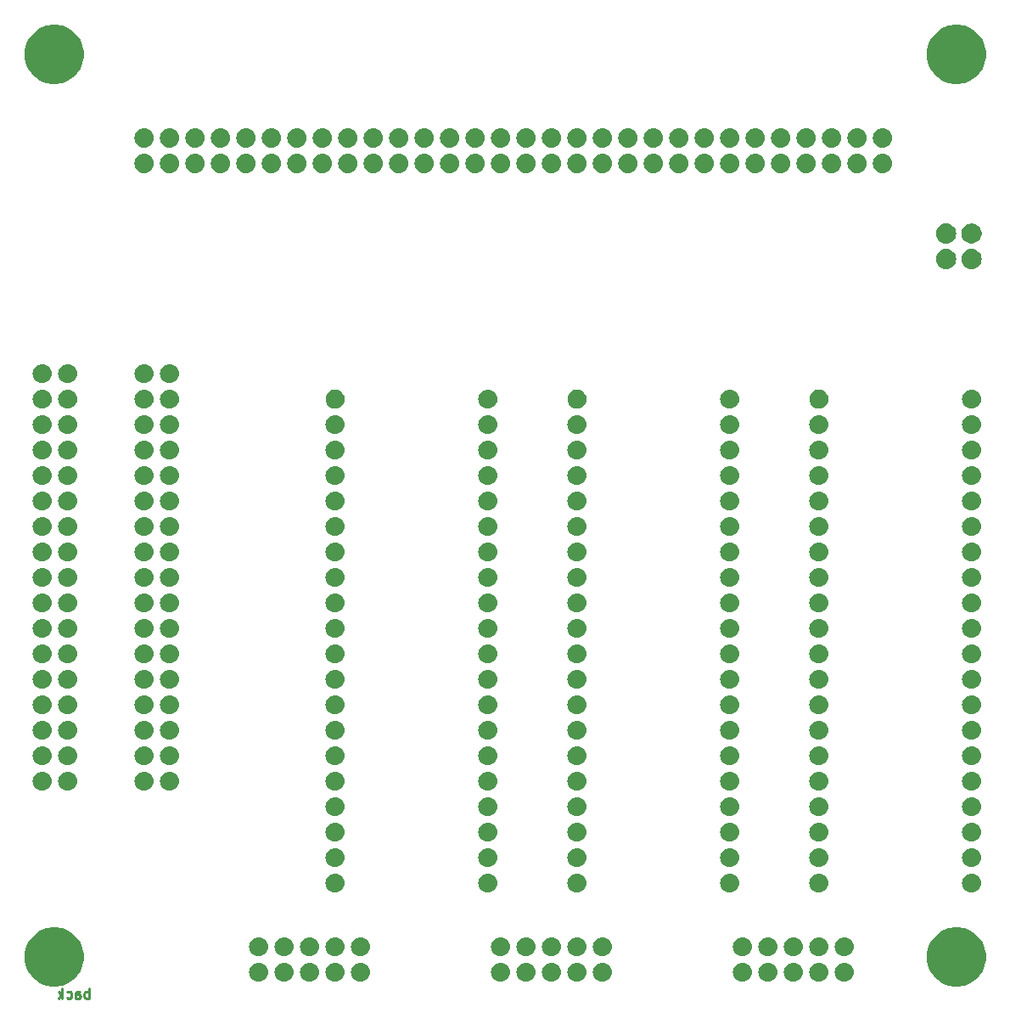
<source format=gbr>
G04 #@! TF.GenerationSoftware,KiCad,Pcbnew,(5.0.1)-4*
G04 #@! TF.CreationDate,2018-11-23T22:56:41+01:00*
G04 #@! TF.ProjectId,Flips7,466C697073372E6B696361645F706362,V1.0*
G04 #@! TF.SameCoordinates,Original*
G04 #@! TF.FileFunction,Soldermask,Bot*
G04 #@! TF.FilePolarity,Negative*
%FSLAX46Y46*%
G04 Gerber Fmt 4.6, Leading zero omitted, Abs format (unit mm)*
G04 Created by KiCad (PCBNEW (5.0.1)-4) date 23.11.2018 22:56:41*
%MOMM*%
%LPD*%
G01*
G04 APERTURE LIST*
%ADD10C,0.250000*%
%ADD11C,0.100000*%
G04 APERTURE END LIST*
D10*
X33885000Y-124531380D02*
X33885000Y-123531380D01*
X33885000Y-123912333D02*
X33789761Y-123864714D01*
X33599285Y-123864714D01*
X33504047Y-123912333D01*
X33456428Y-123959952D01*
X33408809Y-124055190D01*
X33408809Y-124340904D01*
X33456428Y-124436142D01*
X33504047Y-124483761D01*
X33599285Y-124531380D01*
X33789761Y-124531380D01*
X33885000Y-124483761D01*
X32551666Y-124531380D02*
X32551666Y-124007571D01*
X32599285Y-123912333D01*
X32694523Y-123864714D01*
X32885000Y-123864714D01*
X32980238Y-123912333D01*
X32551666Y-124483761D02*
X32646904Y-124531380D01*
X32885000Y-124531380D01*
X32980238Y-124483761D01*
X33027857Y-124388523D01*
X33027857Y-124293285D01*
X32980238Y-124198047D01*
X32885000Y-124150428D01*
X32646904Y-124150428D01*
X32551666Y-124102809D01*
X31646904Y-124483761D02*
X31742142Y-124531380D01*
X31932619Y-124531380D01*
X32027857Y-124483761D01*
X32075476Y-124436142D01*
X32123095Y-124340904D01*
X32123095Y-124055190D01*
X32075476Y-123959952D01*
X32027857Y-123912333D01*
X31932619Y-123864714D01*
X31742142Y-123864714D01*
X31646904Y-123912333D01*
X31218333Y-124531380D02*
X31218333Y-123531380D01*
X31123095Y-124150428D02*
X30837380Y-124531380D01*
X30837380Y-123864714D02*
X31218333Y-124245666D01*
D11*
G36*
X120975985Y-117504330D02*
X121261183Y-117561059D01*
X121798486Y-117783617D01*
X122282045Y-118106721D01*
X122693279Y-118517955D01*
X123016383Y-119001514D01*
X123238941Y-119538817D01*
X123352400Y-120109214D01*
X123352400Y-120690786D01*
X123238941Y-121261183D01*
X123016383Y-121798486D01*
X122693279Y-122282045D01*
X122282045Y-122693279D01*
X121798486Y-123016383D01*
X121261183Y-123238941D01*
X120975985Y-123295670D01*
X120690787Y-123352400D01*
X120109213Y-123352400D01*
X119824015Y-123295670D01*
X119538817Y-123238941D01*
X119001514Y-123016383D01*
X118517955Y-122693279D01*
X118106721Y-122282045D01*
X117783617Y-121798486D01*
X117561059Y-121261183D01*
X117447600Y-120690786D01*
X117447600Y-120109214D01*
X117561059Y-119538817D01*
X117783617Y-119001514D01*
X118106721Y-118517955D01*
X118517955Y-118106721D01*
X119001514Y-117783617D01*
X119538817Y-117561059D01*
X119824015Y-117504330D01*
X120109213Y-117447600D01*
X120690787Y-117447600D01*
X120975985Y-117504330D01*
X120975985Y-117504330D01*
G37*
G36*
X30975985Y-117504330D02*
X31261183Y-117561059D01*
X31798486Y-117783617D01*
X32282045Y-118106721D01*
X32693279Y-118517955D01*
X33016383Y-119001514D01*
X33238941Y-119538817D01*
X33352400Y-120109214D01*
X33352400Y-120690786D01*
X33238941Y-121261183D01*
X33016383Y-121798486D01*
X32693279Y-122282045D01*
X32282045Y-122693279D01*
X31798486Y-123016383D01*
X31261183Y-123238941D01*
X30975985Y-123295670D01*
X30690787Y-123352400D01*
X30109213Y-123352400D01*
X29824015Y-123295670D01*
X29538817Y-123238941D01*
X29001514Y-123016383D01*
X28517955Y-122693279D01*
X28106721Y-122282045D01*
X27783617Y-121798486D01*
X27561059Y-121261183D01*
X27447600Y-120690786D01*
X27447600Y-120109214D01*
X27561059Y-119538817D01*
X27783617Y-119001514D01*
X28106721Y-118517955D01*
X28517955Y-118106721D01*
X29001514Y-117783617D01*
X29538817Y-117561059D01*
X29824015Y-117504330D01*
X30109213Y-117447600D01*
X30690787Y-117447600D01*
X30975985Y-117504330D01*
X30975985Y-117504330D01*
G37*
G36*
X75116699Y-120981380D02*
X75116702Y-120981381D01*
X75116703Y-120981381D01*
X75296231Y-121035840D01*
X75296233Y-121035841D01*
X75296236Y-121035842D01*
X75461686Y-121124276D01*
X75606707Y-121243293D01*
X75725724Y-121388314D01*
X75814158Y-121553764D01*
X75868620Y-121733301D01*
X75887008Y-121920000D01*
X75868620Y-122106699D01*
X75868619Y-122106702D01*
X75868619Y-122106703D01*
X75815429Y-122282048D01*
X75814158Y-122286236D01*
X75725724Y-122451686D01*
X75606707Y-122596707D01*
X75461686Y-122715724D01*
X75296236Y-122804158D01*
X75296233Y-122804159D01*
X75296231Y-122804160D01*
X75116703Y-122858619D01*
X75116702Y-122858619D01*
X75116699Y-122858620D01*
X74976789Y-122872400D01*
X74883211Y-122872400D01*
X74743301Y-122858620D01*
X74743298Y-122858619D01*
X74743297Y-122858619D01*
X74563769Y-122804160D01*
X74563767Y-122804159D01*
X74563764Y-122804158D01*
X74398314Y-122715724D01*
X74253293Y-122596707D01*
X74134276Y-122451686D01*
X74045842Y-122286236D01*
X74044572Y-122282048D01*
X73991381Y-122106703D01*
X73991381Y-122106702D01*
X73991380Y-122106699D01*
X73972992Y-121920000D01*
X73991380Y-121733301D01*
X74045842Y-121553764D01*
X74134276Y-121388314D01*
X74253293Y-121243293D01*
X74398314Y-121124276D01*
X74563764Y-121035842D01*
X74563767Y-121035841D01*
X74563769Y-121035840D01*
X74743297Y-120981381D01*
X74743298Y-120981381D01*
X74743301Y-120981380D01*
X74883211Y-120967600D01*
X74976789Y-120967600D01*
X75116699Y-120981380D01*
X75116699Y-120981380D01*
G37*
G36*
X85276699Y-120981380D02*
X85276702Y-120981381D01*
X85276703Y-120981381D01*
X85456231Y-121035840D01*
X85456233Y-121035841D01*
X85456236Y-121035842D01*
X85621686Y-121124276D01*
X85766707Y-121243293D01*
X85885724Y-121388314D01*
X85974158Y-121553764D01*
X86028620Y-121733301D01*
X86047008Y-121920000D01*
X86028620Y-122106699D01*
X86028619Y-122106702D01*
X86028619Y-122106703D01*
X85975429Y-122282048D01*
X85974158Y-122286236D01*
X85885724Y-122451686D01*
X85766707Y-122596707D01*
X85621686Y-122715724D01*
X85456236Y-122804158D01*
X85456233Y-122804159D01*
X85456231Y-122804160D01*
X85276703Y-122858619D01*
X85276702Y-122858619D01*
X85276699Y-122858620D01*
X85136789Y-122872400D01*
X85043211Y-122872400D01*
X84903301Y-122858620D01*
X84903298Y-122858619D01*
X84903297Y-122858619D01*
X84723769Y-122804160D01*
X84723767Y-122804159D01*
X84723764Y-122804158D01*
X84558314Y-122715724D01*
X84413293Y-122596707D01*
X84294276Y-122451686D01*
X84205842Y-122286236D01*
X84204572Y-122282048D01*
X84151381Y-122106703D01*
X84151381Y-122106702D01*
X84151380Y-122106699D01*
X84132992Y-121920000D01*
X84151380Y-121733301D01*
X84205842Y-121553764D01*
X84294276Y-121388314D01*
X84413293Y-121243293D01*
X84558314Y-121124276D01*
X84723764Y-121035842D01*
X84723767Y-121035841D01*
X84723769Y-121035840D01*
X84903297Y-120981381D01*
X84903298Y-120981381D01*
X84903301Y-120981380D01*
X85043211Y-120967600D01*
X85136789Y-120967600D01*
X85276699Y-120981380D01*
X85276699Y-120981380D01*
G37*
G36*
X82736699Y-120981380D02*
X82736702Y-120981381D01*
X82736703Y-120981381D01*
X82916231Y-121035840D01*
X82916233Y-121035841D01*
X82916236Y-121035842D01*
X83081686Y-121124276D01*
X83226707Y-121243293D01*
X83345724Y-121388314D01*
X83434158Y-121553764D01*
X83488620Y-121733301D01*
X83507008Y-121920000D01*
X83488620Y-122106699D01*
X83488619Y-122106702D01*
X83488619Y-122106703D01*
X83435429Y-122282048D01*
X83434158Y-122286236D01*
X83345724Y-122451686D01*
X83226707Y-122596707D01*
X83081686Y-122715724D01*
X82916236Y-122804158D01*
X82916233Y-122804159D01*
X82916231Y-122804160D01*
X82736703Y-122858619D01*
X82736702Y-122858619D01*
X82736699Y-122858620D01*
X82596789Y-122872400D01*
X82503211Y-122872400D01*
X82363301Y-122858620D01*
X82363298Y-122858619D01*
X82363297Y-122858619D01*
X82183769Y-122804160D01*
X82183767Y-122804159D01*
X82183764Y-122804158D01*
X82018314Y-122715724D01*
X81873293Y-122596707D01*
X81754276Y-122451686D01*
X81665842Y-122286236D01*
X81664572Y-122282048D01*
X81611381Y-122106703D01*
X81611381Y-122106702D01*
X81611380Y-122106699D01*
X81592992Y-121920000D01*
X81611380Y-121733301D01*
X81665842Y-121553764D01*
X81754276Y-121388314D01*
X81873293Y-121243293D01*
X82018314Y-121124276D01*
X82183764Y-121035842D01*
X82183767Y-121035841D01*
X82183769Y-121035840D01*
X82363297Y-120981381D01*
X82363298Y-120981381D01*
X82363301Y-120981380D01*
X82503211Y-120967600D01*
X82596789Y-120967600D01*
X82736699Y-120981380D01*
X82736699Y-120981380D01*
G37*
G36*
X80196699Y-120981380D02*
X80196702Y-120981381D01*
X80196703Y-120981381D01*
X80376231Y-121035840D01*
X80376233Y-121035841D01*
X80376236Y-121035842D01*
X80541686Y-121124276D01*
X80686707Y-121243293D01*
X80805724Y-121388314D01*
X80894158Y-121553764D01*
X80948620Y-121733301D01*
X80967008Y-121920000D01*
X80948620Y-122106699D01*
X80948619Y-122106702D01*
X80948619Y-122106703D01*
X80895429Y-122282048D01*
X80894158Y-122286236D01*
X80805724Y-122451686D01*
X80686707Y-122596707D01*
X80541686Y-122715724D01*
X80376236Y-122804158D01*
X80376233Y-122804159D01*
X80376231Y-122804160D01*
X80196703Y-122858619D01*
X80196702Y-122858619D01*
X80196699Y-122858620D01*
X80056789Y-122872400D01*
X79963211Y-122872400D01*
X79823301Y-122858620D01*
X79823298Y-122858619D01*
X79823297Y-122858619D01*
X79643769Y-122804160D01*
X79643767Y-122804159D01*
X79643764Y-122804158D01*
X79478314Y-122715724D01*
X79333293Y-122596707D01*
X79214276Y-122451686D01*
X79125842Y-122286236D01*
X79124572Y-122282048D01*
X79071381Y-122106703D01*
X79071381Y-122106702D01*
X79071380Y-122106699D01*
X79052992Y-121920000D01*
X79071380Y-121733301D01*
X79125842Y-121553764D01*
X79214276Y-121388314D01*
X79333293Y-121243293D01*
X79478314Y-121124276D01*
X79643764Y-121035842D01*
X79643767Y-121035841D01*
X79643769Y-121035840D01*
X79823297Y-120981381D01*
X79823298Y-120981381D01*
X79823301Y-120981380D01*
X79963211Y-120967600D01*
X80056789Y-120967600D01*
X80196699Y-120981380D01*
X80196699Y-120981380D01*
G37*
G36*
X77656699Y-120981380D02*
X77656702Y-120981381D01*
X77656703Y-120981381D01*
X77836231Y-121035840D01*
X77836233Y-121035841D01*
X77836236Y-121035842D01*
X78001686Y-121124276D01*
X78146707Y-121243293D01*
X78265724Y-121388314D01*
X78354158Y-121553764D01*
X78408620Y-121733301D01*
X78427008Y-121920000D01*
X78408620Y-122106699D01*
X78408619Y-122106702D01*
X78408619Y-122106703D01*
X78355429Y-122282048D01*
X78354158Y-122286236D01*
X78265724Y-122451686D01*
X78146707Y-122596707D01*
X78001686Y-122715724D01*
X77836236Y-122804158D01*
X77836233Y-122804159D01*
X77836231Y-122804160D01*
X77656703Y-122858619D01*
X77656702Y-122858619D01*
X77656699Y-122858620D01*
X77516789Y-122872400D01*
X77423211Y-122872400D01*
X77283301Y-122858620D01*
X77283298Y-122858619D01*
X77283297Y-122858619D01*
X77103769Y-122804160D01*
X77103767Y-122804159D01*
X77103764Y-122804158D01*
X76938314Y-122715724D01*
X76793293Y-122596707D01*
X76674276Y-122451686D01*
X76585842Y-122286236D01*
X76584572Y-122282048D01*
X76531381Y-122106703D01*
X76531381Y-122106702D01*
X76531380Y-122106699D01*
X76512992Y-121920000D01*
X76531380Y-121733301D01*
X76585842Y-121553764D01*
X76674276Y-121388314D01*
X76793293Y-121243293D01*
X76938314Y-121124276D01*
X77103764Y-121035842D01*
X77103767Y-121035841D01*
X77103769Y-121035840D01*
X77283297Y-120981381D01*
X77283298Y-120981381D01*
X77283301Y-120981380D01*
X77423211Y-120967600D01*
X77516789Y-120967600D01*
X77656699Y-120981380D01*
X77656699Y-120981380D01*
G37*
G36*
X50986699Y-120981380D02*
X50986702Y-120981381D01*
X50986703Y-120981381D01*
X51166231Y-121035840D01*
X51166233Y-121035841D01*
X51166236Y-121035842D01*
X51331686Y-121124276D01*
X51476707Y-121243293D01*
X51595724Y-121388314D01*
X51684158Y-121553764D01*
X51738620Y-121733301D01*
X51757008Y-121920000D01*
X51738620Y-122106699D01*
X51738619Y-122106702D01*
X51738619Y-122106703D01*
X51685429Y-122282048D01*
X51684158Y-122286236D01*
X51595724Y-122451686D01*
X51476707Y-122596707D01*
X51331686Y-122715724D01*
X51166236Y-122804158D01*
X51166233Y-122804159D01*
X51166231Y-122804160D01*
X50986703Y-122858619D01*
X50986702Y-122858619D01*
X50986699Y-122858620D01*
X50846789Y-122872400D01*
X50753211Y-122872400D01*
X50613301Y-122858620D01*
X50613298Y-122858619D01*
X50613297Y-122858619D01*
X50433769Y-122804160D01*
X50433767Y-122804159D01*
X50433764Y-122804158D01*
X50268314Y-122715724D01*
X50123293Y-122596707D01*
X50004276Y-122451686D01*
X49915842Y-122286236D01*
X49914572Y-122282048D01*
X49861381Y-122106703D01*
X49861381Y-122106702D01*
X49861380Y-122106699D01*
X49842992Y-121920000D01*
X49861380Y-121733301D01*
X49915842Y-121553764D01*
X50004276Y-121388314D01*
X50123293Y-121243293D01*
X50268314Y-121124276D01*
X50433764Y-121035842D01*
X50433767Y-121035841D01*
X50433769Y-121035840D01*
X50613297Y-120981381D01*
X50613298Y-120981381D01*
X50613301Y-120981380D01*
X50753211Y-120967600D01*
X50846789Y-120967600D01*
X50986699Y-120981380D01*
X50986699Y-120981380D01*
G37*
G36*
X53526699Y-120981380D02*
X53526702Y-120981381D01*
X53526703Y-120981381D01*
X53706231Y-121035840D01*
X53706233Y-121035841D01*
X53706236Y-121035842D01*
X53871686Y-121124276D01*
X54016707Y-121243293D01*
X54135724Y-121388314D01*
X54224158Y-121553764D01*
X54278620Y-121733301D01*
X54297008Y-121920000D01*
X54278620Y-122106699D01*
X54278619Y-122106702D01*
X54278619Y-122106703D01*
X54225429Y-122282048D01*
X54224158Y-122286236D01*
X54135724Y-122451686D01*
X54016707Y-122596707D01*
X53871686Y-122715724D01*
X53706236Y-122804158D01*
X53706233Y-122804159D01*
X53706231Y-122804160D01*
X53526703Y-122858619D01*
X53526702Y-122858619D01*
X53526699Y-122858620D01*
X53386789Y-122872400D01*
X53293211Y-122872400D01*
X53153301Y-122858620D01*
X53153298Y-122858619D01*
X53153297Y-122858619D01*
X52973769Y-122804160D01*
X52973767Y-122804159D01*
X52973764Y-122804158D01*
X52808314Y-122715724D01*
X52663293Y-122596707D01*
X52544276Y-122451686D01*
X52455842Y-122286236D01*
X52454572Y-122282048D01*
X52401381Y-122106703D01*
X52401381Y-122106702D01*
X52401380Y-122106699D01*
X52382992Y-121920000D01*
X52401380Y-121733301D01*
X52455842Y-121553764D01*
X52544276Y-121388314D01*
X52663293Y-121243293D01*
X52808314Y-121124276D01*
X52973764Y-121035842D01*
X52973767Y-121035841D01*
X52973769Y-121035840D01*
X53153297Y-120981381D01*
X53153298Y-120981381D01*
X53153301Y-120981380D01*
X53293211Y-120967600D01*
X53386789Y-120967600D01*
X53526699Y-120981380D01*
X53526699Y-120981380D01*
G37*
G36*
X56066699Y-120981380D02*
X56066702Y-120981381D01*
X56066703Y-120981381D01*
X56246231Y-121035840D01*
X56246233Y-121035841D01*
X56246236Y-121035842D01*
X56411686Y-121124276D01*
X56556707Y-121243293D01*
X56675724Y-121388314D01*
X56764158Y-121553764D01*
X56818620Y-121733301D01*
X56837008Y-121920000D01*
X56818620Y-122106699D01*
X56818619Y-122106702D01*
X56818619Y-122106703D01*
X56765429Y-122282048D01*
X56764158Y-122286236D01*
X56675724Y-122451686D01*
X56556707Y-122596707D01*
X56411686Y-122715724D01*
X56246236Y-122804158D01*
X56246233Y-122804159D01*
X56246231Y-122804160D01*
X56066703Y-122858619D01*
X56066702Y-122858619D01*
X56066699Y-122858620D01*
X55926789Y-122872400D01*
X55833211Y-122872400D01*
X55693301Y-122858620D01*
X55693298Y-122858619D01*
X55693297Y-122858619D01*
X55513769Y-122804160D01*
X55513767Y-122804159D01*
X55513764Y-122804158D01*
X55348314Y-122715724D01*
X55203293Y-122596707D01*
X55084276Y-122451686D01*
X54995842Y-122286236D01*
X54994572Y-122282048D01*
X54941381Y-122106703D01*
X54941381Y-122106702D01*
X54941380Y-122106699D01*
X54922992Y-121920000D01*
X54941380Y-121733301D01*
X54995842Y-121553764D01*
X55084276Y-121388314D01*
X55203293Y-121243293D01*
X55348314Y-121124276D01*
X55513764Y-121035842D01*
X55513767Y-121035841D01*
X55513769Y-121035840D01*
X55693297Y-120981381D01*
X55693298Y-120981381D01*
X55693301Y-120981380D01*
X55833211Y-120967600D01*
X55926789Y-120967600D01*
X56066699Y-120981380D01*
X56066699Y-120981380D01*
G37*
G36*
X61146699Y-120981380D02*
X61146702Y-120981381D01*
X61146703Y-120981381D01*
X61326231Y-121035840D01*
X61326233Y-121035841D01*
X61326236Y-121035842D01*
X61491686Y-121124276D01*
X61636707Y-121243293D01*
X61755724Y-121388314D01*
X61844158Y-121553764D01*
X61898620Y-121733301D01*
X61917008Y-121920000D01*
X61898620Y-122106699D01*
X61898619Y-122106702D01*
X61898619Y-122106703D01*
X61845429Y-122282048D01*
X61844158Y-122286236D01*
X61755724Y-122451686D01*
X61636707Y-122596707D01*
X61491686Y-122715724D01*
X61326236Y-122804158D01*
X61326233Y-122804159D01*
X61326231Y-122804160D01*
X61146703Y-122858619D01*
X61146702Y-122858619D01*
X61146699Y-122858620D01*
X61006789Y-122872400D01*
X60913211Y-122872400D01*
X60773301Y-122858620D01*
X60773298Y-122858619D01*
X60773297Y-122858619D01*
X60593769Y-122804160D01*
X60593767Y-122804159D01*
X60593764Y-122804158D01*
X60428314Y-122715724D01*
X60283293Y-122596707D01*
X60164276Y-122451686D01*
X60075842Y-122286236D01*
X60074572Y-122282048D01*
X60021381Y-122106703D01*
X60021381Y-122106702D01*
X60021380Y-122106699D01*
X60002992Y-121920000D01*
X60021380Y-121733301D01*
X60075842Y-121553764D01*
X60164276Y-121388314D01*
X60283293Y-121243293D01*
X60428314Y-121124276D01*
X60593764Y-121035842D01*
X60593767Y-121035841D01*
X60593769Y-121035840D01*
X60773297Y-120981381D01*
X60773298Y-120981381D01*
X60773301Y-120981380D01*
X60913211Y-120967600D01*
X61006789Y-120967600D01*
X61146699Y-120981380D01*
X61146699Y-120981380D01*
G37*
G36*
X99246699Y-120981380D02*
X99246702Y-120981381D01*
X99246703Y-120981381D01*
X99426231Y-121035840D01*
X99426233Y-121035841D01*
X99426236Y-121035842D01*
X99591686Y-121124276D01*
X99736707Y-121243293D01*
X99855724Y-121388314D01*
X99944158Y-121553764D01*
X99998620Y-121733301D01*
X100017008Y-121920000D01*
X99998620Y-122106699D01*
X99998619Y-122106702D01*
X99998619Y-122106703D01*
X99945429Y-122282048D01*
X99944158Y-122286236D01*
X99855724Y-122451686D01*
X99736707Y-122596707D01*
X99591686Y-122715724D01*
X99426236Y-122804158D01*
X99426233Y-122804159D01*
X99426231Y-122804160D01*
X99246703Y-122858619D01*
X99246702Y-122858619D01*
X99246699Y-122858620D01*
X99106789Y-122872400D01*
X99013211Y-122872400D01*
X98873301Y-122858620D01*
X98873298Y-122858619D01*
X98873297Y-122858619D01*
X98693769Y-122804160D01*
X98693767Y-122804159D01*
X98693764Y-122804158D01*
X98528314Y-122715724D01*
X98383293Y-122596707D01*
X98264276Y-122451686D01*
X98175842Y-122286236D01*
X98174572Y-122282048D01*
X98121381Y-122106703D01*
X98121381Y-122106702D01*
X98121380Y-122106699D01*
X98102992Y-121920000D01*
X98121380Y-121733301D01*
X98175842Y-121553764D01*
X98264276Y-121388314D01*
X98383293Y-121243293D01*
X98528314Y-121124276D01*
X98693764Y-121035842D01*
X98693767Y-121035841D01*
X98693769Y-121035840D01*
X98873297Y-120981381D01*
X98873298Y-120981381D01*
X98873301Y-120981380D01*
X99013211Y-120967600D01*
X99106789Y-120967600D01*
X99246699Y-120981380D01*
X99246699Y-120981380D01*
G37*
G36*
X101786699Y-120981380D02*
X101786702Y-120981381D01*
X101786703Y-120981381D01*
X101966231Y-121035840D01*
X101966233Y-121035841D01*
X101966236Y-121035842D01*
X102131686Y-121124276D01*
X102276707Y-121243293D01*
X102395724Y-121388314D01*
X102484158Y-121553764D01*
X102538620Y-121733301D01*
X102557008Y-121920000D01*
X102538620Y-122106699D01*
X102538619Y-122106702D01*
X102538619Y-122106703D01*
X102485429Y-122282048D01*
X102484158Y-122286236D01*
X102395724Y-122451686D01*
X102276707Y-122596707D01*
X102131686Y-122715724D01*
X101966236Y-122804158D01*
X101966233Y-122804159D01*
X101966231Y-122804160D01*
X101786703Y-122858619D01*
X101786702Y-122858619D01*
X101786699Y-122858620D01*
X101646789Y-122872400D01*
X101553211Y-122872400D01*
X101413301Y-122858620D01*
X101413298Y-122858619D01*
X101413297Y-122858619D01*
X101233769Y-122804160D01*
X101233767Y-122804159D01*
X101233764Y-122804158D01*
X101068314Y-122715724D01*
X100923293Y-122596707D01*
X100804276Y-122451686D01*
X100715842Y-122286236D01*
X100714572Y-122282048D01*
X100661381Y-122106703D01*
X100661381Y-122106702D01*
X100661380Y-122106699D01*
X100642992Y-121920000D01*
X100661380Y-121733301D01*
X100715842Y-121553764D01*
X100804276Y-121388314D01*
X100923293Y-121243293D01*
X101068314Y-121124276D01*
X101233764Y-121035842D01*
X101233767Y-121035841D01*
X101233769Y-121035840D01*
X101413297Y-120981381D01*
X101413298Y-120981381D01*
X101413301Y-120981380D01*
X101553211Y-120967600D01*
X101646789Y-120967600D01*
X101786699Y-120981380D01*
X101786699Y-120981380D01*
G37*
G36*
X106866699Y-120981380D02*
X106866702Y-120981381D01*
X106866703Y-120981381D01*
X107046231Y-121035840D01*
X107046233Y-121035841D01*
X107046236Y-121035842D01*
X107211686Y-121124276D01*
X107356707Y-121243293D01*
X107475724Y-121388314D01*
X107564158Y-121553764D01*
X107618620Y-121733301D01*
X107637008Y-121920000D01*
X107618620Y-122106699D01*
X107618619Y-122106702D01*
X107618619Y-122106703D01*
X107565429Y-122282048D01*
X107564158Y-122286236D01*
X107475724Y-122451686D01*
X107356707Y-122596707D01*
X107211686Y-122715724D01*
X107046236Y-122804158D01*
X107046233Y-122804159D01*
X107046231Y-122804160D01*
X106866703Y-122858619D01*
X106866702Y-122858619D01*
X106866699Y-122858620D01*
X106726789Y-122872400D01*
X106633211Y-122872400D01*
X106493301Y-122858620D01*
X106493298Y-122858619D01*
X106493297Y-122858619D01*
X106313769Y-122804160D01*
X106313767Y-122804159D01*
X106313764Y-122804158D01*
X106148314Y-122715724D01*
X106003293Y-122596707D01*
X105884276Y-122451686D01*
X105795842Y-122286236D01*
X105794572Y-122282048D01*
X105741381Y-122106703D01*
X105741381Y-122106702D01*
X105741380Y-122106699D01*
X105722992Y-121920000D01*
X105741380Y-121733301D01*
X105795842Y-121553764D01*
X105884276Y-121388314D01*
X106003293Y-121243293D01*
X106148314Y-121124276D01*
X106313764Y-121035842D01*
X106313767Y-121035841D01*
X106313769Y-121035840D01*
X106493297Y-120981381D01*
X106493298Y-120981381D01*
X106493301Y-120981380D01*
X106633211Y-120967600D01*
X106726789Y-120967600D01*
X106866699Y-120981380D01*
X106866699Y-120981380D01*
G37*
G36*
X109406699Y-120981380D02*
X109406702Y-120981381D01*
X109406703Y-120981381D01*
X109586231Y-121035840D01*
X109586233Y-121035841D01*
X109586236Y-121035842D01*
X109751686Y-121124276D01*
X109896707Y-121243293D01*
X110015724Y-121388314D01*
X110104158Y-121553764D01*
X110158620Y-121733301D01*
X110177008Y-121920000D01*
X110158620Y-122106699D01*
X110158619Y-122106702D01*
X110158619Y-122106703D01*
X110105429Y-122282048D01*
X110104158Y-122286236D01*
X110015724Y-122451686D01*
X109896707Y-122596707D01*
X109751686Y-122715724D01*
X109586236Y-122804158D01*
X109586233Y-122804159D01*
X109586231Y-122804160D01*
X109406703Y-122858619D01*
X109406702Y-122858619D01*
X109406699Y-122858620D01*
X109266789Y-122872400D01*
X109173211Y-122872400D01*
X109033301Y-122858620D01*
X109033298Y-122858619D01*
X109033297Y-122858619D01*
X108853769Y-122804160D01*
X108853767Y-122804159D01*
X108853764Y-122804158D01*
X108688314Y-122715724D01*
X108543293Y-122596707D01*
X108424276Y-122451686D01*
X108335842Y-122286236D01*
X108334572Y-122282048D01*
X108281381Y-122106703D01*
X108281381Y-122106702D01*
X108281380Y-122106699D01*
X108262992Y-121920000D01*
X108281380Y-121733301D01*
X108335842Y-121553764D01*
X108424276Y-121388314D01*
X108543293Y-121243293D01*
X108688314Y-121124276D01*
X108853764Y-121035842D01*
X108853767Y-121035841D01*
X108853769Y-121035840D01*
X109033297Y-120981381D01*
X109033298Y-120981381D01*
X109033301Y-120981380D01*
X109173211Y-120967600D01*
X109266789Y-120967600D01*
X109406699Y-120981380D01*
X109406699Y-120981380D01*
G37*
G36*
X104326699Y-120981380D02*
X104326702Y-120981381D01*
X104326703Y-120981381D01*
X104506231Y-121035840D01*
X104506233Y-121035841D01*
X104506236Y-121035842D01*
X104671686Y-121124276D01*
X104816707Y-121243293D01*
X104935724Y-121388314D01*
X105024158Y-121553764D01*
X105078620Y-121733301D01*
X105097008Y-121920000D01*
X105078620Y-122106699D01*
X105078619Y-122106702D01*
X105078619Y-122106703D01*
X105025429Y-122282048D01*
X105024158Y-122286236D01*
X104935724Y-122451686D01*
X104816707Y-122596707D01*
X104671686Y-122715724D01*
X104506236Y-122804158D01*
X104506233Y-122804159D01*
X104506231Y-122804160D01*
X104326703Y-122858619D01*
X104326702Y-122858619D01*
X104326699Y-122858620D01*
X104186789Y-122872400D01*
X104093211Y-122872400D01*
X103953301Y-122858620D01*
X103953298Y-122858619D01*
X103953297Y-122858619D01*
X103773769Y-122804160D01*
X103773767Y-122804159D01*
X103773764Y-122804158D01*
X103608314Y-122715724D01*
X103463293Y-122596707D01*
X103344276Y-122451686D01*
X103255842Y-122286236D01*
X103254572Y-122282048D01*
X103201381Y-122106703D01*
X103201381Y-122106702D01*
X103201380Y-122106699D01*
X103182992Y-121920000D01*
X103201380Y-121733301D01*
X103255842Y-121553764D01*
X103344276Y-121388314D01*
X103463293Y-121243293D01*
X103608314Y-121124276D01*
X103773764Y-121035842D01*
X103773767Y-121035841D01*
X103773769Y-121035840D01*
X103953297Y-120981381D01*
X103953298Y-120981381D01*
X103953301Y-120981380D01*
X104093211Y-120967600D01*
X104186789Y-120967600D01*
X104326699Y-120981380D01*
X104326699Y-120981380D01*
G37*
G36*
X58606699Y-120981380D02*
X58606702Y-120981381D01*
X58606703Y-120981381D01*
X58786231Y-121035840D01*
X58786233Y-121035841D01*
X58786236Y-121035842D01*
X58951686Y-121124276D01*
X59096707Y-121243293D01*
X59215724Y-121388314D01*
X59304158Y-121553764D01*
X59358620Y-121733301D01*
X59377008Y-121920000D01*
X59358620Y-122106699D01*
X59358619Y-122106702D01*
X59358619Y-122106703D01*
X59305429Y-122282048D01*
X59304158Y-122286236D01*
X59215724Y-122451686D01*
X59096707Y-122596707D01*
X58951686Y-122715724D01*
X58786236Y-122804158D01*
X58786233Y-122804159D01*
X58786231Y-122804160D01*
X58606703Y-122858619D01*
X58606702Y-122858619D01*
X58606699Y-122858620D01*
X58466789Y-122872400D01*
X58373211Y-122872400D01*
X58233301Y-122858620D01*
X58233298Y-122858619D01*
X58233297Y-122858619D01*
X58053769Y-122804160D01*
X58053767Y-122804159D01*
X58053764Y-122804158D01*
X57888314Y-122715724D01*
X57743293Y-122596707D01*
X57624276Y-122451686D01*
X57535842Y-122286236D01*
X57534572Y-122282048D01*
X57481381Y-122106703D01*
X57481381Y-122106702D01*
X57481380Y-122106699D01*
X57462992Y-121920000D01*
X57481380Y-121733301D01*
X57535842Y-121553764D01*
X57624276Y-121388314D01*
X57743293Y-121243293D01*
X57888314Y-121124276D01*
X58053764Y-121035842D01*
X58053767Y-121035841D01*
X58053769Y-121035840D01*
X58233297Y-120981381D01*
X58233298Y-120981381D01*
X58233301Y-120981380D01*
X58373211Y-120967600D01*
X58466789Y-120967600D01*
X58606699Y-120981380D01*
X58606699Y-120981380D01*
G37*
G36*
X104326699Y-118441380D02*
X104326702Y-118441381D01*
X104326703Y-118441381D01*
X104506231Y-118495840D01*
X104506233Y-118495841D01*
X104506236Y-118495842D01*
X104671686Y-118584276D01*
X104816707Y-118703293D01*
X104935724Y-118848314D01*
X105024158Y-119013764D01*
X105078620Y-119193301D01*
X105097008Y-119380000D01*
X105078620Y-119566699D01*
X105024158Y-119746236D01*
X104935724Y-119911686D01*
X104816707Y-120056707D01*
X104671686Y-120175724D01*
X104506236Y-120264158D01*
X104506233Y-120264159D01*
X104506231Y-120264160D01*
X104326703Y-120318619D01*
X104326702Y-120318619D01*
X104326699Y-120318620D01*
X104186789Y-120332400D01*
X104093211Y-120332400D01*
X103953301Y-120318620D01*
X103953298Y-120318619D01*
X103953297Y-120318619D01*
X103773769Y-120264160D01*
X103773767Y-120264159D01*
X103773764Y-120264158D01*
X103608314Y-120175724D01*
X103463293Y-120056707D01*
X103344276Y-119911686D01*
X103255842Y-119746236D01*
X103201380Y-119566699D01*
X103182992Y-119380000D01*
X103201380Y-119193301D01*
X103255842Y-119013764D01*
X103344276Y-118848314D01*
X103463293Y-118703293D01*
X103608314Y-118584276D01*
X103773764Y-118495842D01*
X103773767Y-118495841D01*
X103773769Y-118495840D01*
X103953297Y-118441381D01*
X103953298Y-118441381D01*
X103953301Y-118441380D01*
X104093211Y-118427600D01*
X104186789Y-118427600D01*
X104326699Y-118441380D01*
X104326699Y-118441380D01*
G37*
G36*
X85276699Y-118441380D02*
X85276702Y-118441381D01*
X85276703Y-118441381D01*
X85456231Y-118495840D01*
X85456233Y-118495841D01*
X85456236Y-118495842D01*
X85621686Y-118584276D01*
X85766707Y-118703293D01*
X85885724Y-118848314D01*
X85974158Y-119013764D01*
X86028620Y-119193301D01*
X86047008Y-119380000D01*
X86028620Y-119566699D01*
X85974158Y-119746236D01*
X85885724Y-119911686D01*
X85766707Y-120056707D01*
X85621686Y-120175724D01*
X85456236Y-120264158D01*
X85456233Y-120264159D01*
X85456231Y-120264160D01*
X85276703Y-120318619D01*
X85276702Y-120318619D01*
X85276699Y-120318620D01*
X85136789Y-120332400D01*
X85043211Y-120332400D01*
X84903301Y-120318620D01*
X84903298Y-120318619D01*
X84903297Y-120318619D01*
X84723769Y-120264160D01*
X84723767Y-120264159D01*
X84723764Y-120264158D01*
X84558314Y-120175724D01*
X84413293Y-120056707D01*
X84294276Y-119911686D01*
X84205842Y-119746236D01*
X84151380Y-119566699D01*
X84132992Y-119380000D01*
X84151380Y-119193301D01*
X84205842Y-119013764D01*
X84294276Y-118848314D01*
X84413293Y-118703293D01*
X84558314Y-118584276D01*
X84723764Y-118495842D01*
X84723767Y-118495841D01*
X84723769Y-118495840D01*
X84903297Y-118441381D01*
X84903298Y-118441381D01*
X84903301Y-118441380D01*
X85043211Y-118427600D01*
X85136789Y-118427600D01*
X85276699Y-118441380D01*
X85276699Y-118441380D01*
G37*
G36*
X82736699Y-118441380D02*
X82736702Y-118441381D01*
X82736703Y-118441381D01*
X82916231Y-118495840D01*
X82916233Y-118495841D01*
X82916236Y-118495842D01*
X83081686Y-118584276D01*
X83226707Y-118703293D01*
X83345724Y-118848314D01*
X83434158Y-119013764D01*
X83488620Y-119193301D01*
X83507008Y-119380000D01*
X83488620Y-119566699D01*
X83434158Y-119746236D01*
X83345724Y-119911686D01*
X83226707Y-120056707D01*
X83081686Y-120175724D01*
X82916236Y-120264158D01*
X82916233Y-120264159D01*
X82916231Y-120264160D01*
X82736703Y-120318619D01*
X82736702Y-120318619D01*
X82736699Y-120318620D01*
X82596789Y-120332400D01*
X82503211Y-120332400D01*
X82363301Y-120318620D01*
X82363298Y-120318619D01*
X82363297Y-120318619D01*
X82183769Y-120264160D01*
X82183767Y-120264159D01*
X82183764Y-120264158D01*
X82018314Y-120175724D01*
X81873293Y-120056707D01*
X81754276Y-119911686D01*
X81665842Y-119746236D01*
X81611380Y-119566699D01*
X81592992Y-119380000D01*
X81611380Y-119193301D01*
X81665842Y-119013764D01*
X81754276Y-118848314D01*
X81873293Y-118703293D01*
X82018314Y-118584276D01*
X82183764Y-118495842D01*
X82183767Y-118495841D01*
X82183769Y-118495840D01*
X82363297Y-118441381D01*
X82363298Y-118441381D01*
X82363301Y-118441380D01*
X82503211Y-118427600D01*
X82596789Y-118427600D01*
X82736699Y-118441380D01*
X82736699Y-118441380D01*
G37*
G36*
X77656699Y-118441380D02*
X77656702Y-118441381D01*
X77656703Y-118441381D01*
X77836231Y-118495840D01*
X77836233Y-118495841D01*
X77836236Y-118495842D01*
X78001686Y-118584276D01*
X78146707Y-118703293D01*
X78265724Y-118848314D01*
X78354158Y-119013764D01*
X78408620Y-119193301D01*
X78427008Y-119380000D01*
X78408620Y-119566699D01*
X78354158Y-119746236D01*
X78265724Y-119911686D01*
X78146707Y-120056707D01*
X78001686Y-120175724D01*
X77836236Y-120264158D01*
X77836233Y-120264159D01*
X77836231Y-120264160D01*
X77656703Y-120318619D01*
X77656702Y-120318619D01*
X77656699Y-120318620D01*
X77516789Y-120332400D01*
X77423211Y-120332400D01*
X77283301Y-120318620D01*
X77283298Y-120318619D01*
X77283297Y-120318619D01*
X77103769Y-120264160D01*
X77103767Y-120264159D01*
X77103764Y-120264158D01*
X76938314Y-120175724D01*
X76793293Y-120056707D01*
X76674276Y-119911686D01*
X76585842Y-119746236D01*
X76531380Y-119566699D01*
X76512992Y-119380000D01*
X76531380Y-119193301D01*
X76585842Y-119013764D01*
X76674276Y-118848314D01*
X76793293Y-118703293D01*
X76938314Y-118584276D01*
X77103764Y-118495842D01*
X77103767Y-118495841D01*
X77103769Y-118495840D01*
X77283297Y-118441381D01*
X77283298Y-118441381D01*
X77283301Y-118441380D01*
X77423211Y-118427600D01*
X77516789Y-118427600D01*
X77656699Y-118441380D01*
X77656699Y-118441380D01*
G37*
G36*
X75116699Y-118441380D02*
X75116702Y-118441381D01*
X75116703Y-118441381D01*
X75296231Y-118495840D01*
X75296233Y-118495841D01*
X75296236Y-118495842D01*
X75461686Y-118584276D01*
X75606707Y-118703293D01*
X75725724Y-118848314D01*
X75814158Y-119013764D01*
X75868620Y-119193301D01*
X75887008Y-119380000D01*
X75868620Y-119566699D01*
X75814158Y-119746236D01*
X75725724Y-119911686D01*
X75606707Y-120056707D01*
X75461686Y-120175724D01*
X75296236Y-120264158D01*
X75296233Y-120264159D01*
X75296231Y-120264160D01*
X75116703Y-120318619D01*
X75116702Y-120318619D01*
X75116699Y-120318620D01*
X74976789Y-120332400D01*
X74883211Y-120332400D01*
X74743301Y-120318620D01*
X74743298Y-120318619D01*
X74743297Y-120318619D01*
X74563769Y-120264160D01*
X74563767Y-120264159D01*
X74563764Y-120264158D01*
X74398314Y-120175724D01*
X74253293Y-120056707D01*
X74134276Y-119911686D01*
X74045842Y-119746236D01*
X73991380Y-119566699D01*
X73972992Y-119380000D01*
X73991380Y-119193301D01*
X74045842Y-119013764D01*
X74134276Y-118848314D01*
X74253293Y-118703293D01*
X74398314Y-118584276D01*
X74563764Y-118495842D01*
X74563767Y-118495841D01*
X74563769Y-118495840D01*
X74743297Y-118441381D01*
X74743298Y-118441381D01*
X74743301Y-118441380D01*
X74883211Y-118427600D01*
X74976789Y-118427600D01*
X75116699Y-118441380D01*
X75116699Y-118441380D01*
G37*
G36*
X50986699Y-118441380D02*
X50986702Y-118441381D01*
X50986703Y-118441381D01*
X51166231Y-118495840D01*
X51166233Y-118495841D01*
X51166236Y-118495842D01*
X51331686Y-118584276D01*
X51476707Y-118703293D01*
X51595724Y-118848314D01*
X51684158Y-119013764D01*
X51738620Y-119193301D01*
X51757008Y-119380000D01*
X51738620Y-119566699D01*
X51684158Y-119746236D01*
X51595724Y-119911686D01*
X51476707Y-120056707D01*
X51331686Y-120175724D01*
X51166236Y-120264158D01*
X51166233Y-120264159D01*
X51166231Y-120264160D01*
X50986703Y-120318619D01*
X50986702Y-120318619D01*
X50986699Y-120318620D01*
X50846789Y-120332400D01*
X50753211Y-120332400D01*
X50613301Y-120318620D01*
X50613298Y-120318619D01*
X50613297Y-120318619D01*
X50433769Y-120264160D01*
X50433767Y-120264159D01*
X50433764Y-120264158D01*
X50268314Y-120175724D01*
X50123293Y-120056707D01*
X50004276Y-119911686D01*
X49915842Y-119746236D01*
X49861380Y-119566699D01*
X49842992Y-119380000D01*
X49861380Y-119193301D01*
X49915842Y-119013764D01*
X50004276Y-118848314D01*
X50123293Y-118703293D01*
X50268314Y-118584276D01*
X50433764Y-118495842D01*
X50433767Y-118495841D01*
X50433769Y-118495840D01*
X50613297Y-118441381D01*
X50613298Y-118441381D01*
X50613301Y-118441380D01*
X50753211Y-118427600D01*
X50846789Y-118427600D01*
X50986699Y-118441380D01*
X50986699Y-118441380D01*
G37*
G36*
X53526699Y-118441380D02*
X53526702Y-118441381D01*
X53526703Y-118441381D01*
X53706231Y-118495840D01*
X53706233Y-118495841D01*
X53706236Y-118495842D01*
X53871686Y-118584276D01*
X54016707Y-118703293D01*
X54135724Y-118848314D01*
X54224158Y-119013764D01*
X54278620Y-119193301D01*
X54297008Y-119380000D01*
X54278620Y-119566699D01*
X54224158Y-119746236D01*
X54135724Y-119911686D01*
X54016707Y-120056707D01*
X53871686Y-120175724D01*
X53706236Y-120264158D01*
X53706233Y-120264159D01*
X53706231Y-120264160D01*
X53526703Y-120318619D01*
X53526702Y-120318619D01*
X53526699Y-120318620D01*
X53386789Y-120332400D01*
X53293211Y-120332400D01*
X53153301Y-120318620D01*
X53153298Y-120318619D01*
X53153297Y-120318619D01*
X52973769Y-120264160D01*
X52973767Y-120264159D01*
X52973764Y-120264158D01*
X52808314Y-120175724D01*
X52663293Y-120056707D01*
X52544276Y-119911686D01*
X52455842Y-119746236D01*
X52401380Y-119566699D01*
X52382992Y-119380000D01*
X52401380Y-119193301D01*
X52455842Y-119013764D01*
X52544276Y-118848314D01*
X52663293Y-118703293D01*
X52808314Y-118584276D01*
X52973764Y-118495842D01*
X52973767Y-118495841D01*
X52973769Y-118495840D01*
X53153297Y-118441381D01*
X53153298Y-118441381D01*
X53153301Y-118441380D01*
X53293211Y-118427600D01*
X53386789Y-118427600D01*
X53526699Y-118441380D01*
X53526699Y-118441380D01*
G37*
G36*
X80196699Y-118441380D02*
X80196702Y-118441381D01*
X80196703Y-118441381D01*
X80376231Y-118495840D01*
X80376233Y-118495841D01*
X80376236Y-118495842D01*
X80541686Y-118584276D01*
X80686707Y-118703293D01*
X80805724Y-118848314D01*
X80894158Y-119013764D01*
X80948620Y-119193301D01*
X80967008Y-119380000D01*
X80948620Y-119566699D01*
X80894158Y-119746236D01*
X80805724Y-119911686D01*
X80686707Y-120056707D01*
X80541686Y-120175724D01*
X80376236Y-120264158D01*
X80376233Y-120264159D01*
X80376231Y-120264160D01*
X80196703Y-120318619D01*
X80196702Y-120318619D01*
X80196699Y-120318620D01*
X80056789Y-120332400D01*
X79963211Y-120332400D01*
X79823301Y-120318620D01*
X79823298Y-120318619D01*
X79823297Y-120318619D01*
X79643769Y-120264160D01*
X79643767Y-120264159D01*
X79643764Y-120264158D01*
X79478314Y-120175724D01*
X79333293Y-120056707D01*
X79214276Y-119911686D01*
X79125842Y-119746236D01*
X79071380Y-119566699D01*
X79052992Y-119380000D01*
X79071380Y-119193301D01*
X79125842Y-119013764D01*
X79214276Y-118848314D01*
X79333293Y-118703293D01*
X79478314Y-118584276D01*
X79643764Y-118495842D01*
X79643767Y-118495841D01*
X79643769Y-118495840D01*
X79823297Y-118441381D01*
X79823298Y-118441381D01*
X79823301Y-118441380D01*
X79963211Y-118427600D01*
X80056789Y-118427600D01*
X80196699Y-118441380D01*
X80196699Y-118441380D01*
G37*
G36*
X58606699Y-118441380D02*
X58606702Y-118441381D01*
X58606703Y-118441381D01*
X58786231Y-118495840D01*
X58786233Y-118495841D01*
X58786236Y-118495842D01*
X58951686Y-118584276D01*
X59096707Y-118703293D01*
X59215724Y-118848314D01*
X59304158Y-119013764D01*
X59358620Y-119193301D01*
X59377008Y-119380000D01*
X59358620Y-119566699D01*
X59304158Y-119746236D01*
X59215724Y-119911686D01*
X59096707Y-120056707D01*
X58951686Y-120175724D01*
X58786236Y-120264158D01*
X58786233Y-120264159D01*
X58786231Y-120264160D01*
X58606703Y-120318619D01*
X58606702Y-120318619D01*
X58606699Y-120318620D01*
X58466789Y-120332400D01*
X58373211Y-120332400D01*
X58233301Y-120318620D01*
X58233298Y-120318619D01*
X58233297Y-120318619D01*
X58053769Y-120264160D01*
X58053767Y-120264159D01*
X58053764Y-120264158D01*
X57888314Y-120175724D01*
X57743293Y-120056707D01*
X57624276Y-119911686D01*
X57535842Y-119746236D01*
X57481380Y-119566699D01*
X57462992Y-119380000D01*
X57481380Y-119193301D01*
X57535842Y-119013764D01*
X57624276Y-118848314D01*
X57743293Y-118703293D01*
X57888314Y-118584276D01*
X58053764Y-118495842D01*
X58053767Y-118495841D01*
X58053769Y-118495840D01*
X58233297Y-118441381D01*
X58233298Y-118441381D01*
X58233301Y-118441380D01*
X58373211Y-118427600D01*
X58466789Y-118427600D01*
X58606699Y-118441380D01*
X58606699Y-118441380D01*
G37*
G36*
X61146699Y-118441380D02*
X61146702Y-118441381D01*
X61146703Y-118441381D01*
X61326231Y-118495840D01*
X61326233Y-118495841D01*
X61326236Y-118495842D01*
X61491686Y-118584276D01*
X61636707Y-118703293D01*
X61755724Y-118848314D01*
X61844158Y-119013764D01*
X61898620Y-119193301D01*
X61917008Y-119380000D01*
X61898620Y-119566699D01*
X61844158Y-119746236D01*
X61755724Y-119911686D01*
X61636707Y-120056707D01*
X61491686Y-120175724D01*
X61326236Y-120264158D01*
X61326233Y-120264159D01*
X61326231Y-120264160D01*
X61146703Y-120318619D01*
X61146702Y-120318619D01*
X61146699Y-120318620D01*
X61006789Y-120332400D01*
X60913211Y-120332400D01*
X60773301Y-120318620D01*
X60773298Y-120318619D01*
X60773297Y-120318619D01*
X60593769Y-120264160D01*
X60593767Y-120264159D01*
X60593764Y-120264158D01*
X60428314Y-120175724D01*
X60283293Y-120056707D01*
X60164276Y-119911686D01*
X60075842Y-119746236D01*
X60021380Y-119566699D01*
X60002992Y-119380000D01*
X60021380Y-119193301D01*
X60075842Y-119013764D01*
X60164276Y-118848314D01*
X60283293Y-118703293D01*
X60428314Y-118584276D01*
X60593764Y-118495842D01*
X60593767Y-118495841D01*
X60593769Y-118495840D01*
X60773297Y-118441381D01*
X60773298Y-118441381D01*
X60773301Y-118441380D01*
X60913211Y-118427600D01*
X61006789Y-118427600D01*
X61146699Y-118441380D01*
X61146699Y-118441380D01*
G37*
G36*
X99246699Y-118441380D02*
X99246702Y-118441381D01*
X99246703Y-118441381D01*
X99426231Y-118495840D01*
X99426233Y-118495841D01*
X99426236Y-118495842D01*
X99591686Y-118584276D01*
X99736707Y-118703293D01*
X99855724Y-118848314D01*
X99944158Y-119013764D01*
X99998620Y-119193301D01*
X100017008Y-119380000D01*
X99998620Y-119566699D01*
X99944158Y-119746236D01*
X99855724Y-119911686D01*
X99736707Y-120056707D01*
X99591686Y-120175724D01*
X99426236Y-120264158D01*
X99426233Y-120264159D01*
X99426231Y-120264160D01*
X99246703Y-120318619D01*
X99246702Y-120318619D01*
X99246699Y-120318620D01*
X99106789Y-120332400D01*
X99013211Y-120332400D01*
X98873301Y-120318620D01*
X98873298Y-120318619D01*
X98873297Y-120318619D01*
X98693769Y-120264160D01*
X98693767Y-120264159D01*
X98693764Y-120264158D01*
X98528314Y-120175724D01*
X98383293Y-120056707D01*
X98264276Y-119911686D01*
X98175842Y-119746236D01*
X98121380Y-119566699D01*
X98102992Y-119380000D01*
X98121380Y-119193301D01*
X98175842Y-119013764D01*
X98264276Y-118848314D01*
X98383293Y-118703293D01*
X98528314Y-118584276D01*
X98693764Y-118495842D01*
X98693767Y-118495841D01*
X98693769Y-118495840D01*
X98873297Y-118441381D01*
X98873298Y-118441381D01*
X98873301Y-118441380D01*
X99013211Y-118427600D01*
X99106789Y-118427600D01*
X99246699Y-118441380D01*
X99246699Y-118441380D01*
G37*
G36*
X106866699Y-118441380D02*
X106866702Y-118441381D01*
X106866703Y-118441381D01*
X107046231Y-118495840D01*
X107046233Y-118495841D01*
X107046236Y-118495842D01*
X107211686Y-118584276D01*
X107356707Y-118703293D01*
X107475724Y-118848314D01*
X107564158Y-119013764D01*
X107618620Y-119193301D01*
X107637008Y-119380000D01*
X107618620Y-119566699D01*
X107564158Y-119746236D01*
X107475724Y-119911686D01*
X107356707Y-120056707D01*
X107211686Y-120175724D01*
X107046236Y-120264158D01*
X107046233Y-120264159D01*
X107046231Y-120264160D01*
X106866703Y-120318619D01*
X106866702Y-120318619D01*
X106866699Y-120318620D01*
X106726789Y-120332400D01*
X106633211Y-120332400D01*
X106493301Y-120318620D01*
X106493298Y-120318619D01*
X106493297Y-120318619D01*
X106313769Y-120264160D01*
X106313767Y-120264159D01*
X106313764Y-120264158D01*
X106148314Y-120175724D01*
X106003293Y-120056707D01*
X105884276Y-119911686D01*
X105795842Y-119746236D01*
X105741380Y-119566699D01*
X105722992Y-119380000D01*
X105741380Y-119193301D01*
X105795842Y-119013764D01*
X105884276Y-118848314D01*
X106003293Y-118703293D01*
X106148314Y-118584276D01*
X106313764Y-118495842D01*
X106313767Y-118495841D01*
X106313769Y-118495840D01*
X106493297Y-118441381D01*
X106493298Y-118441381D01*
X106493301Y-118441380D01*
X106633211Y-118427600D01*
X106726789Y-118427600D01*
X106866699Y-118441380D01*
X106866699Y-118441380D01*
G37*
G36*
X101786699Y-118441380D02*
X101786702Y-118441381D01*
X101786703Y-118441381D01*
X101966231Y-118495840D01*
X101966233Y-118495841D01*
X101966236Y-118495842D01*
X102131686Y-118584276D01*
X102276707Y-118703293D01*
X102395724Y-118848314D01*
X102484158Y-119013764D01*
X102538620Y-119193301D01*
X102557008Y-119380000D01*
X102538620Y-119566699D01*
X102484158Y-119746236D01*
X102395724Y-119911686D01*
X102276707Y-120056707D01*
X102131686Y-120175724D01*
X101966236Y-120264158D01*
X101966233Y-120264159D01*
X101966231Y-120264160D01*
X101786703Y-120318619D01*
X101786702Y-120318619D01*
X101786699Y-120318620D01*
X101646789Y-120332400D01*
X101553211Y-120332400D01*
X101413301Y-120318620D01*
X101413298Y-120318619D01*
X101413297Y-120318619D01*
X101233769Y-120264160D01*
X101233767Y-120264159D01*
X101233764Y-120264158D01*
X101068314Y-120175724D01*
X100923293Y-120056707D01*
X100804276Y-119911686D01*
X100715842Y-119746236D01*
X100661380Y-119566699D01*
X100642992Y-119380000D01*
X100661380Y-119193301D01*
X100715842Y-119013764D01*
X100804276Y-118848314D01*
X100923293Y-118703293D01*
X101068314Y-118584276D01*
X101233764Y-118495842D01*
X101233767Y-118495841D01*
X101233769Y-118495840D01*
X101413297Y-118441381D01*
X101413298Y-118441381D01*
X101413301Y-118441380D01*
X101553211Y-118427600D01*
X101646789Y-118427600D01*
X101786699Y-118441380D01*
X101786699Y-118441380D01*
G37*
G36*
X109406699Y-118441380D02*
X109406702Y-118441381D01*
X109406703Y-118441381D01*
X109586231Y-118495840D01*
X109586233Y-118495841D01*
X109586236Y-118495842D01*
X109751686Y-118584276D01*
X109896707Y-118703293D01*
X110015724Y-118848314D01*
X110104158Y-119013764D01*
X110158620Y-119193301D01*
X110177008Y-119380000D01*
X110158620Y-119566699D01*
X110104158Y-119746236D01*
X110015724Y-119911686D01*
X109896707Y-120056707D01*
X109751686Y-120175724D01*
X109586236Y-120264158D01*
X109586233Y-120264159D01*
X109586231Y-120264160D01*
X109406703Y-120318619D01*
X109406702Y-120318619D01*
X109406699Y-120318620D01*
X109266789Y-120332400D01*
X109173211Y-120332400D01*
X109033301Y-120318620D01*
X109033298Y-120318619D01*
X109033297Y-120318619D01*
X108853769Y-120264160D01*
X108853767Y-120264159D01*
X108853764Y-120264158D01*
X108688314Y-120175724D01*
X108543293Y-120056707D01*
X108424276Y-119911686D01*
X108335842Y-119746236D01*
X108281380Y-119566699D01*
X108262992Y-119380000D01*
X108281380Y-119193301D01*
X108335842Y-119013764D01*
X108424276Y-118848314D01*
X108543293Y-118703293D01*
X108688314Y-118584276D01*
X108853764Y-118495842D01*
X108853767Y-118495841D01*
X108853769Y-118495840D01*
X109033297Y-118441381D01*
X109033298Y-118441381D01*
X109033301Y-118441380D01*
X109173211Y-118427600D01*
X109266789Y-118427600D01*
X109406699Y-118441380D01*
X109406699Y-118441380D01*
G37*
G36*
X56066699Y-118441380D02*
X56066702Y-118441381D01*
X56066703Y-118441381D01*
X56246231Y-118495840D01*
X56246233Y-118495841D01*
X56246236Y-118495842D01*
X56411686Y-118584276D01*
X56556707Y-118703293D01*
X56675724Y-118848314D01*
X56764158Y-119013764D01*
X56818620Y-119193301D01*
X56837008Y-119380000D01*
X56818620Y-119566699D01*
X56764158Y-119746236D01*
X56675724Y-119911686D01*
X56556707Y-120056707D01*
X56411686Y-120175724D01*
X56246236Y-120264158D01*
X56246233Y-120264159D01*
X56246231Y-120264160D01*
X56066703Y-120318619D01*
X56066702Y-120318619D01*
X56066699Y-120318620D01*
X55926789Y-120332400D01*
X55833211Y-120332400D01*
X55693301Y-120318620D01*
X55693298Y-120318619D01*
X55693297Y-120318619D01*
X55513769Y-120264160D01*
X55513767Y-120264159D01*
X55513764Y-120264158D01*
X55348314Y-120175724D01*
X55203293Y-120056707D01*
X55084276Y-119911686D01*
X54995842Y-119746236D01*
X54941380Y-119566699D01*
X54922992Y-119380000D01*
X54941380Y-119193301D01*
X54995842Y-119013764D01*
X55084276Y-118848314D01*
X55203293Y-118703293D01*
X55348314Y-118584276D01*
X55513764Y-118495842D01*
X55513767Y-118495841D01*
X55513769Y-118495840D01*
X55693297Y-118441381D01*
X55693298Y-118441381D01*
X55693301Y-118441380D01*
X55833211Y-118427600D01*
X55926789Y-118427600D01*
X56066699Y-118441380D01*
X56066699Y-118441380D01*
G37*
G36*
X97976699Y-112091380D02*
X97976702Y-112091381D01*
X97976703Y-112091381D01*
X98156231Y-112145840D01*
X98156233Y-112145841D01*
X98156236Y-112145842D01*
X98321686Y-112234276D01*
X98466707Y-112353293D01*
X98585724Y-112498314D01*
X98674158Y-112663764D01*
X98728620Y-112843301D01*
X98747008Y-113030000D01*
X98728620Y-113216699D01*
X98674158Y-113396236D01*
X98585724Y-113561686D01*
X98466707Y-113706707D01*
X98321686Y-113825724D01*
X98156236Y-113914158D01*
X98156233Y-113914159D01*
X98156231Y-113914160D01*
X97976703Y-113968619D01*
X97976702Y-113968619D01*
X97976699Y-113968620D01*
X97836789Y-113982400D01*
X97743211Y-113982400D01*
X97603301Y-113968620D01*
X97603298Y-113968619D01*
X97603297Y-113968619D01*
X97423769Y-113914160D01*
X97423767Y-113914159D01*
X97423764Y-113914158D01*
X97258314Y-113825724D01*
X97113293Y-113706707D01*
X96994276Y-113561686D01*
X96905842Y-113396236D01*
X96851380Y-113216699D01*
X96832992Y-113030000D01*
X96851380Y-112843301D01*
X96905842Y-112663764D01*
X96994276Y-112498314D01*
X97113293Y-112353293D01*
X97258314Y-112234276D01*
X97423764Y-112145842D01*
X97423767Y-112145841D01*
X97423769Y-112145840D01*
X97603297Y-112091381D01*
X97603298Y-112091381D01*
X97603301Y-112091380D01*
X97743211Y-112077600D01*
X97836789Y-112077600D01*
X97976699Y-112091380D01*
X97976699Y-112091380D01*
G37*
G36*
X58606699Y-112091380D02*
X58606702Y-112091381D01*
X58606703Y-112091381D01*
X58786231Y-112145840D01*
X58786233Y-112145841D01*
X58786236Y-112145842D01*
X58951686Y-112234276D01*
X59096707Y-112353293D01*
X59215724Y-112498314D01*
X59304158Y-112663764D01*
X59358620Y-112843301D01*
X59377008Y-113030000D01*
X59358620Y-113216699D01*
X59304158Y-113396236D01*
X59215724Y-113561686D01*
X59096707Y-113706707D01*
X58951686Y-113825724D01*
X58786236Y-113914158D01*
X58786233Y-113914159D01*
X58786231Y-113914160D01*
X58606703Y-113968619D01*
X58606702Y-113968619D01*
X58606699Y-113968620D01*
X58466789Y-113982400D01*
X58373211Y-113982400D01*
X58233301Y-113968620D01*
X58233298Y-113968619D01*
X58233297Y-113968619D01*
X58053769Y-113914160D01*
X58053767Y-113914159D01*
X58053764Y-113914158D01*
X57888314Y-113825724D01*
X57743293Y-113706707D01*
X57624276Y-113561686D01*
X57535842Y-113396236D01*
X57481380Y-113216699D01*
X57462992Y-113030000D01*
X57481380Y-112843301D01*
X57535842Y-112663764D01*
X57624276Y-112498314D01*
X57743293Y-112353293D01*
X57888314Y-112234276D01*
X58053764Y-112145842D01*
X58053767Y-112145841D01*
X58053769Y-112145840D01*
X58233297Y-112091381D01*
X58233298Y-112091381D01*
X58233301Y-112091380D01*
X58373211Y-112077600D01*
X58466789Y-112077600D01*
X58606699Y-112091380D01*
X58606699Y-112091380D01*
G37*
G36*
X82736699Y-112091380D02*
X82736702Y-112091381D01*
X82736703Y-112091381D01*
X82916231Y-112145840D01*
X82916233Y-112145841D01*
X82916236Y-112145842D01*
X83081686Y-112234276D01*
X83226707Y-112353293D01*
X83345724Y-112498314D01*
X83434158Y-112663764D01*
X83488620Y-112843301D01*
X83507008Y-113030000D01*
X83488620Y-113216699D01*
X83434158Y-113396236D01*
X83345724Y-113561686D01*
X83226707Y-113706707D01*
X83081686Y-113825724D01*
X82916236Y-113914158D01*
X82916233Y-113914159D01*
X82916231Y-113914160D01*
X82736703Y-113968619D01*
X82736702Y-113968619D01*
X82736699Y-113968620D01*
X82596789Y-113982400D01*
X82503211Y-113982400D01*
X82363301Y-113968620D01*
X82363298Y-113968619D01*
X82363297Y-113968619D01*
X82183769Y-113914160D01*
X82183767Y-113914159D01*
X82183764Y-113914158D01*
X82018314Y-113825724D01*
X81873293Y-113706707D01*
X81754276Y-113561686D01*
X81665842Y-113396236D01*
X81611380Y-113216699D01*
X81592992Y-113030000D01*
X81611380Y-112843301D01*
X81665842Y-112663764D01*
X81754276Y-112498314D01*
X81873293Y-112353293D01*
X82018314Y-112234276D01*
X82183764Y-112145842D01*
X82183767Y-112145841D01*
X82183769Y-112145840D01*
X82363297Y-112091381D01*
X82363298Y-112091381D01*
X82363301Y-112091380D01*
X82503211Y-112077600D01*
X82596789Y-112077600D01*
X82736699Y-112091380D01*
X82736699Y-112091380D01*
G37*
G36*
X106866699Y-112091380D02*
X106866702Y-112091381D01*
X106866703Y-112091381D01*
X107046231Y-112145840D01*
X107046233Y-112145841D01*
X107046236Y-112145842D01*
X107211686Y-112234276D01*
X107356707Y-112353293D01*
X107475724Y-112498314D01*
X107564158Y-112663764D01*
X107618620Y-112843301D01*
X107637008Y-113030000D01*
X107618620Y-113216699D01*
X107564158Y-113396236D01*
X107475724Y-113561686D01*
X107356707Y-113706707D01*
X107211686Y-113825724D01*
X107046236Y-113914158D01*
X107046233Y-113914159D01*
X107046231Y-113914160D01*
X106866703Y-113968619D01*
X106866702Y-113968619D01*
X106866699Y-113968620D01*
X106726789Y-113982400D01*
X106633211Y-113982400D01*
X106493301Y-113968620D01*
X106493298Y-113968619D01*
X106493297Y-113968619D01*
X106313769Y-113914160D01*
X106313767Y-113914159D01*
X106313764Y-113914158D01*
X106148314Y-113825724D01*
X106003293Y-113706707D01*
X105884276Y-113561686D01*
X105795842Y-113396236D01*
X105741380Y-113216699D01*
X105722992Y-113030000D01*
X105741380Y-112843301D01*
X105795842Y-112663764D01*
X105884276Y-112498314D01*
X106003293Y-112353293D01*
X106148314Y-112234276D01*
X106313764Y-112145842D01*
X106313767Y-112145841D01*
X106313769Y-112145840D01*
X106493297Y-112091381D01*
X106493298Y-112091381D01*
X106493301Y-112091380D01*
X106633211Y-112077600D01*
X106726789Y-112077600D01*
X106866699Y-112091380D01*
X106866699Y-112091380D01*
G37*
G36*
X122106699Y-112091380D02*
X122106702Y-112091381D01*
X122106703Y-112091381D01*
X122286231Y-112145840D01*
X122286233Y-112145841D01*
X122286236Y-112145842D01*
X122451686Y-112234276D01*
X122596707Y-112353293D01*
X122715724Y-112498314D01*
X122804158Y-112663764D01*
X122858620Y-112843301D01*
X122877008Y-113030000D01*
X122858620Y-113216699D01*
X122804158Y-113396236D01*
X122715724Y-113561686D01*
X122596707Y-113706707D01*
X122451686Y-113825724D01*
X122286236Y-113914158D01*
X122286233Y-113914159D01*
X122286231Y-113914160D01*
X122106703Y-113968619D01*
X122106702Y-113968619D01*
X122106699Y-113968620D01*
X121966789Y-113982400D01*
X121873211Y-113982400D01*
X121733301Y-113968620D01*
X121733298Y-113968619D01*
X121733297Y-113968619D01*
X121553769Y-113914160D01*
X121553767Y-113914159D01*
X121553764Y-113914158D01*
X121388314Y-113825724D01*
X121243293Y-113706707D01*
X121124276Y-113561686D01*
X121035842Y-113396236D01*
X120981380Y-113216699D01*
X120962992Y-113030000D01*
X120981380Y-112843301D01*
X121035842Y-112663764D01*
X121124276Y-112498314D01*
X121243293Y-112353293D01*
X121388314Y-112234276D01*
X121553764Y-112145842D01*
X121553767Y-112145841D01*
X121553769Y-112145840D01*
X121733297Y-112091381D01*
X121733298Y-112091381D01*
X121733301Y-112091380D01*
X121873211Y-112077600D01*
X121966789Y-112077600D01*
X122106699Y-112091380D01*
X122106699Y-112091380D01*
G37*
G36*
X73846699Y-112091380D02*
X73846702Y-112091381D01*
X73846703Y-112091381D01*
X74026231Y-112145840D01*
X74026233Y-112145841D01*
X74026236Y-112145842D01*
X74191686Y-112234276D01*
X74336707Y-112353293D01*
X74455724Y-112498314D01*
X74544158Y-112663764D01*
X74598620Y-112843301D01*
X74617008Y-113030000D01*
X74598620Y-113216699D01*
X74544158Y-113396236D01*
X74455724Y-113561686D01*
X74336707Y-113706707D01*
X74191686Y-113825724D01*
X74026236Y-113914158D01*
X74026233Y-113914159D01*
X74026231Y-113914160D01*
X73846703Y-113968619D01*
X73846702Y-113968619D01*
X73846699Y-113968620D01*
X73706789Y-113982400D01*
X73613211Y-113982400D01*
X73473301Y-113968620D01*
X73473298Y-113968619D01*
X73473297Y-113968619D01*
X73293769Y-113914160D01*
X73293767Y-113914159D01*
X73293764Y-113914158D01*
X73128314Y-113825724D01*
X72983293Y-113706707D01*
X72864276Y-113561686D01*
X72775842Y-113396236D01*
X72721380Y-113216699D01*
X72702992Y-113030000D01*
X72721380Y-112843301D01*
X72775842Y-112663764D01*
X72864276Y-112498314D01*
X72983293Y-112353293D01*
X73128314Y-112234276D01*
X73293764Y-112145842D01*
X73293767Y-112145841D01*
X73293769Y-112145840D01*
X73473297Y-112091381D01*
X73473298Y-112091381D01*
X73473301Y-112091380D01*
X73613211Y-112077600D01*
X73706789Y-112077600D01*
X73846699Y-112091380D01*
X73846699Y-112091380D01*
G37*
G36*
X97976699Y-109551380D02*
X97976702Y-109551381D01*
X97976703Y-109551381D01*
X98156231Y-109605840D01*
X98156233Y-109605841D01*
X98156236Y-109605842D01*
X98321686Y-109694276D01*
X98466707Y-109813293D01*
X98585724Y-109958314D01*
X98674158Y-110123764D01*
X98728620Y-110303301D01*
X98747008Y-110490000D01*
X98728620Y-110676699D01*
X98674158Y-110856236D01*
X98585724Y-111021686D01*
X98466707Y-111166707D01*
X98321686Y-111285724D01*
X98156236Y-111374158D01*
X98156233Y-111374159D01*
X98156231Y-111374160D01*
X97976703Y-111428619D01*
X97976702Y-111428619D01*
X97976699Y-111428620D01*
X97836789Y-111442400D01*
X97743211Y-111442400D01*
X97603301Y-111428620D01*
X97603298Y-111428619D01*
X97603297Y-111428619D01*
X97423769Y-111374160D01*
X97423767Y-111374159D01*
X97423764Y-111374158D01*
X97258314Y-111285724D01*
X97113293Y-111166707D01*
X96994276Y-111021686D01*
X96905842Y-110856236D01*
X96851380Y-110676699D01*
X96832992Y-110490000D01*
X96851380Y-110303301D01*
X96905842Y-110123764D01*
X96994276Y-109958314D01*
X97113293Y-109813293D01*
X97258314Y-109694276D01*
X97423764Y-109605842D01*
X97423767Y-109605841D01*
X97423769Y-109605840D01*
X97603297Y-109551381D01*
X97603298Y-109551381D01*
X97603301Y-109551380D01*
X97743211Y-109537600D01*
X97836789Y-109537600D01*
X97976699Y-109551380D01*
X97976699Y-109551380D01*
G37*
G36*
X82736699Y-109551380D02*
X82736702Y-109551381D01*
X82736703Y-109551381D01*
X82916231Y-109605840D01*
X82916233Y-109605841D01*
X82916236Y-109605842D01*
X83081686Y-109694276D01*
X83226707Y-109813293D01*
X83345724Y-109958314D01*
X83434158Y-110123764D01*
X83488620Y-110303301D01*
X83507008Y-110490000D01*
X83488620Y-110676699D01*
X83434158Y-110856236D01*
X83345724Y-111021686D01*
X83226707Y-111166707D01*
X83081686Y-111285724D01*
X82916236Y-111374158D01*
X82916233Y-111374159D01*
X82916231Y-111374160D01*
X82736703Y-111428619D01*
X82736702Y-111428619D01*
X82736699Y-111428620D01*
X82596789Y-111442400D01*
X82503211Y-111442400D01*
X82363301Y-111428620D01*
X82363298Y-111428619D01*
X82363297Y-111428619D01*
X82183769Y-111374160D01*
X82183767Y-111374159D01*
X82183764Y-111374158D01*
X82018314Y-111285724D01*
X81873293Y-111166707D01*
X81754276Y-111021686D01*
X81665842Y-110856236D01*
X81611380Y-110676699D01*
X81592992Y-110490000D01*
X81611380Y-110303301D01*
X81665842Y-110123764D01*
X81754276Y-109958314D01*
X81873293Y-109813293D01*
X82018314Y-109694276D01*
X82183764Y-109605842D01*
X82183767Y-109605841D01*
X82183769Y-109605840D01*
X82363297Y-109551381D01*
X82363298Y-109551381D01*
X82363301Y-109551380D01*
X82503211Y-109537600D01*
X82596789Y-109537600D01*
X82736699Y-109551380D01*
X82736699Y-109551380D01*
G37*
G36*
X122106699Y-109551380D02*
X122106702Y-109551381D01*
X122106703Y-109551381D01*
X122286231Y-109605840D01*
X122286233Y-109605841D01*
X122286236Y-109605842D01*
X122451686Y-109694276D01*
X122596707Y-109813293D01*
X122715724Y-109958314D01*
X122804158Y-110123764D01*
X122858620Y-110303301D01*
X122877008Y-110490000D01*
X122858620Y-110676699D01*
X122804158Y-110856236D01*
X122715724Y-111021686D01*
X122596707Y-111166707D01*
X122451686Y-111285724D01*
X122286236Y-111374158D01*
X122286233Y-111374159D01*
X122286231Y-111374160D01*
X122106703Y-111428619D01*
X122106702Y-111428619D01*
X122106699Y-111428620D01*
X121966789Y-111442400D01*
X121873211Y-111442400D01*
X121733301Y-111428620D01*
X121733298Y-111428619D01*
X121733297Y-111428619D01*
X121553769Y-111374160D01*
X121553767Y-111374159D01*
X121553764Y-111374158D01*
X121388314Y-111285724D01*
X121243293Y-111166707D01*
X121124276Y-111021686D01*
X121035842Y-110856236D01*
X120981380Y-110676699D01*
X120962992Y-110490000D01*
X120981380Y-110303301D01*
X121035842Y-110123764D01*
X121124276Y-109958314D01*
X121243293Y-109813293D01*
X121388314Y-109694276D01*
X121553764Y-109605842D01*
X121553767Y-109605841D01*
X121553769Y-109605840D01*
X121733297Y-109551381D01*
X121733298Y-109551381D01*
X121733301Y-109551380D01*
X121873211Y-109537600D01*
X121966789Y-109537600D01*
X122106699Y-109551380D01*
X122106699Y-109551380D01*
G37*
G36*
X58606699Y-109551380D02*
X58606702Y-109551381D01*
X58606703Y-109551381D01*
X58786231Y-109605840D01*
X58786233Y-109605841D01*
X58786236Y-109605842D01*
X58951686Y-109694276D01*
X59096707Y-109813293D01*
X59215724Y-109958314D01*
X59304158Y-110123764D01*
X59358620Y-110303301D01*
X59377008Y-110490000D01*
X59358620Y-110676699D01*
X59304158Y-110856236D01*
X59215724Y-111021686D01*
X59096707Y-111166707D01*
X58951686Y-111285724D01*
X58786236Y-111374158D01*
X58786233Y-111374159D01*
X58786231Y-111374160D01*
X58606703Y-111428619D01*
X58606702Y-111428619D01*
X58606699Y-111428620D01*
X58466789Y-111442400D01*
X58373211Y-111442400D01*
X58233301Y-111428620D01*
X58233298Y-111428619D01*
X58233297Y-111428619D01*
X58053769Y-111374160D01*
X58053767Y-111374159D01*
X58053764Y-111374158D01*
X57888314Y-111285724D01*
X57743293Y-111166707D01*
X57624276Y-111021686D01*
X57535842Y-110856236D01*
X57481380Y-110676699D01*
X57462992Y-110490000D01*
X57481380Y-110303301D01*
X57535842Y-110123764D01*
X57624276Y-109958314D01*
X57743293Y-109813293D01*
X57888314Y-109694276D01*
X58053764Y-109605842D01*
X58053767Y-109605841D01*
X58053769Y-109605840D01*
X58233297Y-109551381D01*
X58233298Y-109551381D01*
X58233301Y-109551380D01*
X58373211Y-109537600D01*
X58466789Y-109537600D01*
X58606699Y-109551380D01*
X58606699Y-109551380D01*
G37*
G36*
X73846699Y-109551380D02*
X73846702Y-109551381D01*
X73846703Y-109551381D01*
X74026231Y-109605840D01*
X74026233Y-109605841D01*
X74026236Y-109605842D01*
X74191686Y-109694276D01*
X74336707Y-109813293D01*
X74455724Y-109958314D01*
X74544158Y-110123764D01*
X74598620Y-110303301D01*
X74617008Y-110490000D01*
X74598620Y-110676699D01*
X74544158Y-110856236D01*
X74455724Y-111021686D01*
X74336707Y-111166707D01*
X74191686Y-111285724D01*
X74026236Y-111374158D01*
X74026233Y-111374159D01*
X74026231Y-111374160D01*
X73846703Y-111428619D01*
X73846702Y-111428619D01*
X73846699Y-111428620D01*
X73706789Y-111442400D01*
X73613211Y-111442400D01*
X73473301Y-111428620D01*
X73473298Y-111428619D01*
X73473297Y-111428619D01*
X73293769Y-111374160D01*
X73293767Y-111374159D01*
X73293764Y-111374158D01*
X73128314Y-111285724D01*
X72983293Y-111166707D01*
X72864276Y-111021686D01*
X72775842Y-110856236D01*
X72721380Y-110676699D01*
X72702992Y-110490000D01*
X72721380Y-110303301D01*
X72775842Y-110123764D01*
X72864276Y-109958314D01*
X72983293Y-109813293D01*
X73128314Y-109694276D01*
X73293764Y-109605842D01*
X73293767Y-109605841D01*
X73293769Y-109605840D01*
X73473297Y-109551381D01*
X73473298Y-109551381D01*
X73473301Y-109551380D01*
X73613211Y-109537600D01*
X73706789Y-109537600D01*
X73846699Y-109551380D01*
X73846699Y-109551380D01*
G37*
G36*
X106866699Y-109551380D02*
X106866702Y-109551381D01*
X106866703Y-109551381D01*
X107046231Y-109605840D01*
X107046233Y-109605841D01*
X107046236Y-109605842D01*
X107211686Y-109694276D01*
X107356707Y-109813293D01*
X107475724Y-109958314D01*
X107564158Y-110123764D01*
X107618620Y-110303301D01*
X107637008Y-110490000D01*
X107618620Y-110676699D01*
X107564158Y-110856236D01*
X107475724Y-111021686D01*
X107356707Y-111166707D01*
X107211686Y-111285724D01*
X107046236Y-111374158D01*
X107046233Y-111374159D01*
X107046231Y-111374160D01*
X106866703Y-111428619D01*
X106866702Y-111428619D01*
X106866699Y-111428620D01*
X106726789Y-111442400D01*
X106633211Y-111442400D01*
X106493301Y-111428620D01*
X106493298Y-111428619D01*
X106493297Y-111428619D01*
X106313769Y-111374160D01*
X106313767Y-111374159D01*
X106313764Y-111374158D01*
X106148314Y-111285724D01*
X106003293Y-111166707D01*
X105884276Y-111021686D01*
X105795842Y-110856236D01*
X105741380Y-110676699D01*
X105722992Y-110490000D01*
X105741380Y-110303301D01*
X105795842Y-110123764D01*
X105884276Y-109958314D01*
X106003293Y-109813293D01*
X106148314Y-109694276D01*
X106313764Y-109605842D01*
X106313767Y-109605841D01*
X106313769Y-109605840D01*
X106493297Y-109551381D01*
X106493298Y-109551381D01*
X106493301Y-109551380D01*
X106633211Y-109537600D01*
X106726789Y-109537600D01*
X106866699Y-109551380D01*
X106866699Y-109551380D01*
G37*
G36*
X122106699Y-107011380D02*
X122106702Y-107011381D01*
X122106703Y-107011381D01*
X122286231Y-107065840D01*
X122286233Y-107065841D01*
X122286236Y-107065842D01*
X122451686Y-107154276D01*
X122596707Y-107273293D01*
X122715724Y-107418314D01*
X122804158Y-107583764D01*
X122858620Y-107763301D01*
X122877008Y-107950000D01*
X122858620Y-108136699D01*
X122804158Y-108316236D01*
X122715724Y-108481686D01*
X122596707Y-108626707D01*
X122451686Y-108745724D01*
X122286236Y-108834158D01*
X122286233Y-108834159D01*
X122286231Y-108834160D01*
X122106703Y-108888619D01*
X122106702Y-108888619D01*
X122106699Y-108888620D01*
X121966789Y-108902400D01*
X121873211Y-108902400D01*
X121733301Y-108888620D01*
X121733298Y-108888619D01*
X121733297Y-108888619D01*
X121553769Y-108834160D01*
X121553767Y-108834159D01*
X121553764Y-108834158D01*
X121388314Y-108745724D01*
X121243293Y-108626707D01*
X121124276Y-108481686D01*
X121035842Y-108316236D01*
X120981380Y-108136699D01*
X120962992Y-107950000D01*
X120981380Y-107763301D01*
X121035842Y-107583764D01*
X121124276Y-107418314D01*
X121243293Y-107273293D01*
X121388314Y-107154276D01*
X121553764Y-107065842D01*
X121553767Y-107065841D01*
X121553769Y-107065840D01*
X121733297Y-107011381D01*
X121733298Y-107011381D01*
X121733301Y-107011380D01*
X121873211Y-106997600D01*
X121966789Y-106997600D01*
X122106699Y-107011380D01*
X122106699Y-107011380D01*
G37*
G36*
X97976699Y-107011380D02*
X97976702Y-107011381D01*
X97976703Y-107011381D01*
X98156231Y-107065840D01*
X98156233Y-107065841D01*
X98156236Y-107065842D01*
X98321686Y-107154276D01*
X98466707Y-107273293D01*
X98585724Y-107418314D01*
X98674158Y-107583764D01*
X98728620Y-107763301D01*
X98747008Y-107950000D01*
X98728620Y-108136699D01*
X98674158Y-108316236D01*
X98585724Y-108481686D01*
X98466707Y-108626707D01*
X98321686Y-108745724D01*
X98156236Y-108834158D01*
X98156233Y-108834159D01*
X98156231Y-108834160D01*
X97976703Y-108888619D01*
X97976702Y-108888619D01*
X97976699Y-108888620D01*
X97836789Y-108902400D01*
X97743211Y-108902400D01*
X97603301Y-108888620D01*
X97603298Y-108888619D01*
X97603297Y-108888619D01*
X97423769Y-108834160D01*
X97423767Y-108834159D01*
X97423764Y-108834158D01*
X97258314Y-108745724D01*
X97113293Y-108626707D01*
X96994276Y-108481686D01*
X96905842Y-108316236D01*
X96851380Y-108136699D01*
X96832992Y-107950000D01*
X96851380Y-107763301D01*
X96905842Y-107583764D01*
X96994276Y-107418314D01*
X97113293Y-107273293D01*
X97258314Y-107154276D01*
X97423764Y-107065842D01*
X97423767Y-107065841D01*
X97423769Y-107065840D01*
X97603297Y-107011381D01*
X97603298Y-107011381D01*
X97603301Y-107011380D01*
X97743211Y-106997600D01*
X97836789Y-106997600D01*
X97976699Y-107011380D01*
X97976699Y-107011380D01*
G37*
G36*
X82736699Y-107011380D02*
X82736702Y-107011381D01*
X82736703Y-107011381D01*
X82916231Y-107065840D01*
X82916233Y-107065841D01*
X82916236Y-107065842D01*
X83081686Y-107154276D01*
X83226707Y-107273293D01*
X83345724Y-107418314D01*
X83434158Y-107583764D01*
X83488620Y-107763301D01*
X83507008Y-107950000D01*
X83488620Y-108136699D01*
X83434158Y-108316236D01*
X83345724Y-108481686D01*
X83226707Y-108626707D01*
X83081686Y-108745724D01*
X82916236Y-108834158D01*
X82916233Y-108834159D01*
X82916231Y-108834160D01*
X82736703Y-108888619D01*
X82736702Y-108888619D01*
X82736699Y-108888620D01*
X82596789Y-108902400D01*
X82503211Y-108902400D01*
X82363301Y-108888620D01*
X82363298Y-108888619D01*
X82363297Y-108888619D01*
X82183769Y-108834160D01*
X82183767Y-108834159D01*
X82183764Y-108834158D01*
X82018314Y-108745724D01*
X81873293Y-108626707D01*
X81754276Y-108481686D01*
X81665842Y-108316236D01*
X81611380Y-108136699D01*
X81592992Y-107950000D01*
X81611380Y-107763301D01*
X81665842Y-107583764D01*
X81754276Y-107418314D01*
X81873293Y-107273293D01*
X82018314Y-107154276D01*
X82183764Y-107065842D01*
X82183767Y-107065841D01*
X82183769Y-107065840D01*
X82363297Y-107011381D01*
X82363298Y-107011381D01*
X82363301Y-107011380D01*
X82503211Y-106997600D01*
X82596789Y-106997600D01*
X82736699Y-107011380D01*
X82736699Y-107011380D01*
G37*
G36*
X58606699Y-107011380D02*
X58606702Y-107011381D01*
X58606703Y-107011381D01*
X58786231Y-107065840D01*
X58786233Y-107065841D01*
X58786236Y-107065842D01*
X58951686Y-107154276D01*
X59096707Y-107273293D01*
X59215724Y-107418314D01*
X59304158Y-107583764D01*
X59358620Y-107763301D01*
X59377008Y-107950000D01*
X59358620Y-108136699D01*
X59304158Y-108316236D01*
X59215724Y-108481686D01*
X59096707Y-108626707D01*
X58951686Y-108745724D01*
X58786236Y-108834158D01*
X58786233Y-108834159D01*
X58786231Y-108834160D01*
X58606703Y-108888619D01*
X58606702Y-108888619D01*
X58606699Y-108888620D01*
X58466789Y-108902400D01*
X58373211Y-108902400D01*
X58233301Y-108888620D01*
X58233298Y-108888619D01*
X58233297Y-108888619D01*
X58053769Y-108834160D01*
X58053767Y-108834159D01*
X58053764Y-108834158D01*
X57888314Y-108745724D01*
X57743293Y-108626707D01*
X57624276Y-108481686D01*
X57535842Y-108316236D01*
X57481380Y-108136699D01*
X57462992Y-107950000D01*
X57481380Y-107763301D01*
X57535842Y-107583764D01*
X57624276Y-107418314D01*
X57743293Y-107273293D01*
X57888314Y-107154276D01*
X58053764Y-107065842D01*
X58053767Y-107065841D01*
X58053769Y-107065840D01*
X58233297Y-107011381D01*
X58233298Y-107011381D01*
X58233301Y-107011380D01*
X58373211Y-106997600D01*
X58466789Y-106997600D01*
X58606699Y-107011380D01*
X58606699Y-107011380D01*
G37*
G36*
X106866699Y-107011380D02*
X106866702Y-107011381D01*
X106866703Y-107011381D01*
X107046231Y-107065840D01*
X107046233Y-107065841D01*
X107046236Y-107065842D01*
X107211686Y-107154276D01*
X107356707Y-107273293D01*
X107475724Y-107418314D01*
X107564158Y-107583764D01*
X107618620Y-107763301D01*
X107637008Y-107950000D01*
X107618620Y-108136699D01*
X107564158Y-108316236D01*
X107475724Y-108481686D01*
X107356707Y-108626707D01*
X107211686Y-108745724D01*
X107046236Y-108834158D01*
X107046233Y-108834159D01*
X107046231Y-108834160D01*
X106866703Y-108888619D01*
X106866702Y-108888619D01*
X106866699Y-108888620D01*
X106726789Y-108902400D01*
X106633211Y-108902400D01*
X106493301Y-108888620D01*
X106493298Y-108888619D01*
X106493297Y-108888619D01*
X106313769Y-108834160D01*
X106313767Y-108834159D01*
X106313764Y-108834158D01*
X106148314Y-108745724D01*
X106003293Y-108626707D01*
X105884276Y-108481686D01*
X105795842Y-108316236D01*
X105741380Y-108136699D01*
X105722992Y-107950000D01*
X105741380Y-107763301D01*
X105795842Y-107583764D01*
X105884276Y-107418314D01*
X106003293Y-107273293D01*
X106148314Y-107154276D01*
X106313764Y-107065842D01*
X106313767Y-107065841D01*
X106313769Y-107065840D01*
X106493297Y-107011381D01*
X106493298Y-107011381D01*
X106493301Y-107011380D01*
X106633211Y-106997600D01*
X106726789Y-106997600D01*
X106866699Y-107011380D01*
X106866699Y-107011380D01*
G37*
G36*
X73846699Y-107011380D02*
X73846702Y-107011381D01*
X73846703Y-107011381D01*
X74026231Y-107065840D01*
X74026233Y-107065841D01*
X74026236Y-107065842D01*
X74191686Y-107154276D01*
X74336707Y-107273293D01*
X74455724Y-107418314D01*
X74544158Y-107583764D01*
X74598620Y-107763301D01*
X74617008Y-107950000D01*
X74598620Y-108136699D01*
X74544158Y-108316236D01*
X74455724Y-108481686D01*
X74336707Y-108626707D01*
X74191686Y-108745724D01*
X74026236Y-108834158D01*
X74026233Y-108834159D01*
X74026231Y-108834160D01*
X73846703Y-108888619D01*
X73846702Y-108888619D01*
X73846699Y-108888620D01*
X73706789Y-108902400D01*
X73613211Y-108902400D01*
X73473301Y-108888620D01*
X73473298Y-108888619D01*
X73473297Y-108888619D01*
X73293769Y-108834160D01*
X73293767Y-108834159D01*
X73293764Y-108834158D01*
X73128314Y-108745724D01*
X72983293Y-108626707D01*
X72864276Y-108481686D01*
X72775842Y-108316236D01*
X72721380Y-108136699D01*
X72702992Y-107950000D01*
X72721380Y-107763301D01*
X72775842Y-107583764D01*
X72864276Y-107418314D01*
X72983293Y-107273293D01*
X73128314Y-107154276D01*
X73293764Y-107065842D01*
X73293767Y-107065841D01*
X73293769Y-107065840D01*
X73473297Y-107011381D01*
X73473298Y-107011381D01*
X73473301Y-107011380D01*
X73613211Y-106997600D01*
X73706789Y-106997600D01*
X73846699Y-107011380D01*
X73846699Y-107011380D01*
G37*
G36*
X106866699Y-104471380D02*
X106866702Y-104471381D01*
X106866703Y-104471381D01*
X107046231Y-104525840D01*
X107046233Y-104525841D01*
X107046236Y-104525842D01*
X107211686Y-104614276D01*
X107356707Y-104733293D01*
X107475724Y-104878314D01*
X107564158Y-105043764D01*
X107618620Y-105223301D01*
X107637008Y-105410000D01*
X107618620Y-105596699D01*
X107564158Y-105776236D01*
X107475724Y-105941686D01*
X107356707Y-106086707D01*
X107211686Y-106205724D01*
X107046236Y-106294158D01*
X107046233Y-106294159D01*
X107046231Y-106294160D01*
X106866703Y-106348619D01*
X106866702Y-106348619D01*
X106866699Y-106348620D01*
X106726789Y-106362400D01*
X106633211Y-106362400D01*
X106493301Y-106348620D01*
X106493298Y-106348619D01*
X106493297Y-106348619D01*
X106313769Y-106294160D01*
X106313767Y-106294159D01*
X106313764Y-106294158D01*
X106148314Y-106205724D01*
X106003293Y-106086707D01*
X105884276Y-105941686D01*
X105795842Y-105776236D01*
X105741380Y-105596699D01*
X105722992Y-105410000D01*
X105741380Y-105223301D01*
X105795842Y-105043764D01*
X105884276Y-104878314D01*
X106003293Y-104733293D01*
X106148314Y-104614276D01*
X106313764Y-104525842D01*
X106313767Y-104525841D01*
X106313769Y-104525840D01*
X106493297Y-104471381D01*
X106493298Y-104471381D01*
X106493301Y-104471380D01*
X106633211Y-104457600D01*
X106726789Y-104457600D01*
X106866699Y-104471380D01*
X106866699Y-104471380D01*
G37*
G36*
X82736699Y-104471380D02*
X82736702Y-104471381D01*
X82736703Y-104471381D01*
X82916231Y-104525840D01*
X82916233Y-104525841D01*
X82916236Y-104525842D01*
X83081686Y-104614276D01*
X83226707Y-104733293D01*
X83345724Y-104878314D01*
X83434158Y-105043764D01*
X83488620Y-105223301D01*
X83507008Y-105410000D01*
X83488620Y-105596699D01*
X83434158Y-105776236D01*
X83345724Y-105941686D01*
X83226707Y-106086707D01*
X83081686Y-106205724D01*
X82916236Y-106294158D01*
X82916233Y-106294159D01*
X82916231Y-106294160D01*
X82736703Y-106348619D01*
X82736702Y-106348619D01*
X82736699Y-106348620D01*
X82596789Y-106362400D01*
X82503211Y-106362400D01*
X82363301Y-106348620D01*
X82363298Y-106348619D01*
X82363297Y-106348619D01*
X82183769Y-106294160D01*
X82183767Y-106294159D01*
X82183764Y-106294158D01*
X82018314Y-106205724D01*
X81873293Y-106086707D01*
X81754276Y-105941686D01*
X81665842Y-105776236D01*
X81611380Y-105596699D01*
X81592992Y-105410000D01*
X81611380Y-105223301D01*
X81665842Y-105043764D01*
X81754276Y-104878314D01*
X81873293Y-104733293D01*
X82018314Y-104614276D01*
X82183764Y-104525842D01*
X82183767Y-104525841D01*
X82183769Y-104525840D01*
X82363297Y-104471381D01*
X82363298Y-104471381D01*
X82363301Y-104471380D01*
X82503211Y-104457600D01*
X82596789Y-104457600D01*
X82736699Y-104471380D01*
X82736699Y-104471380D01*
G37*
G36*
X97976699Y-104471380D02*
X97976702Y-104471381D01*
X97976703Y-104471381D01*
X98156231Y-104525840D01*
X98156233Y-104525841D01*
X98156236Y-104525842D01*
X98321686Y-104614276D01*
X98466707Y-104733293D01*
X98585724Y-104878314D01*
X98674158Y-105043764D01*
X98728620Y-105223301D01*
X98747008Y-105410000D01*
X98728620Y-105596699D01*
X98674158Y-105776236D01*
X98585724Y-105941686D01*
X98466707Y-106086707D01*
X98321686Y-106205724D01*
X98156236Y-106294158D01*
X98156233Y-106294159D01*
X98156231Y-106294160D01*
X97976703Y-106348619D01*
X97976702Y-106348619D01*
X97976699Y-106348620D01*
X97836789Y-106362400D01*
X97743211Y-106362400D01*
X97603301Y-106348620D01*
X97603298Y-106348619D01*
X97603297Y-106348619D01*
X97423769Y-106294160D01*
X97423767Y-106294159D01*
X97423764Y-106294158D01*
X97258314Y-106205724D01*
X97113293Y-106086707D01*
X96994276Y-105941686D01*
X96905842Y-105776236D01*
X96851380Y-105596699D01*
X96832992Y-105410000D01*
X96851380Y-105223301D01*
X96905842Y-105043764D01*
X96994276Y-104878314D01*
X97113293Y-104733293D01*
X97258314Y-104614276D01*
X97423764Y-104525842D01*
X97423767Y-104525841D01*
X97423769Y-104525840D01*
X97603297Y-104471381D01*
X97603298Y-104471381D01*
X97603301Y-104471380D01*
X97743211Y-104457600D01*
X97836789Y-104457600D01*
X97976699Y-104471380D01*
X97976699Y-104471380D01*
G37*
G36*
X73846699Y-104471380D02*
X73846702Y-104471381D01*
X73846703Y-104471381D01*
X74026231Y-104525840D01*
X74026233Y-104525841D01*
X74026236Y-104525842D01*
X74191686Y-104614276D01*
X74336707Y-104733293D01*
X74455724Y-104878314D01*
X74544158Y-105043764D01*
X74598620Y-105223301D01*
X74617008Y-105410000D01*
X74598620Y-105596699D01*
X74544158Y-105776236D01*
X74455724Y-105941686D01*
X74336707Y-106086707D01*
X74191686Y-106205724D01*
X74026236Y-106294158D01*
X74026233Y-106294159D01*
X74026231Y-106294160D01*
X73846703Y-106348619D01*
X73846702Y-106348619D01*
X73846699Y-106348620D01*
X73706789Y-106362400D01*
X73613211Y-106362400D01*
X73473301Y-106348620D01*
X73473298Y-106348619D01*
X73473297Y-106348619D01*
X73293769Y-106294160D01*
X73293767Y-106294159D01*
X73293764Y-106294158D01*
X73128314Y-106205724D01*
X72983293Y-106086707D01*
X72864276Y-105941686D01*
X72775842Y-105776236D01*
X72721380Y-105596699D01*
X72702992Y-105410000D01*
X72721380Y-105223301D01*
X72775842Y-105043764D01*
X72864276Y-104878314D01*
X72983293Y-104733293D01*
X73128314Y-104614276D01*
X73293764Y-104525842D01*
X73293767Y-104525841D01*
X73293769Y-104525840D01*
X73473297Y-104471381D01*
X73473298Y-104471381D01*
X73473301Y-104471380D01*
X73613211Y-104457600D01*
X73706789Y-104457600D01*
X73846699Y-104471380D01*
X73846699Y-104471380D01*
G37*
G36*
X122106699Y-104471380D02*
X122106702Y-104471381D01*
X122106703Y-104471381D01*
X122286231Y-104525840D01*
X122286233Y-104525841D01*
X122286236Y-104525842D01*
X122451686Y-104614276D01*
X122596707Y-104733293D01*
X122715724Y-104878314D01*
X122804158Y-105043764D01*
X122858620Y-105223301D01*
X122877008Y-105410000D01*
X122858620Y-105596699D01*
X122804158Y-105776236D01*
X122715724Y-105941686D01*
X122596707Y-106086707D01*
X122451686Y-106205724D01*
X122286236Y-106294158D01*
X122286233Y-106294159D01*
X122286231Y-106294160D01*
X122106703Y-106348619D01*
X122106702Y-106348619D01*
X122106699Y-106348620D01*
X121966789Y-106362400D01*
X121873211Y-106362400D01*
X121733301Y-106348620D01*
X121733298Y-106348619D01*
X121733297Y-106348619D01*
X121553769Y-106294160D01*
X121553767Y-106294159D01*
X121553764Y-106294158D01*
X121388314Y-106205724D01*
X121243293Y-106086707D01*
X121124276Y-105941686D01*
X121035842Y-105776236D01*
X120981380Y-105596699D01*
X120962992Y-105410000D01*
X120981380Y-105223301D01*
X121035842Y-105043764D01*
X121124276Y-104878314D01*
X121243293Y-104733293D01*
X121388314Y-104614276D01*
X121553764Y-104525842D01*
X121553767Y-104525841D01*
X121553769Y-104525840D01*
X121733297Y-104471381D01*
X121733298Y-104471381D01*
X121733301Y-104471380D01*
X121873211Y-104457600D01*
X121966789Y-104457600D01*
X122106699Y-104471380D01*
X122106699Y-104471380D01*
G37*
G36*
X58606699Y-104471380D02*
X58606702Y-104471381D01*
X58606703Y-104471381D01*
X58786231Y-104525840D01*
X58786233Y-104525841D01*
X58786236Y-104525842D01*
X58951686Y-104614276D01*
X59096707Y-104733293D01*
X59215724Y-104878314D01*
X59304158Y-105043764D01*
X59358620Y-105223301D01*
X59377008Y-105410000D01*
X59358620Y-105596699D01*
X59304158Y-105776236D01*
X59215724Y-105941686D01*
X59096707Y-106086707D01*
X58951686Y-106205724D01*
X58786236Y-106294158D01*
X58786233Y-106294159D01*
X58786231Y-106294160D01*
X58606703Y-106348619D01*
X58606702Y-106348619D01*
X58606699Y-106348620D01*
X58466789Y-106362400D01*
X58373211Y-106362400D01*
X58233301Y-106348620D01*
X58233298Y-106348619D01*
X58233297Y-106348619D01*
X58053769Y-106294160D01*
X58053767Y-106294159D01*
X58053764Y-106294158D01*
X57888314Y-106205724D01*
X57743293Y-106086707D01*
X57624276Y-105941686D01*
X57535842Y-105776236D01*
X57481380Y-105596699D01*
X57462992Y-105410000D01*
X57481380Y-105223301D01*
X57535842Y-105043764D01*
X57624276Y-104878314D01*
X57743293Y-104733293D01*
X57888314Y-104614276D01*
X58053764Y-104525842D01*
X58053767Y-104525841D01*
X58053769Y-104525840D01*
X58233297Y-104471381D01*
X58233298Y-104471381D01*
X58233301Y-104471380D01*
X58373211Y-104457600D01*
X58466789Y-104457600D01*
X58606699Y-104471380D01*
X58606699Y-104471380D01*
G37*
G36*
X97976699Y-101931380D02*
X97976702Y-101931381D01*
X97976703Y-101931381D01*
X98156231Y-101985840D01*
X98156233Y-101985841D01*
X98156236Y-101985842D01*
X98321686Y-102074276D01*
X98466707Y-102193293D01*
X98585724Y-102338314D01*
X98674158Y-102503764D01*
X98728620Y-102683301D01*
X98747008Y-102870000D01*
X98728620Y-103056699D01*
X98674158Y-103236236D01*
X98585724Y-103401686D01*
X98466707Y-103546707D01*
X98321686Y-103665724D01*
X98156236Y-103754158D01*
X98156233Y-103754159D01*
X98156231Y-103754160D01*
X97976703Y-103808619D01*
X97976702Y-103808619D01*
X97976699Y-103808620D01*
X97836789Y-103822400D01*
X97743211Y-103822400D01*
X97603301Y-103808620D01*
X97603298Y-103808619D01*
X97603297Y-103808619D01*
X97423769Y-103754160D01*
X97423767Y-103754159D01*
X97423764Y-103754158D01*
X97258314Y-103665724D01*
X97113293Y-103546707D01*
X96994276Y-103401686D01*
X96905842Y-103236236D01*
X96851380Y-103056699D01*
X96832992Y-102870000D01*
X96851380Y-102683301D01*
X96905842Y-102503764D01*
X96994276Y-102338314D01*
X97113293Y-102193293D01*
X97258314Y-102074276D01*
X97423764Y-101985842D01*
X97423767Y-101985841D01*
X97423769Y-101985840D01*
X97603297Y-101931381D01*
X97603298Y-101931381D01*
X97603301Y-101931380D01*
X97743211Y-101917600D01*
X97836789Y-101917600D01*
X97976699Y-101931380D01*
X97976699Y-101931380D01*
G37*
G36*
X73846699Y-101931380D02*
X73846702Y-101931381D01*
X73846703Y-101931381D01*
X74026231Y-101985840D01*
X74026233Y-101985841D01*
X74026236Y-101985842D01*
X74191686Y-102074276D01*
X74336707Y-102193293D01*
X74455724Y-102338314D01*
X74544158Y-102503764D01*
X74598620Y-102683301D01*
X74617008Y-102870000D01*
X74598620Y-103056699D01*
X74544158Y-103236236D01*
X74455724Y-103401686D01*
X74336707Y-103546707D01*
X74191686Y-103665724D01*
X74026236Y-103754158D01*
X74026233Y-103754159D01*
X74026231Y-103754160D01*
X73846703Y-103808619D01*
X73846702Y-103808619D01*
X73846699Y-103808620D01*
X73706789Y-103822400D01*
X73613211Y-103822400D01*
X73473301Y-103808620D01*
X73473298Y-103808619D01*
X73473297Y-103808619D01*
X73293769Y-103754160D01*
X73293767Y-103754159D01*
X73293764Y-103754158D01*
X73128314Y-103665724D01*
X72983293Y-103546707D01*
X72864276Y-103401686D01*
X72775842Y-103236236D01*
X72721380Y-103056699D01*
X72702992Y-102870000D01*
X72721380Y-102683301D01*
X72775842Y-102503764D01*
X72864276Y-102338314D01*
X72983293Y-102193293D01*
X73128314Y-102074276D01*
X73293764Y-101985842D01*
X73293767Y-101985841D01*
X73293769Y-101985840D01*
X73473297Y-101931381D01*
X73473298Y-101931381D01*
X73473301Y-101931380D01*
X73613211Y-101917600D01*
X73706789Y-101917600D01*
X73846699Y-101931380D01*
X73846699Y-101931380D01*
G37*
G36*
X106866699Y-101931380D02*
X106866702Y-101931381D01*
X106866703Y-101931381D01*
X107046231Y-101985840D01*
X107046233Y-101985841D01*
X107046236Y-101985842D01*
X107211686Y-102074276D01*
X107356707Y-102193293D01*
X107475724Y-102338314D01*
X107564158Y-102503764D01*
X107618620Y-102683301D01*
X107637008Y-102870000D01*
X107618620Y-103056699D01*
X107564158Y-103236236D01*
X107475724Y-103401686D01*
X107356707Y-103546707D01*
X107211686Y-103665724D01*
X107046236Y-103754158D01*
X107046233Y-103754159D01*
X107046231Y-103754160D01*
X106866703Y-103808619D01*
X106866702Y-103808619D01*
X106866699Y-103808620D01*
X106726789Y-103822400D01*
X106633211Y-103822400D01*
X106493301Y-103808620D01*
X106493298Y-103808619D01*
X106493297Y-103808619D01*
X106313769Y-103754160D01*
X106313767Y-103754159D01*
X106313764Y-103754158D01*
X106148314Y-103665724D01*
X106003293Y-103546707D01*
X105884276Y-103401686D01*
X105795842Y-103236236D01*
X105741380Y-103056699D01*
X105722992Y-102870000D01*
X105741380Y-102683301D01*
X105795842Y-102503764D01*
X105884276Y-102338314D01*
X106003293Y-102193293D01*
X106148314Y-102074276D01*
X106313764Y-101985842D01*
X106313767Y-101985841D01*
X106313769Y-101985840D01*
X106493297Y-101931381D01*
X106493298Y-101931381D01*
X106493301Y-101931380D01*
X106633211Y-101917600D01*
X106726789Y-101917600D01*
X106866699Y-101931380D01*
X106866699Y-101931380D01*
G37*
G36*
X82736699Y-101931380D02*
X82736702Y-101931381D01*
X82736703Y-101931381D01*
X82916231Y-101985840D01*
X82916233Y-101985841D01*
X82916236Y-101985842D01*
X83081686Y-102074276D01*
X83226707Y-102193293D01*
X83345724Y-102338314D01*
X83434158Y-102503764D01*
X83488620Y-102683301D01*
X83507008Y-102870000D01*
X83488620Y-103056699D01*
X83434158Y-103236236D01*
X83345724Y-103401686D01*
X83226707Y-103546707D01*
X83081686Y-103665724D01*
X82916236Y-103754158D01*
X82916233Y-103754159D01*
X82916231Y-103754160D01*
X82736703Y-103808619D01*
X82736702Y-103808619D01*
X82736699Y-103808620D01*
X82596789Y-103822400D01*
X82503211Y-103822400D01*
X82363301Y-103808620D01*
X82363298Y-103808619D01*
X82363297Y-103808619D01*
X82183769Y-103754160D01*
X82183767Y-103754159D01*
X82183764Y-103754158D01*
X82018314Y-103665724D01*
X81873293Y-103546707D01*
X81754276Y-103401686D01*
X81665842Y-103236236D01*
X81611380Y-103056699D01*
X81592992Y-102870000D01*
X81611380Y-102683301D01*
X81665842Y-102503764D01*
X81754276Y-102338314D01*
X81873293Y-102193293D01*
X82018314Y-102074276D01*
X82183764Y-101985842D01*
X82183767Y-101985841D01*
X82183769Y-101985840D01*
X82363297Y-101931381D01*
X82363298Y-101931381D01*
X82363301Y-101931380D01*
X82503211Y-101917600D01*
X82596789Y-101917600D01*
X82736699Y-101931380D01*
X82736699Y-101931380D01*
G37*
G36*
X122106699Y-101931380D02*
X122106702Y-101931381D01*
X122106703Y-101931381D01*
X122286231Y-101985840D01*
X122286233Y-101985841D01*
X122286236Y-101985842D01*
X122451686Y-102074276D01*
X122596707Y-102193293D01*
X122715724Y-102338314D01*
X122804158Y-102503764D01*
X122858620Y-102683301D01*
X122877008Y-102870000D01*
X122858620Y-103056699D01*
X122804158Y-103236236D01*
X122715724Y-103401686D01*
X122596707Y-103546707D01*
X122451686Y-103665724D01*
X122286236Y-103754158D01*
X122286233Y-103754159D01*
X122286231Y-103754160D01*
X122106703Y-103808619D01*
X122106702Y-103808619D01*
X122106699Y-103808620D01*
X121966789Y-103822400D01*
X121873211Y-103822400D01*
X121733301Y-103808620D01*
X121733298Y-103808619D01*
X121733297Y-103808619D01*
X121553769Y-103754160D01*
X121553767Y-103754159D01*
X121553764Y-103754158D01*
X121388314Y-103665724D01*
X121243293Y-103546707D01*
X121124276Y-103401686D01*
X121035842Y-103236236D01*
X120981380Y-103056699D01*
X120962992Y-102870000D01*
X120981380Y-102683301D01*
X121035842Y-102503764D01*
X121124276Y-102338314D01*
X121243293Y-102193293D01*
X121388314Y-102074276D01*
X121553764Y-101985842D01*
X121553767Y-101985841D01*
X121553769Y-101985840D01*
X121733297Y-101931381D01*
X121733298Y-101931381D01*
X121733301Y-101931380D01*
X121873211Y-101917600D01*
X121966789Y-101917600D01*
X122106699Y-101931380D01*
X122106699Y-101931380D01*
G37*
G36*
X29396699Y-101931380D02*
X29396702Y-101931381D01*
X29396703Y-101931381D01*
X29576231Y-101985840D01*
X29576233Y-101985841D01*
X29576236Y-101985842D01*
X29741686Y-102074276D01*
X29886707Y-102193293D01*
X30005724Y-102338314D01*
X30094158Y-102503764D01*
X30148620Y-102683301D01*
X30167008Y-102870000D01*
X30148620Y-103056699D01*
X30094158Y-103236236D01*
X30005724Y-103401686D01*
X29886707Y-103546707D01*
X29741686Y-103665724D01*
X29576236Y-103754158D01*
X29576233Y-103754159D01*
X29576231Y-103754160D01*
X29396703Y-103808619D01*
X29396702Y-103808619D01*
X29396699Y-103808620D01*
X29256789Y-103822400D01*
X29163211Y-103822400D01*
X29023301Y-103808620D01*
X29023298Y-103808619D01*
X29023297Y-103808619D01*
X28843769Y-103754160D01*
X28843767Y-103754159D01*
X28843764Y-103754158D01*
X28678314Y-103665724D01*
X28533293Y-103546707D01*
X28414276Y-103401686D01*
X28325842Y-103236236D01*
X28271380Y-103056699D01*
X28252992Y-102870000D01*
X28271380Y-102683301D01*
X28325842Y-102503764D01*
X28414276Y-102338314D01*
X28533293Y-102193293D01*
X28678314Y-102074276D01*
X28843764Y-101985842D01*
X28843767Y-101985841D01*
X28843769Y-101985840D01*
X29023297Y-101931381D01*
X29023298Y-101931381D01*
X29023301Y-101931380D01*
X29163211Y-101917600D01*
X29256789Y-101917600D01*
X29396699Y-101931380D01*
X29396699Y-101931380D01*
G37*
G36*
X42096699Y-101931380D02*
X42096702Y-101931381D01*
X42096703Y-101931381D01*
X42276231Y-101985840D01*
X42276233Y-101985841D01*
X42276236Y-101985842D01*
X42441686Y-102074276D01*
X42586707Y-102193293D01*
X42705724Y-102338314D01*
X42794158Y-102503764D01*
X42848620Y-102683301D01*
X42867008Y-102870000D01*
X42848620Y-103056699D01*
X42794158Y-103236236D01*
X42705724Y-103401686D01*
X42586707Y-103546707D01*
X42441686Y-103665724D01*
X42276236Y-103754158D01*
X42276233Y-103754159D01*
X42276231Y-103754160D01*
X42096703Y-103808619D01*
X42096702Y-103808619D01*
X42096699Y-103808620D01*
X41956789Y-103822400D01*
X41863211Y-103822400D01*
X41723301Y-103808620D01*
X41723298Y-103808619D01*
X41723297Y-103808619D01*
X41543769Y-103754160D01*
X41543767Y-103754159D01*
X41543764Y-103754158D01*
X41378314Y-103665724D01*
X41233293Y-103546707D01*
X41114276Y-103401686D01*
X41025842Y-103236236D01*
X40971380Y-103056699D01*
X40952992Y-102870000D01*
X40971380Y-102683301D01*
X41025842Y-102503764D01*
X41114276Y-102338314D01*
X41233293Y-102193293D01*
X41378314Y-102074276D01*
X41543764Y-101985842D01*
X41543767Y-101985841D01*
X41543769Y-101985840D01*
X41723297Y-101931381D01*
X41723298Y-101931381D01*
X41723301Y-101931380D01*
X41863211Y-101917600D01*
X41956789Y-101917600D01*
X42096699Y-101931380D01*
X42096699Y-101931380D01*
G37*
G36*
X58606699Y-101931380D02*
X58606702Y-101931381D01*
X58606703Y-101931381D01*
X58786231Y-101985840D01*
X58786233Y-101985841D01*
X58786236Y-101985842D01*
X58951686Y-102074276D01*
X59096707Y-102193293D01*
X59215724Y-102338314D01*
X59304158Y-102503764D01*
X59358620Y-102683301D01*
X59377008Y-102870000D01*
X59358620Y-103056699D01*
X59304158Y-103236236D01*
X59215724Y-103401686D01*
X59096707Y-103546707D01*
X58951686Y-103665724D01*
X58786236Y-103754158D01*
X58786233Y-103754159D01*
X58786231Y-103754160D01*
X58606703Y-103808619D01*
X58606702Y-103808619D01*
X58606699Y-103808620D01*
X58466789Y-103822400D01*
X58373211Y-103822400D01*
X58233301Y-103808620D01*
X58233298Y-103808619D01*
X58233297Y-103808619D01*
X58053769Y-103754160D01*
X58053767Y-103754159D01*
X58053764Y-103754158D01*
X57888314Y-103665724D01*
X57743293Y-103546707D01*
X57624276Y-103401686D01*
X57535842Y-103236236D01*
X57481380Y-103056699D01*
X57462992Y-102870000D01*
X57481380Y-102683301D01*
X57535842Y-102503764D01*
X57624276Y-102338314D01*
X57743293Y-102193293D01*
X57888314Y-102074276D01*
X58053764Y-101985842D01*
X58053767Y-101985841D01*
X58053769Y-101985840D01*
X58233297Y-101931381D01*
X58233298Y-101931381D01*
X58233301Y-101931380D01*
X58373211Y-101917600D01*
X58466789Y-101917600D01*
X58606699Y-101931380D01*
X58606699Y-101931380D01*
G37*
G36*
X31936699Y-101931380D02*
X31936702Y-101931381D01*
X31936703Y-101931381D01*
X32116231Y-101985840D01*
X32116233Y-101985841D01*
X32116236Y-101985842D01*
X32281686Y-102074276D01*
X32426707Y-102193293D01*
X32545724Y-102338314D01*
X32634158Y-102503764D01*
X32688620Y-102683301D01*
X32707008Y-102870000D01*
X32688620Y-103056699D01*
X32634158Y-103236236D01*
X32545724Y-103401686D01*
X32426707Y-103546707D01*
X32281686Y-103665724D01*
X32116236Y-103754158D01*
X32116233Y-103754159D01*
X32116231Y-103754160D01*
X31936703Y-103808619D01*
X31936702Y-103808619D01*
X31936699Y-103808620D01*
X31796789Y-103822400D01*
X31703211Y-103822400D01*
X31563301Y-103808620D01*
X31563298Y-103808619D01*
X31563297Y-103808619D01*
X31383769Y-103754160D01*
X31383767Y-103754159D01*
X31383764Y-103754158D01*
X31218314Y-103665724D01*
X31073293Y-103546707D01*
X30954276Y-103401686D01*
X30865842Y-103236236D01*
X30811380Y-103056699D01*
X30792992Y-102870000D01*
X30811380Y-102683301D01*
X30865842Y-102503764D01*
X30954276Y-102338314D01*
X31073293Y-102193293D01*
X31218314Y-102074276D01*
X31383764Y-101985842D01*
X31383767Y-101985841D01*
X31383769Y-101985840D01*
X31563297Y-101931381D01*
X31563298Y-101931381D01*
X31563301Y-101931380D01*
X31703211Y-101917600D01*
X31796789Y-101917600D01*
X31936699Y-101931380D01*
X31936699Y-101931380D01*
G37*
G36*
X39556699Y-101931380D02*
X39556702Y-101931381D01*
X39556703Y-101931381D01*
X39736231Y-101985840D01*
X39736233Y-101985841D01*
X39736236Y-101985842D01*
X39901686Y-102074276D01*
X40046707Y-102193293D01*
X40165724Y-102338314D01*
X40254158Y-102503764D01*
X40308620Y-102683301D01*
X40327008Y-102870000D01*
X40308620Y-103056699D01*
X40254158Y-103236236D01*
X40165724Y-103401686D01*
X40046707Y-103546707D01*
X39901686Y-103665724D01*
X39736236Y-103754158D01*
X39736233Y-103754159D01*
X39736231Y-103754160D01*
X39556703Y-103808619D01*
X39556702Y-103808619D01*
X39556699Y-103808620D01*
X39416789Y-103822400D01*
X39323211Y-103822400D01*
X39183301Y-103808620D01*
X39183298Y-103808619D01*
X39183297Y-103808619D01*
X39003769Y-103754160D01*
X39003767Y-103754159D01*
X39003764Y-103754158D01*
X38838314Y-103665724D01*
X38693293Y-103546707D01*
X38574276Y-103401686D01*
X38485842Y-103236236D01*
X38431380Y-103056699D01*
X38412992Y-102870000D01*
X38431380Y-102683301D01*
X38485842Y-102503764D01*
X38574276Y-102338314D01*
X38693293Y-102193293D01*
X38838314Y-102074276D01*
X39003764Y-101985842D01*
X39003767Y-101985841D01*
X39003769Y-101985840D01*
X39183297Y-101931381D01*
X39183298Y-101931381D01*
X39183301Y-101931380D01*
X39323211Y-101917600D01*
X39416789Y-101917600D01*
X39556699Y-101931380D01*
X39556699Y-101931380D01*
G37*
G36*
X122106699Y-99391380D02*
X122106702Y-99391381D01*
X122106703Y-99391381D01*
X122286231Y-99445840D01*
X122286233Y-99445841D01*
X122286236Y-99445842D01*
X122451686Y-99534276D01*
X122596707Y-99653293D01*
X122715724Y-99798314D01*
X122804158Y-99963764D01*
X122858620Y-100143301D01*
X122877008Y-100330000D01*
X122858620Y-100516699D01*
X122804158Y-100696236D01*
X122715724Y-100861686D01*
X122596707Y-101006707D01*
X122451686Y-101125724D01*
X122286236Y-101214158D01*
X122286233Y-101214159D01*
X122286231Y-101214160D01*
X122106703Y-101268619D01*
X122106702Y-101268619D01*
X122106699Y-101268620D01*
X121966789Y-101282400D01*
X121873211Y-101282400D01*
X121733301Y-101268620D01*
X121733298Y-101268619D01*
X121733297Y-101268619D01*
X121553769Y-101214160D01*
X121553767Y-101214159D01*
X121553764Y-101214158D01*
X121388314Y-101125724D01*
X121243293Y-101006707D01*
X121124276Y-100861686D01*
X121035842Y-100696236D01*
X120981380Y-100516699D01*
X120962992Y-100330000D01*
X120981380Y-100143301D01*
X121035842Y-99963764D01*
X121124276Y-99798314D01*
X121243293Y-99653293D01*
X121388314Y-99534276D01*
X121553764Y-99445842D01*
X121553767Y-99445841D01*
X121553769Y-99445840D01*
X121733297Y-99391381D01*
X121733298Y-99391381D01*
X121733301Y-99391380D01*
X121873211Y-99377600D01*
X121966789Y-99377600D01*
X122106699Y-99391380D01*
X122106699Y-99391380D01*
G37*
G36*
X73846699Y-99391380D02*
X73846702Y-99391381D01*
X73846703Y-99391381D01*
X74026231Y-99445840D01*
X74026233Y-99445841D01*
X74026236Y-99445842D01*
X74191686Y-99534276D01*
X74336707Y-99653293D01*
X74455724Y-99798314D01*
X74544158Y-99963764D01*
X74598620Y-100143301D01*
X74617008Y-100330000D01*
X74598620Y-100516699D01*
X74544158Y-100696236D01*
X74455724Y-100861686D01*
X74336707Y-101006707D01*
X74191686Y-101125724D01*
X74026236Y-101214158D01*
X74026233Y-101214159D01*
X74026231Y-101214160D01*
X73846703Y-101268619D01*
X73846702Y-101268619D01*
X73846699Y-101268620D01*
X73706789Y-101282400D01*
X73613211Y-101282400D01*
X73473301Y-101268620D01*
X73473298Y-101268619D01*
X73473297Y-101268619D01*
X73293769Y-101214160D01*
X73293767Y-101214159D01*
X73293764Y-101214158D01*
X73128314Y-101125724D01*
X72983293Y-101006707D01*
X72864276Y-100861686D01*
X72775842Y-100696236D01*
X72721380Y-100516699D01*
X72702992Y-100330000D01*
X72721380Y-100143301D01*
X72775842Y-99963764D01*
X72864276Y-99798314D01*
X72983293Y-99653293D01*
X73128314Y-99534276D01*
X73293764Y-99445842D01*
X73293767Y-99445841D01*
X73293769Y-99445840D01*
X73473297Y-99391381D01*
X73473298Y-99391381D01*
X73473301Y-99391380D01*
X73613211Y-99377600D01*
X73706789Y-99377600D01*
X73846699Y-99391380D01*
X73846699Y-99391380D01*
G37*
G36*
X106866699Y-99391380D02*
X106866702Y-99391381D01*
X106866703Y-99391381D01*
X107046231Y-99445840D01*
X107046233Y-99445841D01*
X107046236Y-99445842D01*
X107211686Y-99534276D01*
X107356707Y-99653293D01*
X107475724Y-99798314D01*
X107564158Y-99963764D01*
X107618620Y-100143301D01*
X107637008Y-100330000D01*
X107618620Y-100516699D01*
X107564158Y-100696236D01*
X107475724Y-100861686D01*
X107356707Y-101006707D01*
X107211686Y-101125724D01*
X107046236Y-101214158D01*
X107046233Y-101214159D01*
X107046231Y-101214160D01*
X106866703Y-101268619D01*
X106866702Y-101268619D01*
X106866699Y-101268620D01*
X106726789Y-101282400D01*
X106633211Y-101282400D01*
X106493301Y-101268620D01*
X106493298Y-101268619D01*
X106493297Y-101268619D01*
X106313769Y-101214160D01*
X106313767Y-101214159D01*
X106313764Y-101214158D01*
X106148314Y-101125724D01*
X106003293Y-101006707D01*
X105884276Y-100861686D01*
X105795842Y-100696236D01*
X105741380Y-100516699D01*
X105722992Y-100330000D01*
X105741380Y-100143301D01*
X105795842Y-99963764D01*
X105884276Y-99798314D01*
X106003293Y-99653293D01*
X106148314Y-99534276D01*
X106313764Y-99445842D01*
X106313767Y-99445841D01*
X106313769Y-99445840D01*
X106493297Y-99391381D01*
X106493298Y-99391381D01*
X106493301Y-99391380D01*
X106633211Y-99377600D01*
X106726789Y-99377600D01*
X106866699Y-99391380D01*
X106866699Y-99391380D01*
G37*
G36*
X31936699Y-99391380D02*
X31936702Y-99391381D01*
X31936703Y-99391381D01*
X32116231Y-99445840D01*
X32116233Y-99445841D01*
X32116236Y-99445842D01*
X32281686Y-99534276D01*
X32426707Y-99653293D01*
X32545724Y-99798314D01*
X32634158Y-99963764D01*
X32688620Y-100143301D01*
X32707008Y-100330000D01*
X32688620Y-100516699D01*
X32634158Y-100696236D01*
X32545724Y-100861686D01*
X32426707Y-101006707D01*
X32281686Y-101125724D01*
X32116236Y-101214158D01*
X32116233Y-101214159D01*
X32116231Y-101214160D01*
X31936703Y-101268619D01*
X31936702Y-101268619D01*
X31936699Y-101268620D01*
X31796789Y-101282400D01*
X31703211Y-101282400D01*
X31563301Y-101268620D01*
X31563298Y-101268619D01*
X31563297Y-101268619D01*
X31383769Y-101214160D01*
X31383767Y-101214159D01*
X31383764Y-101214158D01*
X31218314Y-101125724D01*
X31073293Y-101006707D01*
X30954276Y-100861686D01*
X30865842Y-100696236D01*
X30811380Y-100516699D01*
X30792992Y-100330000D01*
X30811380Y-100143301D01*
X30865842Y-99963764D01*
X30954276Y-99798314D01*
X31073293Y-99653293D01*
X31218314Y-99534276D01*
X31383764Y-99445842D01*
X31383767Y-99445841D01*
X31383769Y-99445840D01*
X31563297Y-99391381D01*
X31563298Y-99391381D01*
X31563301Y-99391380D01*
X31703211Y-99377600D01*
X31796789Y-99377600D01*
X31936699Y-99391380D01*
X31936699Y-99391380D01*
G37*
G36*
X58606699Y-99391380D02*
X58606702Y-99391381D01*
X58606703Y-99391381D01*
X58786231Y-99445840D01*
X58786233Y-99445841D01*
X58786236Y-99445842D01*
X58951686Y-99534276D01*
X59096707Y-99653293D01*
X59215724Y-99798314D01*
X59304158Y-99963764D01*
X59358620Y-100143301D01*
X59377008Y-100330000D01*
X59358620Y-100516699D01*
X59304158Y-100696236D01*
X59215724Y-100861686D01*
X59096707Y-101006707D01*
X58951686Y-101125724D01*
X58786236Y-101214158D01*
X58786233Y-101214159D01*
X58786231Y-101214160D01*
X58606703Y-101268619D01*
X58606702Y-101268619D01*
X58606699Y-101268620D01*
X58466789Y-101282400D01*
X58373211Y-101282400D01*
X58233301Y-101268620D01*
X58233298Y-101268619D01*
X58233297Y-101268619D01*
X58053769Y-101214160D01*
X58053767Y-101214159D01*
X58053764Y-101214158D01*
X57888314Y-101125724D01*
X57743293Y-101006707D01*
X57624276Y-100861686D01*
X57535842Y-100696236D01*
X57481380Y-100516699D01*
X57462992Y-100330000D01*
X57481380Y-100143301D01*
X57535842Y-99963764D01*
X57624276Y-99798314D01*
X57743293Y-99653293D01*
X57888314Y-99534276D01*
X58053764Y-99445842D01*
X58053767Y-99445841D01*
X58053769Y-99445840D01*
X58233297Y-99391381D01*
X58233298Y-99391381D01*
X58233301Y-99391380D01*
X58373211Y-99377600D01*
X58466789Y-99377600D01*
X58606699Y-99391380D01*
X58606699Y-99391380D01*
G37*
G36*
X29396699Y-99391380D02*
X29396702Y-99391381D01*
X29396703Y-99391381D01*
X29576231Y-99445840D01*
X29576233Y-99445841D01*
X29576236Y-99445842D01*
X29741686Y-99534276D01*
X29886707Y-99653293D01*
X30005724Y-99798314D01*
X30094158Y-99963764D01*
X30148620Y-100143301D01*
X30167008Y-100330000D01*
X30148620Y-100516699D01*
X30094158Y-100696236D01*
X30005724Y-100861686D01*
X29886707Y-101006707D01*
X29741686Y-101125724D01*
X29576236Y-101214158D01*
X29576233Y-101214159D01*
X29576231Y-101214160D01*
X29396703Y-101268619D01*
X29396702Y-101268619D01*
X29396699Y-101268620D01*
X29256789Y-101282400D01*
X29163211Y-101282400D01*
X29023301Y-101268620D01*
X29023298Y-101268619D01*
X29023297Y-101268619D01*
X28843769Y-101214160D01*
X28843767Y-101214159D01*
X28843764Y-101214158D01*
X28678314Y-101125724D01*
X28533293Y-101006707D01*
X28414276Y-100861686D01*
X28325842Y-100696236D01*
X28271380Y-100516699D01*
X28252992Y-100330000D01*
X28271380Y-100143301D01*
X28325842Y-99963764D01*
X28414276Y-99798314D01*
X28533293Y-99653293D01*
X28678314Y-99534276D01*
X28843764Y-99445842D01*
X28843767Y-99445841D01*
X28843769Y-99445840D01*
X29023297Y-99391381D01*
X29023298Y-99391381D01*
X29023301Y-99391380D01*
X29163211Y-99377600D01*
X29256789Y-99377600D01*
X29396699Y-99391380D01*
X29396699Y-99391380D01*
G37*
G36*
X39556699Y-99391380D02*
X39556702Y-99391381D01*
X39556703Y-99391381D01*
X39736231Y-99445840D01*
X39736233Y-99445841D01*
X39736236Y-99445842D01*
X39901686Y-99534276D01*
X40046707Y-99653293D01*
X40165724Y-99798314D01*
X40254158Y-99963764D01*
X40308620Y-100143301D01*
X40327008Y-100330000D01*
X40308620Y-100516699D01*
X40254158Y-100696236D01*
X40165724Y-100861686D01*
X40046707Y-101006707D01*
X39901686Y-101125724D01*
X39736236Y-101214158D01*
X39736233Y-101214159D01*
X39736231Y-101214160D01*
X39556703Y-101268619D01*
X39556702Y-101268619D01*
X39556699Y-101268620D01*
X39416789Y-101282400D01*
X39323211Y-101282400D01*
X39183301Y-101268620D01*
X39183298Y-101268619D01*
X39183297Y-101268619D01*
X39003769Y-101214160D01*
X39003767Y-101214159D01*
X39003764Y-101214158D01*
X38838314Y-101125724D01*
X38693293Y-101006707D01*
X38574276Y-100861686D01*
X38485842Y-100696236D01*
X38431380Y-100516699D01*
X38412992Y-100330000D01*
X38431380Y-100143301D01*
X38485842Y-99963764D01*
X38574276Y-99798314D01*
X38693293Y-99653293D01*
X38838314Y-99534276D01*
X39003764Y-99445842D01*
X39003767Y-99445841D01*
X39003769Y-99445840D01*
X39183297Y-99391381D01*
X39183298Y-99391381D01*
X39183301Y-99391380D01*
X39323211Y-99377600D01*
X39416789Y-99377600D01*
X39556699Y-99391380D01*
X39556699Y-99391380D01*
G37*
G36*
X42096699Y-99391380D02*
X42096702Y-99391381D01*
X42096703Y-99391381D01*
X42276231Y-99445840D01*
X42276233Y-99445841D01*
X42276236Y-99445842D01*
X42441686Y-99534276D01*
X42586707Y-99653293D01*
X42705724Y-99798314D01*
X42794158Y-99963764D01*
X42848620Y-100143301D01*
X42867008Y-100330000D01*
X42848620Y-100516699D01*
X42794158Y-100696236D01*
X42705724Y-100861686D01*
X42586707Y-101006707D01*
X42441686Y-101125724D01*
X42276236Y-101214158D01*
X42276233Y-101214159D01*
X42276231Y-101214160D01*
X42096703Y-101268619D01*
X42096702Y-101268619D01*
X42096699Y-101268620D01*
X41956789Y-101282400D01*
X41863211Y-101282400D01*
X41723301Y-101268620D01*
X41723298Y-101268619D01*
X41723297Y-101268619D01*
X41543769Y-101214160D01*
X41543767Y-101214159D01*
X41543764Y-101214158D01*
X41378314Y-101125724D01*
X41233293Y-101006707D01*
X41114276Y-100861686D01*
X41025842Y-100696236D01*
X40971380Y-100516699D01*
X40952992Y-100330000D01*
X40971380Y-100143301D01*
X41025842Y-99963764D01*
X41114276Y-99798314D01*
X41233293Y-99653293D01*
X41378314Y-99534276D01*
X41543764Y-99445842D01*
X41543767Y-99445841D01*
X41543769Y-99445840D01*
X41723297Y-99391381D01*
X41723298Y-99391381D01*
X41723301Y-99391380D01*
X41863211Y-99377600D01*
X41956789Y-99377600D01*
X42096699Y-99391380D01*
X42096699Y-99391380D01*
G37*
G36*
X82736699Y-99391380D02*
X82736702Y-99391381D01*
X82736703Y-99391381D01*
X82916231Y-99445840D01*
X82916233Y-99445841D01*
X82916236Y-99445842D01*
X83081686Y-99534276D01*
X83226707Y-99653293D01*
X83345724Y-99798314D01*
X83434158Y-99963764D01*
X83488620Y-100143301D01*
X83507008Y-100330000D01*
X83488620Y-100516699D01*
X83434158Y-100696236D01*
X83345724Y-100861686D01*
X83226707Y-101006707D01*
X83081686Y-101125724D01*
X82916236Y-101214158D01*
X82916233Y-101214159D01*
X82916231Y-101214160D01*
X82736703Y-101268619D01*
X82736702Y-101268619D01*
X82736699Y-101268620D01*
X82596789Y-101282400D01*
X82503211Y-101282400D01*
X82363301Y-101268620D01*
X82363298Y-101268619D01*
X82363297Y-101268619D01*
X82183769Y-101214160D01*
X82183767Y-101214159D01*
X82183764Y-101214158D01*
X82018314Y-101125724D01*
X81873293Y-101006707D01*
X81754276Y-100861686D01*
X81665842Y-100696236D01*
X81611380Y-100516699D01*
X81592992Y-100330000D01*
X81611380Y-100143301D01*
X81665842Y-99963764D01*
X81754276Y-99798314D01*
X81873293Y-99653293D01*
X82018314Y-99534276D01*
X82183764Y-99445842D01*
X82183767Y-99445841D01*
X82183769Y-99445840D01*
X82363297Y-99391381D01*
X82363298Y-99391381D01*
X82363301Y-99391380D01*
X82503211Y-99377600D01*
X82596789Y-99377600D01*
X82736699Y-99391380D01*
X82736699Y-99391380D01*
G37*
G36*
X97976699Y-99391380D02*
X97976702Y-99391381D01*
X97976703Y-99391381D01*
X98156231Y-99445840D01*
X98156233Y-99445841D01*
X98156236Y-99445842D01*
X98321686Y-99534276D01*
X98466707Y-99653293D01*
X98585724Y-99798314D01*
X98674158Y-99963764D01*
X98728620Y-100143301D01*
X98747008Y-100330000D01*
X98728620Y-100516699D01*
X98674158Y-100696236D01*
X98585724Y-100861686D01*
X98466707Y-101006707D01*
X98321686Y-101125724D01*
X98156236Y-101214158D01*
X98156233Y-101214159D01*
X98156231Y-101214160D01*
X97976703Y-101268619D01*
X97976702Y-101268619D01*
X97976699Y-101268620D01*
X97836789Y-101282400D01*
X97743211Y-101282400D01*
X97603301Y-101268620D01*
X97603298Y-101268619D01*
X97603297Y-101268619D01*
X97423769Y-101214160D01*
X97423767Y-101214159D01*
X97423764Y-101214158D01*
X97258314Y-101125724D01*
X97113293Y-101006707D01*
X96994276Y-100861686D01*
X96905842Y-100696236D01*
X96851380Y-100516699D01*
X96832992Y-100330000D01*
X96851380Y-100143301D01*
X96905842Y-99963764D01*
X96994276Y-99798314D01*
X97113293Y-99653293D01*
X97258314Y-99534276D01*
X97423764Y-99445842D01*
X97423767Y-99445841D01*
X97423769Y-99445840D01*
X97603297Y-99391381D01*
X97603298Y-99391381D01*
X97603301Y-99391380D01*
X97743211Y-99377600D01*
X97836789Y-99377600D01*
X97976699Y-99391380D01*
X97976699Y-99391380D01*
G37*
G36*
X82736699Y-96851380D02*
X82736702Y-96851381D01*
X82736703Y-96851381D01*
X82916231Y-96905840D01*
X82916233Y-96905841D01*
X82916236Y-96905842D01*
X83081686Y-96994276D01*
X83226707Y-97113293D01*
X83345724Y-97258314D01*
X83434158Y-97423764D01*
X83488620Y-97603301D01*
X83507008Y-97790000D01*
X83488620Y-97976699D01*
X83434158Y-98156236D01*
X83345724Y-98321686D01*
X83226707Y-98466707D01*
X83081686Y-98585724D01*
X82916236Y-98674158D01*
X82916233Y-98674159D01*
X82916231Y-98674160D01*
X82736703Y-98728619D01*
X82736702Y-98728619D01*
X82736699Y-98728620D01*
X82596789Y-98742400D01*
X82503211Y-98742400D01*
X82363301Y-98728620D01*
X82363298Y-98728619D01*
X82363297Y-98728619D01*
X82183769Y-98674160D01*
X82183767Y-98674159D01*
X82183764Y-98674158D01*
X82018314Y-98585724D01*
X81873293Y-98466707D01*
X81754276Y-98321686D01*
X81665842Y-98156236D01*
X81611380Y-97976699D01*
X81592992Y-97790000D01*
X81611380Y-97603301D01*
X81665842Y-97423764D01*
X81754276Y-97258314D01*
X81873293Y-97113293D01*
X82018314Y-96994276D01*
X82183764Y-96905842D01*
X82183767Y-96905841D01*
X82183769Y-96905840D01*
X82363297Y-96851381D01*
X82363298Y-96851381D01*
X82363301Y-96851380D01*
X82503211Y-96837600D01*
X82596789Y-96837600D01*
X82736699Y-96851380D01*
X82736699Y-96851380D01*
G37*
G36*
X97976699Y-96851380D02*
X97976702Y-96851381D01*
X97976703Y-96851381D01*
X98156231Y-96905840D01*
X98156233Y-96905841D01*
X98156236Y-96905842D01*
X98321686Y-96994276D01*
X98466707Y-97113293D01*
X98585724Y-97258314D01*
X98674158Y-97423764D01*
X98728620Y-97603301D01*
X98747008Y-97790000D01*
X98728620Y-97976699D01*
X98674158Y-98156236D01*
X98585724Y-98321686D01*
X98466707Y-98466707D01*
X98321686Y-98585724D01*
X98156236Y-98674158D01*
X98156233Y-98674159D01*
X98156231Y-98674160D01*
X97976703Y-98728619D01*
X97976702Y-98728619D01*
X97976699Y-98728620D01*
X97836789Y-98742400D01*
X97743211Y-98742400D01*
X97603301Y-98728620D01*
X97603298Y-98728619D01*
X97603297Y-98728619D01*
X97423769Y-98674160D01*
X97423767Y-98674159D01*
X97423764Y-98674158D01*
X97258314Y-98585724D01*
X97113293Y-98466707D01*
X96994276Y-98321686D01*
X96905842Y-98156236D01*
X96851380Y-97976699D01*
X96832992Y-97790000D01*
X96851380Y-97603301D01*
X96905842Y-97423764D01*
X96994276Y-97258314D01*
X97113293Y-97113293D01*
X97258314Y-96994276D01*
X97423764Y-96905842D01*
X97423767Y-96905841D01*
X97423769Y-96905840D01*
X97603297Y-96851381D01*
X97603298Y-96851381D01*
X97603301Y-96851380D01*
X97743211Y-96837600D01*
X97836789Y-96837600D01*
X97976699Y-96851380D01*
X97976699Y-96851380D01*
G37*
G36*
X122106699Y-96851380D02*
X122106702Y-96851381D01*
X122106703Y-96851381D01*
X122286231Y-96905840D01*
X122286233Y-96905841D01*
X122286236Y-96905842D01*
X122451686Y-96994276D01*
X122596707Y-97113293D01*
X122715724Y-97258314D01*
X122804158Y-97423764D01*
X122858620Y-97603301D01*
X122877008Y-97790000D01*
X122858620Y-97976699D01*
X122804158Y-98156236D01*
X122715724Y-98321686D01*
X122596707Y-98466707D01*
X122451686Y-98585724D01*
X122286236Y-98674158D01*
X122286233Y-98674159D01*
X122286231Y-98674160D01*
X122106703Y-98728619D01*
X122106702Y-98728619D01*
X122106699Y-98728620D01*
X121966789Y-98742400D01*
X121873211Y-98742400D01*
X121733301Y-98728620D01*
X121733298Y-98728619D01*
X121733297Y-98728619D01*
X121553769Y-98674160D01*
X121553767Y-98674159D01*
X121553764Y-98674158D01*
X121388314Y-98585724D01*
X121243293Y-98466707D01*
X121124276Y-98321686D01*
X121035842Y-98156236D01*
X120981380Y-97976699D01*
X120962992Y-97790000D01*
X120981380Y-97603301D01*
X121035842Y-97423764D01*
X121124276Y-97258314D01*
X121243293Y-97113293D01*
X121388314Y-96994276D01*
X121553764Y-96905842D01*
X121553767Y-96905841D01*
X121553769Y-96905840D01*
X121733297Y-96851381D01*
X121733298Y-96851381D01*
X121733301Y-96851380D01*
X121873211Y-96837600D01*
X121966789Y-96837600D01*
X122106699Y-96851380D01*
X122106699Y-96851380D01*
G37*
G36*
X106866699Y-96851380D02*
X106866702Y-96851381D01*
X106866703Y-96851381D01*
X107046231Y-96905840D01*
X107046233Y-96905841D01*
X107046236Y-96905842D01*
X107211686Y-96994276D01*
X107356707Y-97113293D01*
X107475724Y-97258314D01*
X107564158Y-97423764D01*
X107618620Y-97603301D01*
X107637008Y-97790000D01*
X107618620Y-97976699D01*
X107564158Y-98156236D01*
X107475724Y-98321686D01*
X107356707Y-98466707D01*
X107211686Y-98585724D01*
X107046236Y-98674158D01*
X107046233Y-98674159D01*
X107046231Y-98674160D01*
X106866703Y-98728619D01*
X106866702Y-98728619D01*
X106866699Y-98728620D01*
X106726789Y-98742400D01*
X106633211Y-98742400D01*
X106493301Y-98728620D01*
X106493298Y-98728619D01*
X106493297Y-98728619D01*
X106313769Y-98674160D01*
X106313767Y-98674159D01*
X106313764Y-98674158D01*
X106148314Y-98585724D01*
X106003293Y-98466707D01*
X105884276Y-98321686D01*
X105795842Y-98156236D01*
X105741380Y-97976699D01*
X105722992Y-97790000D01*
X105741380Y-97603301D01*
X105795842Y-97423764D01*
X105884276Y-97258314D01*
X106003293Y-97113293D01*
X106148314Y-96994276D01*
X106313764Y-96905842D01*
X106313767Y-96905841D01*
X106313769Y-96905840D01*
X106493297Y-96851381D01*
X106493298Y-96851381D01*
X106493301Y-96851380D01*
X106633211Y-96837600D01*
X106726789Y-96837600D01*
X106866699Y-96851380D01*
X106866699Y-96851380D01*
G37*
G36*
X73846699Y-96851380D02*
X73846702Y-96851381D01*
X73846703Y-96851381D01*
X74026231Y-96905840D01*
X74026233Y-96905841D01*
X74026236Y-96905842D01*
X74191686Y-96994276D01*
X74336707Y-97113293D01*
X74455724Y-97258314D01*
X74544158Y-97423764D01*
X74598620Y-97603301D01*
X74617008Y-97790000D01*
X74598620Y-97976699D01*
X74544158Y-98156236D01*
X74455724Y-98321686D01*
X74336707Y-98466707D01*
X74191686Y-98585724D01*
X74026236Y-98674158D01*
X74026233Y-98674159D01*
X74026231Y-98674160D01*
X73846703Y-98728619D01*
X73846702Y-98728619D01*
X73846699Y-98728620D01*
X73706789Y-98742400D01*
X73613211Y-98742400D01*
X73473301Y-98728620D01*
X73473298Y-98728619D01*
X73473297Y-98728619D01*
X73293769Y-98674160D01*
X73293767Y-98674159D01*
X73293764Y-98674158D01*
X73128314Y-98585724D01*
X72983293Y-98466707D01*
X72864276Y-98321686D01*
X72775842Y-98156236D01*
X72721380Y-97976699D01*
X72702992Y-97790000D01*
X72721380Y-97603301D01*
X72775842Y-97423764D01*
X72864276Y-97258314D01*
X72983293Y-97113293D01*
X73128314Y-96994276D01*
X73293764Y-96905842D01*
X73293767Y-96905841D01*
X73293769Y-96905840D01*
X73473297Y-96851381D01*
X73473298Y-96851381D01*
X73473301Y-96851380D01*
X73613211Y-96837600D01*
X73706789Y-96837600D01*
X73846699Y-96851380D01*
X73846699Y-96851380D01*
G37*
G36*
X31936699Y-96851380D02*
X31936702Y-96851381D01*
X31936703Y-96851381D01*
X32116231Y-96905840D01*
X32116233Y-96905841D01*
X32116236Y-96905842D01*
X32281686Y-96994276D01*
X32426707Y-97113293D01*
X32545724Y-97258314D01*
X32634158Y-97423764D01*
X32688620Y-97603301D01*
X32707008Y-97790000D01*
X32688620Y-97976699D01*
X32634158Y-98156236D01*
X32545724Y-98321686D01*
X32426707Y-98466707D01*
X32281686Y-98585724D01*
X32116236Y-98674158D01*
X32116233Y-98674159D01*
X32116231Y-98674160D01*
X31936703Y-98728619D01*
X31936702Y-98728619D01*
X31936699Y-98728620D01*
X31796789Y-98742400D01*
X31703211Y-98742400D01*
X31563301Y-98728620D01*
X31563298Y-98728619D01*
X31563297Y-98728619D01*
X31383769Y-98674160D01*
X31383767Y-98674159D01*
X31383764Y-98674158D01*
X31218314Y-98585724D01*
X31073293Y-98466707D01*
X30954276Y-98321686D01*
X30865842Y-98156236D01*
X30811380Y-97976699D01*
X30792992Y-97790000D01*
X30811380Y-97603301D01*
X30865842Y-97423764D01*
X30954276Y-97258314D01*
X31073293Y-97113293D01*
X31218314Y-96994276D01*
X31383764Y-96905842D01*
X31383767Y-96905841D01*
X31383769Y-96905840D01*
X31563297Y-96851381D01*
X31563298Y-96851381D01*
X31563301Y-96851380D01*
X31703211Y-96837600D01*
X31796789Y-96837600D01*
X31936699Y-96851380D01*
X31936699Y-96851380D01*
G37*
G36*
X39556699Y-96851380D02*
X39556702Y-96851381D01*
X39556703Y-96851381D01*
X39736231Y-96905840D01*
X39736233Y-96905841D01*
X39736236Y-96905842D01*
X39901686Y-96994276D01*
X40046707Y-97113293D01*
X40165724Y-97258314D01*
X40254158Y-97423764D01*
X40308620Y-97603301D01*
X40327008Y-97790000D01*
X40308620Y-97976699D01*
X40254158Y-98156236D01*
X40165724Y-98321686D01*
X40046707Y-98466707D01*
X39901686Y-98585724D01*
X39736236Y-98674158D01*
X39736233Y-98674159D01*
X39736231Y-98674160D01*
X39556703Y-98728619D01*
X39556702Y-98728619D01*
X39556699Y-98728620D01*
X39416789Y-98742400D01*
X39323211Y-98742400D01*
X39183301Y-98728620D01*
X39183298Y-98728619D01*
X39183297Y-98728619D01*
X39003769Y-98674160D01*
X39003767Y-98674159D01*
X39003764Y-98674158D01*
X38838314Y-98585724D01*
X38693293Y-98466707D01*
X38574276Y-98321686D01*
X38485842Y-98156236D01*
X38431380Y-97976699D01*
X38412992Y-97790000D01*
X38431380Y-97603301D01*
X38485842Y-97423764D01*
X38574276Y-97258314D01*
X38693293Y-97113293D01*
X38838314Y-96994276D01*
X39003764Y-96905842D01*
X39003767Y-96905841D01*
X39003769Y-96905840D01*
X39183297Y-96851381D01*
X39183298Y-96851381D01*
X39183301Y-96851380D01*
X39323211Y-96837600D01*
X39416789Y-96837600D01*
X39556699Y-96851380D01*
X39556699Y-96851380D01*
G37*
G36*
X42096699Y-96851380D02*
X42096702Y-96851381D01*
X42096703Y-96851381D01*
X42276231Y-96905840D01*
X42276233Y-96905841D01*
X42276236Y-96905842D01*
X42441686Y-96994276D01*
X42586707Y-97113293D01*
X42705724Y-97258314D01*
X42794158Y-97423764D01*
X42848620Y-97603301D01*
X42867008Y-97790000D01*
X42848620Y-97976699D01*
X42794158Y-98156236D01*
X42705724Y-98321686D01*
X42586707Y-98466707D01*
X42441686Y-98585724D01*
X42276236Y-98674158D01*
X42276233Y-98674159D01*
X42276231Y-98674160D01*
X42096703Y-98728619D01*
X42096702Y-98728619D01*
X42096699Y-98728620D01*
X41956789Y-98742400D01*
X41863211Y-98742400D01*
X41723301Y-98728620D01*
X41723298Y-98728619D01*
X41723297Y-98728619D01*
X41543769Y-98674160D01*
X41543767Y-98674159D01*
X41543764Y-98674158D01*
X41378314Y-98585724D01*
X41233293Y-98466707D01*
X41114276Y-98321686D01*
X41025842Y-98156236D01*
X40971380Y-97976699D01*
X40952992Y-97790000D01*
X40971380Y-97603301D01*
X41025842Y-97423764D01*
X41114276Y-97258314D01*
X41233293Y-97113293D01*
X41378314Y-96994276D01*
X41543764Y-96905842D01*
X41543767Y-96905841D01*
X41543769Y-96905840D01*
X41723297Y-96851381D01*
X41723298Y-96851381D01*
X41723301Y-96851380D01*
X41863211Y-96837600D01*
X41956789Y-96837600D01*
X42096699Y-96851380D01*
X42096699Y-96851380D01*
G37*
G36*
X58606699Y-96851380D02*
X58606702Y-96851381D01*
X58606703Y-96851381D01*
X58786231Y-96905840D01*
X58786233Y-96905841D01*
X58786236Y-96905842D01*
X58951686Y-96994276D01*
X59096707Y-97113293D01*
X59215724Y-97258314D01*
X59304158Y-97423764D01*
X59358620Y-97603301D01*
X59377008Y-97790000D01*
X59358620Y-97976699D01*
X59304158Y-98156236D01*
X59215724Y-98321686D01*
X59096707Y-98466707D01*
X58951686Y-98585724D01*
X58786236Y-98674158D01*
X58786233Y-98674159D01*
X58786231Y-98674160D01*
X58606703Y-98728619D01*
X58606702Y-98728619D01*
X58606699Y-98728620D01*
X58466789Y-98742400D01*
X58373211Y-98742400D01*
X58233301Y-98728620D01*
X58233298Y-98728619D01*
X58233297Y-98728619D01*
X58053769Y-98674160D01*
X58053767Y-98674159D01*
X58053764Y-98674158D01*
X57888314Y-98585724D01*
X57743293Y-98466707D01*
X57624276Y-98321686D01*
X57535842Y-98156236D01*
X57481380Y-97976699D01*
X57462992Y-97790000D01*
X57481380Y-97603301D01*
X57535842Y-97423764D01*
X57624276Y-97258314D01*
X57743293Y-97113293D01*
X57888314Y-96994276D01*
X58053764Y-96905842D01*
X58053767Y-96905841D01*
X58053769Y-96905840D01*
X58233297Y-96851381D01*
X58233298Y-96851381D01*
X58233301Y-96851380D01*
X58373211Y-96837600D01*
X58466789Y-96837600D01*
X58606699Y-96851380D01*
X58606699Y-96851380D01*
G37*
G36*
X29396699Y-96851380D02*
X29396702Y-96851381D01*
X29396703Y-96851381D01*
X29576231Y-96905840D01*
X29576233Y-96905841D01*
X29576236Y-96905842D01*
X29741686Y-96994276D01*
X29886707Y-97113293D01*
X30005724Y-97258314D01*
X30094158Y-97423764D01*
X30148620Y-97603301D01*
X30167008Y-97790000D01*
X30148620Y-97976699D01*
X30094158Y-98156236D01*
X30005724Y-98321686D01*
X29886707Y-98466707D01*
X29741686Y-98585724D01*
X29576236Y-98674158D01*
X29576233Y-98674159D01*
X29576231Y-98674160D01*
X29396703Y-98728619D01*
X29396702Y-98728619D01*
X29396699Y-98728620D01*
X29256789Y-98742400D01*
X29163211Y-98742400D01*
X29023301Y-98728620D01*
X29023298Y-98728619D01*
X29023297Y-98728619D01*
X28843769Y-98674160D01*
X28843767Y-98674159D01*
X28843764Y-98674158D01*
X28678314Y-98585724D01*
X28533293Y-98466707D01*
X28414276Y-98321686D01*
X28325842Y-98156236D01*
X28271380Y-97976699D01*
X28252992Y-97790000D01*
X28271380Y-97603301D01*
X28325842Y-97423764D01*
X28414276Y-97258314D01*
X28533293Y-97113293D01*
X28678314Y-96994276D01*
X28843764Y-96905842D01*
X28843767Y-96905841D01*
X28843769Y-96905840D01*
X29023297Y-96851381D01*
X29023298Y-96851381D01*
X29023301Y-96851380D01*
X29163211Y-96837600D01*
X29256789Y-96837600D01*
X29396699Y-96851380D01*
X29396699Y-96851380D01*
G37*
G36*
X39556699Y-94311380D02*
X39556702Y-94311381D01*
X39556703Y-94311381D01*
X39736231Y-94365840D01*
X39736233Y-94365841D01*
X39736236Y-94365842D01*
X39901686Y-94454276D01*
X40046707Y-94573293D01*
X40165724Y-94718314D01*
X40254158Y-94883764D01*
X40308620Y-95063301D01*
X40327008Y-95250000D01*
X40308620Y-95436699D01*
X40254158Y-95616236D01*
X40165724Y-95781686D01*
X40046707Y-95926707D01*
X39901686Y-96045724D01*
X39736236Y-96134158D01*
X39736233Y-96134159D01*
X39736231Y-96134160D01*
X39556703Y-96188619D01*
X39556702Y-96188619D01*
X39556699Y-96188620D01*
X39416789Y-96202400D01*
X39323211Y-96202400D01*
X39183301Y-96188620D01*
X39183298Y-96188619D01*
X39183297Y-96188619D01*
X39003769Y-96134160D01*
X39003767Y-96134159D01*
X39003764Y-96134158D01*
X38838314Y-96045724D01*
X38693293Y-95926707D01*
X38574276Y-95781686D01*
X38485842Y-95616236D01*
X38431380Y-95436699D01*
X38412992Y-95250000D01*
X38431380Y-95063301D01*
X38485842Y-94883764D01*
X38574276Y-94718314D01*
X38693293Y-94573293D01*
X38838314Y-94454276D01*
X39003764Y-94365842D01*
X39003767Y-94365841D01*
X39003769Y-94365840D01*
X39183297Y-94311381D01*
X39183298Y-94311381D01*
X39183301Y-94311380D01*
X39323211Y-94297600D01*
X39416789Y-94297600D01*
X39556699Y-94311380D01*
X39556699Y-94311380D01*
G37*
G36*
X97976699Y-94311380D02*
X97976702Y-94311381D01*
X97976703Y-94311381D01*
X98156231Y-94365840D01*
X98156233Y-94365841D01*
X98156236Y-94365842D01*
X98321686Y-94454276D01*
X98466707Y-94573293D01*
X98585724Y-94718314D01*
X98674158Y-94883764D01*
X98728620Y-95063301D01*
X98747008Y-95250000D01*
X98728620Y-95436699D01*
X98674158Y-95616236D01*
X98585724Y-95781686D01*
X98466707Y-95926707D01*
X98321686Y-96045724D01*
X98156236Y-96134158D01*
X98156233Y-96134159D01*
X98156231Y-96134160D01*
X97976703Y-96188619D01*
X97976702Y-96188619D01*
X97976699Y-96188620D01*
X97836789Y-96202400D01*
X97743211Y-96202400D01*
X97603301Y-96188620D01*
X97603298Y-96188619D01*
X97603297Y-96188619D01*
X97423769Y-96134160D01*
X97423767Y-96134159D01*
X97423764Y-96134158D01*
X97258314Y-96045724D01*
X97113293Y-95926707D01*
X96994276Y-95781686D01*
X96905842Y-95616236D01*
X96851380Y-95436699D01*
X96832992Y-95250000D01*
X96851380Y-95063301D01*
X96905842Y-94883764D01*
X96994276Y-94718314D01*
X97113293Y-94573293D01*
X97258314Y-94454276D01*
X97423764Y-94365842D01*
X97423767Y-94365841D01*
X97423769Y-94365840D01*
X97603297Y-94311381D01*
X97603298Y-94311381D01*
X97603301Y-94311380D01*
X97743211Y-94297600D01*
X97836789Y-94297600D01*
X97976699Y-94311380D01*
X97976699Y-94311380D01*
G37*
G36*
X82736699Y-94311380D02*
X82736702Y-94311381D01*
X82736703Y-94311381D01*
X82916231Y-94365840D01*
X82916233Y-94365841D01*
X82916236Y-94365842D01*
X83081686Y-94454276D01*
X83226707Y-94573293D01*
X83345724Y-94718314D01*
X83434158Y-94883764D01*
X83488620Y-95063301D01*
X83507008Y-95250000D01*
X83488620Y-95436699D01*
X83434158Y-95616236D01*
X83345724Y-95781686D01*
X83226707Y-95926707D01*
X83081686Y-96045724D01*
X82916236Y-96134158D01*
X82916233Y-96134159D01*
X82916231Y-96134160D01*
X82736703Y-96188619D01*
X82736702Y-96188619D01*
X82736699Y-96188620D01*
X82596789Y-96202400D01*
X82503211Y-96202400D01*
X82363301Y-96188620D01*
X82363298Y-96188619D01*
X82363297Y-96188619D01*
X82183769Y-96134160D01*
X82183767Y-96134159D01*
X82183764Y-96134158D01*
X82018314Y-96045724D01*
X81873293Y-95926707D01*
X81754276Y-95781686D01*
X81665842Y-95616236D01*
X81611380Y-95436699D01*
X81592992Y-95250000D01*
X81611380Y-95063301D01*
X81665842Y-94883764D01*
X81754276Y-94718314D01*
X81873293Y-94573293D01*
X82018314Y-94454276D01*
X82183764Y-94365842D01*
X82183767Y-94365841D01*
X82183769Y-94365840D01*
X82363297Y-94311381D01*
X82363298Y-94311381D01*
X82363301Y-94311380D01*
X82503211Y-94297600D01*
X82596789Y-94297600D01*
X82736699Y-94311380D01*
X82736699Y-94311380D01*
G37*
G36*
X31936699Y-94311380D02*
X31936702Y-94311381D01*
X31936703Y-94311381D01*
X32116231Y-94365840D01*
X32116233Y-94365841D01*
X32116236Y-94365842D01*
X32281686Y-94454276D01*
X32426707Y-94573293D01*
X32545724Y-94718314D01*
X32634158Y-94883764D01*
X32688620Y-95063301D01*
X32707008Y-95250000D01*
X32688620Y-95436699D01*
X32634158Y-95616236D01*
X32545724Y-95781686D01*
X32426707Y-95926707D01*
X32281686Y-96045724D01*
X32116236Y-96134158D01*
X32116233Y-96134159D01*
X32116231Y-96134160D01*
X31936703Y-96188619D01*
X31936702Y-96188619D01*
X31936699Y-96188620D01*
X31796789Y-96202400D01*
X31703211Y-96202400D01*
X31563301Y-96188620D01*
X31563298Y-96188619D01*
X31563297Y-96188619D01*
X31383769Y-96134160D01*
X31383767Y-96134159D01*
X31383764Y-96134158D01*
X31218314Y-96045724D01*
X31073293Y-95926707D01*
X30954276Y-95781686D01*
X30865842Y-95616236D01*
X30811380Y-95436699D01*
X30792992Y-95250000D01*
X30811380Y-95063301D01*
X30865842Y-94883764D01*
X30954276Y-94718314D01*
X31073293Y-94573293D01*
X31218314Y-94454276D01*
X31383764Y-94365842D01*
X31383767Y-94365841D01*
X31383769Y-94365840D01*
X31563297Y-94311381D01*
X31563298Y-94311381D01*
X31563301Y-94311380D01*
X31703211Y-94297600D01*
X31796789Y-94297600D01*
X31936699Y-94311380D01*
X31936699Y-94311380D01*
G37*
G36*
X42096699Y-94311380D02*
X42096702Y-94311381D01*
X42096703Y-94311381D01*
X42276231Y-94365840D01*
X42276233Y-94365841D01*
X42276236Y-94365842D01*
X42441686Y-94454276D01*
X42586707Y-94573293D01*
X42705724Y-94718314D01*
X42794158Y-94883764D01*
X42848620Y-95063301D01*
X42867008Y-95250000D01*
X42848620Y-95436699D01*
X42794158Y-95616236D01*
X42705724Y-95781686D01*
X42586707Y-95926707D01*
X42441686Y-96045724D01*
X42276236Y-96134158D01*
X42276233Y-96134159D01*
X42276231Y-96134160D01*
X42096703Y-96188619D01*
X42096702Y-96188619D01*
X42096699Y-96188620D01*
X41956789Y-96202400D01*
X41863211Y-96202400D01*
X41723301Y-96188620D01*
X41723298Y-96188619D01*
X41723297Y-96188619D01*
X41543769Y-96134160D01*
X41543767Y-96134159D01*
X41543764Y-96134158D01*
X41378314Y-96045724D01*
X41233293Y-95926707D01*
X41114276Y-95781686D01*
X41025842Y-95616236D01*
X40971380Y-95436699D01*
X40952992Y-95250000D01*
X40971380Y-95063301D01*
X41025842Y-94883764D01*
X41114276Y-94718314D01*
X41233293Y-94573293D01*
X41378314Y-94454276D01*
X41543764Y-94365842D01*
X41543767Y-94365841D01*
X41543769Y-94365840D01*
X41723297Y-94311381D01*
X41723298Y-94311381D01*
X41723301Y-94311380D01*
X41863211Y-94297600D01*
X41956789Y-94297600D01*
X42096699Y-94311380D01*
X42096699Y-94311380D01*
G37*
G36*
X122106699Y-94311380D02*
X122106702Y-94311381D01*
X122106703Y-94311381D01*
X122286231Y-94365840D01*
X122286233Y-94365841D01*
X122286236Y-94365842D01*
X122451686Y-94454276D01*
X122596707Y-94573293D01*
X122715724Y-94718314D01*
X122804158Y-94883764D01*
X122858620Y-95063301D01*
X122877008Y-95250000D01*
X122858620Y-95436699D01*
X122804158Y-95616236D01*
X122715724Y-95781686D01*
X122596707Y-95926707D01*
X122451686Y-96045724D01*
X122286236Y-96134158D01*
X122286233Y-96134159D01*
X122286231Y-96134160D01*
X122106703Y-96188619D01*
X122106702Y-96188619D01*
X122106699Y-96188620D01*
X121966789Y-96202400D01*
X121873211Y-96202400D01*
X121733301Y-96188620D01*
X121733298Y-96188619D01*
X121733297Y-96188619D01*
X121553769Y-96134160D01*
X121553767Y-96134159D01*
X121553764Y-96134158D01*
X121388314Y-96045724D01*
X121243293Y-95926707D01*
X121124276Y-95781686D01*
X121035842Y-95616236D01*
X120981380Y-95436699D01*
X120962992Y-95250000D01*
X120981380Y-95063301D01*
X121035842Y-94883764D01*
X121124276Y-94718314D01*
X121243293Y-94573293D01*
X121388314Y-94454276D01*
X121553764Y-94365842D01*
X121553767Y-94365841D01*
X121553769Y-94365840D01*
X121733297Y-94311381D01*
X121733298Y-94311381D01*
X121733301Y-94311380D01*
X121873211Y-94297600D01*
X121966789Y-94297600D01*
X122106699Y-94311380D01*
X122106699Y-94311380D01*
G37*
G36*
X73846699Y-94311380D02*
X73846702Y-94311381D01*
X73846703Y-94311381D01*
X74026231Y-94365840D01*
X74026233Y-94365841D01*
X74026236Y-94365842D01*
X74191686Y-94454276D01*
X74336707Y-94573293D01*
X74455724Y-94718314D01*
X74544158Y-94883764D01*
X74598620Y-95063301D01*
X74617008Y-95250000D01*
X74598620Y-95436699D01*
X74544158Y-95616236D01*
X74455724Y-95781686D01*
X74336707Y-95926707D01*
X74191686Y-96045724D01*
X74026236Y-96134158D01*
X74026233Y-96134159D01*
X74026231Y-96134160D01*
X73846703Y-96188619D01*
X73846702Y-96188619D01*
X73846699Y-96188620D01*
X73706789Y-96202400D01*
X73613211Y-96202400D01*
X73473301Y-96188620D01*
X73473298Y-96188619D01*
X73473297Y-96188619D01*
X73293769Y-96134160D01*
X73293767Y-96134159D01*
X73293764Y-96134158D01*
X73128314Y-96045724D01*
X72983293Y-95926707D01*
X72864276Y-95781686D01*
X72775842Y-95616236D01*
X72721380Y-95436699D01*
X72702992Y-95250000D01*
X72721380Y-95063301D01*
X72775842Y-94883764D01*
X72864276Y-94718314D01*
X72983293Y-94573293D01*
X73128314Y-94454276D01*
X73293764Y-94365842D01*
X73293767Y-94365841D01*
X73293769Y-94365840D01*
X73473297Y-94311381D01*
X73473298Y-94311381D01*
X73473301Y-94311380D01*
X73613211Y-94297600D01*
X73706789Y-94297600D01*
X73846699Y-94311380D01*
X73846699Y-94311380D01*
G37*
G36*
X106866699Y-94311380D02*
X106866702Y-94311381D01*
X106866703Y-94311381D01*
X107046231Y-94365840D01*
X107046233Y-94365841D01*
X107046236Y-94365842D01*
X107211686Y-94454276D01*
X107356707Y-94573293D01*
X107475724Y-94718314D01*
X107564158Y-94883764D01*
X107618620Y-95063301D01*
X107637008Y-95250000D01*
X107618620Y-95436699D01*
X107564158Y-95616236D01*
X107475724Y-95781686D01*
X107356707Y-95926707D01*
X107211686Y-96045724D01*
X107046236Y-96134158D01*
X107046233Y-96134159D01*
X107046231Y-96134160D01*
X106866703Y-96188619D01*
X106866702Y-96188619D01*
X106866699Y-96188620D01*
X106726789Y-96202400D01*
X106633211Y-96202400D01*
X106493301Y-96188620D01*
X106493298Y-96188619D01*
X106493297Y-96188619D01*
X106313769Y-96134160D01*
X106313767Y-96134159D01*
X106313764Y-96134158D01*
X106148314Y-96045724D01*
X106003293Y-95926707D01*
X105884276Y-95781686D01*
X105795842Y-95616236D01*
X105741380Y-95436699D01*
X105722992Y-95250000D01*
X105741380Y-95063301D01*
X105795842Y-94883764D01*
X105884276Y-94718314D01*
X106003293Y-94573293D01*
X106148314Y-94454276D01*
X106313764Y-94365842D01*
X106313767Y-94365841D01*
X106313769Y-94365840D01*
X106493297Y-94311381D01*
X106493298Y-94311381D01*
X106493301Y-94311380D01*
X106633211Y-94297600D01*
X106726789Y-94297600D01*
X106866699Y-94311380D01*
X106866699Y-94311380D01*
G37*
G36*
X29396699Y-94311380D02*
X29396702Y-94311381D01*
X29396703Y-94311381D01*
X29576231Y-94365840D01*
X29576233Y-94365841D01*
X29576236Y-94365842D01*
X29741686Y-94454276D01*
X29886707Y-94573293D01*
X30005724Y-94718314D01*
X30094158Y-94883764D01*
X30148620Y-95063301D01*
X30167008Y-95250000D01*
X30148620Y-95436699D01*
X30094158Y-95616236D01*
X30005724Y-95781686D01*
X29886707Y-95926707D01*
X29741686Y-96045724D01*
X29576236Y-96134158D01*
X29576233Y-96134159D01*
X29576231Y-96134160D01*
X29396703Y-96188619D01*
X29396702Y-96188619D01*
X29396699Y-96188620D01*
X29256789Y-96202400D01*
X29163211Y-96202400D01*
X29023301Y-96188620D01*
X29023298Y-96188619D01*
X29023297Y-96188619D01*
X28843769Y-96134160D01*
X28843767Y-96134159D01*
X28843764Y-96134158D01*
X28678314Y-96045724D01*
X28533293Y-95926707D01*
X28414276Y-95781686D01*
X28325842Y-95616236D01*
X28271380Y-95436699D01*
X28252992Y-95250000D01*
X28271380Y-95063301D01*
X28325842Y-94883764D01*
X28414276Y-94718314D01*
X28533293Y-94573293D01*
X28678314Y-94454276D01*
X28843764Y-94365842D01*
X28843767Y-94365841D01*
X28843769Y-94365840D01*
X29023297Y-94311381D01*
X29023298Y-94311381D01*
X29023301Y-94311380D01*
X29163211Y-94297600D01*
X29256789Y-94297600D01*
X29396699Y-94311380D01*
X29396699Y-94311380D01*
G37*
G36*
X58606699Y-94311380D02*
X58606702Y-94311381D01*
X58606703Y-94311381D01*
X58786231Y-94365840D01*
X58786233Y-94365841D01*
X58786236Y-94365842D01*
X58951686Y-94454276D01*
X59096707Y-94573293D01*
X59215724Y-94718314D01*
X59304158Y-94883764D01*
X59358620Y-95063301D01*
X59377008Y-95250000D01*
X59358620Y-95436699D01*
X59304158Y-95616236D01*
X59215724Y-95781686D01*
X59096707Y-95926707D01*
X58951686Y-96045724D01*
X58786236Y-96134158D01*
X58786233Y-96134159D01*
X58786231Y-96134160D01*
X58606703Y-96188619D01*
X58606702Y-96188619D01*
X58606699Y-96188620D01*
X58466789Y-96202400D01*
X58373211Y-96202400D01*
X58233301Y-96188620D01*
X58233298Y-96188619D01*
X58233297Y-96188619D01*
X58053769Y-96134160D01*
X58053767Y-96134159D01*
X58053764Y-96134158D01*
X57888314Y-96045724D01*
X57743293Y-95926707D01*
X57624276Y-95781686D01*
X57535842Y-95616236D01*
X57481380Y-95436699D01*
X57462992Y-95250000D01*
X57481380Y-95063301D01*
X57535842Y-94883764D01*
X57624276Y-94718314D01*
X57743293Y-94573293D01*
X57888314Y-94454276D01*
X58053764Y-94365842D01*
X58053767Y-94365841D01*
X58053769Y-94365840D01*
X58233297Y-94311381D01*
X58233298Y-94311381D01*
X58233301Y-94311380D01*
X58373211Y-94297600D01*
X58466789Y-94297600D01*
X58606699Y-94311380D01*
X58606699Y-94311380D01*
G37*
G36*
X42096699Y-91771380D02*
X42096702Y-91771381D01*
X42096703Y-91771381D01*
X42276231Y-91825840D01*
X42276233Y-91825841D01*
X42276236Y-91825842D01*
X42441686Y-91914276D01*
X42586707Y-92033293D01*
X42705724Y-92178314D01*
X42794158Y-92343764D01*
X42848620Y-92523301D01*
X42867008Y-92710000D01*
X42848620Y-92896699D01*
X42794158Y-93076236D01*
X42705724Y-93241686D01*
X42586707Y-93386707D01*
X42441686Y-93505724D01*
X42276236Y-93594158D01*
X42276233Y-93594159D01*
X42276231Y-93594160D01*
X42096703Y-93648619D01*
X42096702Y-93648619D01*
X42096699Y-93648620D01*
X41956789Y-93662400D01*
X41863211Y-93662400D01*
X41723301Y-93648620D01*
X41723298Y-93648619D01*
X41723297Y-93648619D01*
X41543769Y-93594160D01*
X41543767Y-93594159D01*
X41543764Y-93594158D01*
X41378314Y-93505724D01*
X41233293Y-93386707D01*
X41114276Y-93241686D01*
X41025842Y-93076236D01*
X40971380Y-92896699D01*
X40952992Y-92710000D01*
X40971380Y-92523301D01*
X41025842Y-92343764D01*
X41114276Y-92178314D01*
X41233293Y-92033293D01*
X41378314Y-91914276D01*
X41543764Y-91825842D01*
X41543767Y-91825841D01*
X41543769Y-91825840D01*
X41723297Y-91771381D01*
X41723298Y-91771381D01*
X41723301Y-91771380D01*
X41863211Y-91757600D01*
X41956789Y-91757600D01*
X42096699Y-91771380D01*
X42096699Y-91771380D01*
G37*
G36*
X106866699Y-91771380D02*
X106866702Y-91771381D01*
X106866703Y-91771381D01*
X107046231Y-91825840D01*
X107046233Y-91825841D01*
X107046236Y-91825842D01*
X107211686Y-91914276D01*
X107356707Y-92033293D01*
X107475724Y-92178314D01*
X107564158Y-92343764D01*
X107618620Y-92523301D01*
X107637008Y-92710000D01*
X107618620Y-92896699D01*
X107564158Y-93076236D01*
X107475724Y-93241686D01*
X107356707Y-93386707D01*
X107211686Y-93505724D01*
X107046236Y-93594158D01*
X107046233Y-93594159D01*
X107046231Y-93594160D01*
X106866703Y-93648619D01*
X106866702Y-93648619D01*
X106866699Y-93648620D01*
X106726789Y-93662400D01*
X106633211Y-93662400D01*
X106493301Y-93648620D01*
X106493298Y-93648619D01*
X106493297Y-93648619D01*
X106313769Y-93594160D01*
X106313767Y-93594159D01*
X106313764Y-93594158D01*
X106148314Y-93505724D01*
X106003293Y-93386707D01*
X105884276Y-93241686D01*
X105795842Y-93076236D01*
X105741380Y-92896699D01*
X105722992Y-92710000D01*
X105741380Y-92523301D01*
X105795842Y-92343764D01*
X105884276Y-92178314D01*
X106003293Y-92033293D01*
X106148314Y-91914276D01*
X106313764Y-91825842D01*
X106313767Y-91825841D01*
X106313769Y-91825840D01*
X106493297Y-91771381D01*
X106493298Y-91771381D01*
X106493301Y-91771380D01*
X106633211Y-91757600D01*
X106726789Y-91757600D01*
X106866699Y-91771380D01*
X106866699Y-91771380D01*
G37*
G36*
X39556699Y-91771380D02*
X39556702Y-91771381D01*
X39556703Y-91771381D01*
X39736231Y-91825840D01*
X39736233Y-91825841D01*
X39736236Y-91825842D01*
X39901686Y-91914276D01*
X40046707Y-92033293D01*
X40165724Y-92178314D01*
X40254158Y-92343764D01*
X40308620Y-92523301D01*
X40327008Y-92710000D01*
X40308620Y-92896699D01*
X40254158Y-93076236D01*
X40165724Y-93241686D01*
X40046707Y-93386707D01*
X39901686Y-93505724D01*
X39736236Y-93594158D01*
X39736233Y-93594159D01*
X39736231Y-93594160D01*
X39556703Y-93648619D01*
X39556702Y-93648619D01*
X39556699Y-93648620D01*
X39416789Y-93662400D01*
X39323211Y-93662400D01*
X39183301Y-93648620D01*
X39183298Y-93648619D01*
X39183297Y-93648619D01*
X39003769Y-93594160D01*
X39003767Y-93594159D01*
X39003764Y-93594158D01*
X38838314Y-93505724D01*
X38693293Y-93386707D01*
X38574276Y-93241686D01*
X38485842Y-93076236D01*
X38431380Y-92896699D01*
X38412992Y-92710000D01*
X38431380Y-92523301D01*
X38485842Y-92343764D01*
X38574276Y-92178314D01*
X38693293Y-92033293D01*
X38838314Y-91914276D01*
X39003764Y-91825842D01*
X39003767Y-91825841D01*
X39003769Y-91825840D01*
X39183297Y-91771381D01*
X39183298Y-91771381D01*
X39183301Y-91771380D01*
X39323211Y-91757600D01*
X39416789Y-91757600D01*
X39556699Y-91771380D01*
X39556699Y-91771380D01*
G37*
G36*
X73846699Y-91771380D02*
X73846702Y-91771381D01*
X73846703Y-91771381D01*
X74026231Y-91825840D01*
X74026233Y-91825841D01*
X74026236Y-91825842D01*
X74191686Y-91914276D01*
X74336707Y-92033293D01*
X74455724Y-92178314D01*
X74544158Y-92343764D01*
X74598620Y-92523301D01*
X74617008Y-92710000D01*
X74598620Y-92896699D01*
X74544158Y-93076236D01*
X74455724Y-93241686D01*
X74336707Y-93386707D01*
X74191686Y-93505724D01*
X74026236Y-93594158D01*
X74026233Y-93594159D01*
X74026231Y-93594160D01*
X73846703Y-93648619D01*
X73846702Y-93648619D01*
X73846699Y-93648620D01*
X73706789Y-93662400D01*
X73613211Y-93662400D01*
X73473301Y-93648620D01*
X73473298Y-93648619D01*
X73473297Y-93648619D01*
X73293769Y-93594160D01*
X73293767Y-93594159D01*
X73293764Y-93594158D01*
X73128314Y-93505724D01*
X72983293Y-93386707D01*
X72864276Y-93241686D01*
X72775842Y-93076236D01*
X72721380Y-92896699D01*
X72702992Y-92710000D01*
X72721380Y-92523301D01*
X72775842Y-92343764D01*
X72864276Y-92178314D01*
X72983293Y-92033293D01*
X73128314Y-91914276D01*
X73293764Y-91825842D01*
X73293767Y-91825841D01*
X73293769Y-91825840D01*
X73473297Y-91771381D01*
X73473298Y-91771381D01*
X73473301Y-91771380D01*
X73613211Y-91757600D01*
X73706789Y-91757600D01*
X73846699Y-91771380D01*
X73846699Y-91771380D01*
G37*
G36*
X58606699Y-91771380D02*
X58606702Y-91771381D01*
X58606703Y-91771381D01*
X58786231Y-91825840D01*
X58786233Y-91825841D01*
X58786236Y-91825842D01*
X58951686Y-91914276D01*
X59096707Y-92033293D01*
X59215724Y-92178314D01*
X59304158Y-92343764D01*
X59358620Y-92523301D01*
X59377008Y-92710000D01*
X59358620Y-92896699D01*
X59304158Y-93076236D01*
X59215724Y-93241686D01*
X59096707Y-93386707D01*
X58951686Y-93505724D01*
X58786236Y-93594158D01*
X58786233Y-93594159D01*
X58786231Y-93594160D01*
X58606703Y-93648619D01*
X58606702Y-93648619D01*
X58606699Y-93648620D01*
X58466789Y-93662400D01*
X58373211Y-93662400D01*
X58233301Y-93648620D01*
X58233298Y-93648619D01*
X58233297Y-93648619D01*
X58053769Y-93594160D01*
X58053767Y-93594159D01*
X58053764Y-93594158D01*
X57888314Y-93505724D01*
X57743293Y-93386707D01*
X57624276Y-93241686D01*
X57535842Y-93076236D01*
X57481380Y-92896699D01*
X57462992Y-92710000D01*
X57481380Y-92523301D01*
X57535842Y-92343764D01*
X57624276Y-92178314D01*
X57743293Y-92033293D01*
X57888314Y-91914276D01*
X58053764Y-91825842D01*
X58053767Y-91825841D01*
X58053769Y-91825840D01*
X58233297Y-91771381D01*
X58233298Y-91771381D01*
X58233301Y-91771380D01*
X58373211Y-91757600D01*
X58466789Y-91757600D01*
X58606699Y-91771380D01*
X58606699Y-91771380D01*
G37*
G36*
X29396699Y-91771380D02*
X29396702Y-91771381D01*
X29396703Y-91771381D01*
X29576231Y-91825840D01*
X29576233Y-91825841D01*
X29576236Y-91825842D01*
X29741686Y-91914276D01*
X29886707Y-92033293D01*
X30005724Y-92178314D01*
X30094158Y-92343764D01*
X30148620Y-92523301D01*
X30167008Y-92710000D01*
X30148620Y-92896699D01*
X30094158Y-93076236D01*
X30005724Y-93241686D01*
X29886707Y-93386707D01*
X29741686Y-93505724D01*
X29576236Y-93594158D01*
X29576233Y-93594159D01*
X29576231Y-93594160D01*
X29396703Y-93648619D01*
X29396702Y-93648619D01*
X29396699Y-93648620D01*
X29256789Y-93662400D01*
X29163211Y-93662400D01*
X29023301Y-93648620D01*
X29023298Y-93648619D01*
X29023297Y-93648619D01*
X28843769Y-93594160D01*
X28843767Y-93594159D01*
X28843764Y-93594158D01*
X28678314Y-93505724D01*
X28533293Y-93386707D01*
X28414276Y-93241686D01*
X28325842Y-93076236D01*
X28271380Y-92896699D01*
X28252992Y-92710000D01*
X28271380Y-92523301D01*
X28325842Y-92343764D01*
X28414276Y-92178314D01*
X28533293Y-92033293D01*
X28678314Y-91914276D01*
X28843764Y-91825842D01*
X28843767Y-91825841D01*
X28843769Y-91825840D01*
X29023297Y-91771381D01*
X29023298Y-91771381D01*
X29023301Y-91771380D01*
X29163211Y-91757600D01*
X29256789Y-91757600D01*
X29396699Y-91771380D01*
X29396699Y-91771380D01*
G37*
G36*
X31936699Y-91771380D02*
X31936702Y-91771381D01*
X31936703Y-91771381D01*
X32116231Y-91825840D01*
X32116233Y-91825841D01*
X32116236Y-91825842D01*
X32281686Y-91914276D01*
X32426707Y-92033293D01*
X32545724Y-92178314D01*
X32634158Y-92343764D01*
X32688620Y-92523301D01*
X32707008Y-92710000D01*
X32688620Y-92896699D01*
X32634158Y-93076236D01*
X32545724Y-93241686D01*
X32426707Y-93386707D01*
X32281686Y-93505724D01*
X32116236Y-93594158D01*
X32116233Y-93594159D01*
X32116231Y-93594160D01*
X31936703Y-93648619D01*
X31936702Y-93648619D01*
X31936699Y-93648620D01*
X31796789Y-93662400D01*
X31703211Y-93662400D01*
X31563301Y-93648620D01*
X31563298Y-93648619D01*
X31563297Y-93648619D01*
X31383769Y-93594160D01*
X31383767Y-93594159D01*
X31383764Y-93594158D01*
X31218314Y-93505724D01*
X31073293Y-93386707D01*
X30954276Y-93241686D01*
X30865842Y-93076236D01*
X30811380Y-92896699D01*
X30792992Y-92710000D01*
X30811380Y-92523301D01*
X30865842Y-92343764D01*
X30954276Y-92178314D01*
X31073293Y-92033293D01*
X31218314Y-91914276D01*
X31383764Y-91825842D01*
X31383767Y-91825841D01*
X31383769Y-91825840D01*
X31563297Y-91771381D01*
X31563298Y-91771381D01*
X31563301Y-91771380D01*
X31703211Y-91757600D01*
X31796789Y-91757600D01*
X31936699Y-91771380D01*
X31936699Y-91771380D01*
G37*
G36*
X97976699Y-91771380D02*
X97976702Y-91771381D01*
X97976703Y-91771381D01*
X98156231Y-91825840D01*
X98156233Y-91825841D01*
X98156236Y-91825842D01*
X98321686Y-91914276D01*
X98466707Y-92033293D01*
X98585724Y-92178314D01*
X98674158Y-92343764D01*
X98728620Y-92523301D01*
X98747008Y-92710000D01*
X98728620Y-92896699D01*
X98674158Y-93076236D01*
X98585724Y-93241686D01*
X98466707Y-93386707D01*
X98321686Y-93505724D01*
X98156236Y-93594158D01*
X98156233Y-93594159D01*
X98156231Y-93594160D01*
X97976703Y-93648619D01*
X97976702Y-93648619D01*
X97976699Y-93648620D01*
X97836789Y-93662400D01*
X97743211Y-93662400D01*
X97603301Y-93648620D01*
X97603298Y-93648619D01*
X97603297Y-93648619D01*
X97423769Y-93594160D01*
X97423767Y-93594159D01*
X97423764Y-93594158D01*
X97258314Y-93505724D01*
X97113293Y-93386707D01*
X96994276Y-93241686D01*
X96905842Y-93076236D01*
X96851380Y-92896699D01*
X96832992Y-92710000D01*
X96851380Y-92523301D01*
X96905842Y-92343764D01*
X96994276Y-92178314D01*
X97113293Y-92033293D01*
X97258314Y-91914276D01*
X97423764Y-91825842D01*
X97423767Y-91825841D01*
X97423769Y-91825840D01*
X97603297Y-91771381D01*
X97603298Y-91771381D01*
X97603301Y-91771380D01*
X97743211Y-91757600D01*
X97836789Y-91757600D01*
X97976699Y-91771380D01*
X97976699Y-91771380D01*
G37*
G36*
X82736699Y-91771380D02*
X82736702Y-91771381D01*
X82736703Y-91771381D01*
X82916231Y-91825840D01*
X82916233Y-91825841D01*
X82916236Y-91825842D01*
X83081686Y-91914276D01*
X83226707Y-92033293D01*
X83345724Y-92178314D01*
X83434158Y-92343764D01*
X83488620Y-92523301D01*
X83507008Y-92710000D01*
X83488620Y-92896699D01*
X83434158Y-93076236D01*
X83345724Y-93241686D01*
X83226707Y-93386707D01*
X83081686Y-93505724D01*
X82916236Y-93594158D01*
X82916233Y-93594159D01*
X82916231Y-93594160D01*
X82736703Y-93648619D01*
X82736702Y-93648619D01*
X82736699Y-93648620D01*
X82596789Y-93662400D01*
X82503211Y-93662400D01*
X82363301Y-93648620D01*
X82363298Y-93648619D01*
X82363297Y-93648619D01*
X82183769Y-93594160D01*
X82183767Y-93594159D01*
X82183764Y-93594158D01*
X82018314Y-93505724D01*
X81873293Y-93386707D01*
X81754276Y-93241686D01*
X81665842Y-93076236D01*
X81611380Y-92896699D01*
X81592992Y-92710000D01*
X81611380Y-92523301D01*
X81665842Y-92343764D01*
X81754276Y-92178314D01*
X81873293Y-92033293D01*
X82018314Y-91914276D01*
X82183764Y-91825842D01*
X82183767Y-91825841D01*
X82183769Y-91825840D01*
X82363297Y-91771381D01*
X82363298Y-91771381D01*
X82363301Y-91771380D01*
X82503211Y-91757600D01*
X82596789Y-91757600D01*
X82736699Y-91771380D01*
X82736699Y-91771380D01*
G37*
G36*
X122106699Y-91771380D02*
X122106702Y-91771381D01*
X122106703Y-91771381D01*
X122286231Y-91825840D01*
X122286233Y-91825841D01*
X122286236Y-91825842D01*
X122451686Y-91914276D01*
X122596707Y-92033293D01*
X122715724Y-92178314D01*
X122804158Y-92343764D01*
X122858620Y-92523301D01*
X122877008Y-92710000D01*
X122858620Y-92896699D01*
X122804158Y-93076236D01*
X122715724Y-93241686D01*
X122596707Y-93386707D01*
X122451686Y-93505724D01*
X122286236Y-93594158D01*
X122286233Y-93594159D01*
X122286231Y-93594160D01*
X122106703Y-93648619D01*
X122106702Y-93648619D01*
X122106699Y-93648620D01*
X121966789Y-93662400D01*
X121873211Y-93662400D01*
X121733301Y-93648620D01*
X121733298Y-93648619D01*
X121733297Y-93648619D01*
X121553769Y-93594160D01*
X121553767Y-93594159D01*
X121553764Y-93594158D01*
X121388314Y-93505724D01*
X121243293Y-93386707D01*
X121124276Y-93241686D01*
X121035842Y-93076236D01*
X120981380Y-92896699D01*
X120962992Y-92710000D01*
X120981380Y-92523301D01*
X121035842Y-92343764D01*
X121124276Y-92178314D01*
X121243293Y-92033293D01*
X121388314Y-91914276D01*
X121553764Y-91825842D01*
X121553767Y-91825841D01*
X121553769Y-91825840D01*
X121733297Y-91771381D01*
X121733298Y-91771381D01*
X121733301Y-91771380D01*
X121873211Y-91757600D01*
X121966789Y-91757600D01*
X122106699Y-91771380D01*
X122106699Y-91771380D01*
G37*
G36*
X73846699Y-89231380D02*
X73846702Y-89231381D01*
X73846703Y-89231381D01*
X74026231Y-89285840D01*
X74026233Y-89285841D01*
X74026236Y-89285842D01*
X74191686Y-89374276D01*
X74336707Y-89493293D01*
X74455724Y-89638314D01*
X74544158Y-89803764D01*
X74598620Y-89983301D01*
X74617008Y-90170000D01*
X74598620Y-90356699D01*
X74544158Y-90536236D01*
X74455724Y-90701686D01*
X74336707Y-90846707D01*
X74191686Y-90965724D01*
X74026236Y-91054158D01*
X74026233Y-91054159D01*
X74026231Y-91054160D01*
X73846703Y-91108619D01*
X73846702Y-91108619D01*
X73846699Y-91108620D01*
X73706789Y-91122400D01*
X73613211Y-91122400D01*
X73473301Y-91108620D01*
X73473298Y-91108619D01*
X73473297Y-91108619D01*
X73293769Y-91054160D01*
X73293767Y-91054159D01*
X73293764Y-91054158D01*
X73128314Y-90965724D01*
X72983293Y-90846707D01*
X72864276Y-90701686D01*
X72775842Y-90536236D01*
X72721380Y-90356699D01*
X72702992Y-90170000D01*
X72721380Y-89983301D01*
X72775842Y-89803764D01*
X72864276Y-89638314D01*
X72983293Y-89493293D01*
X73128314Y-89374276D01*
X73293764Y-89285842D01*
X73293767Y-89285841D01*
X73293769Y-89285840D01*
X73473297Y-89231381D01*
X73473298Y-89231381D01*
X73473301Y-89231380D01*
X73613211Y-89217600D01*
X73706789Y-89217600D01*
X73846699Y-89231380D01*
X73846699Y-89231380D01*
G37*
G36*
X97976699Y-89231380D02*
X97976702Y-89231381D01*
X97976703Y-89231381D01*
X98156231Y-89285840D01*
X98156233Y-89285841D01*
X98156236Y-89285842D01*
X98321686Y-89374276D01*
X98466707Y-89493293D01*
X98585724Y-89638314D01*
X98674158Y-89803764D01*
X98728620Y-89983301D01*
X98747008Y-90170000D01*
X98728620Y-90356699D01*
X98674158Y-90536236D01*
X98585724Y-90701686D01*
X98466707Y-90846707D01*
X98321686Y-90965724D01*
X98156236Y-91054158D01*
X98156233Y-91054159D01*
X98156231Y-91054160D01*
X97976703Y-91108619D01*
X97976702Y-91108619D01*
X97976699Y-91108620D01*
X97836789Y-91122400D01*
X97743211Y-91122400D01*
X97603301Y-91108620D01*
X97603298Y-91108619D01*
X97603297Y-91108619D01*
X97423769Y-91054160D01*
X97423767Y-91054159D01*
X97423764Y-91054158D01*
X97258314Y-90965724D01*
X97113293Y-90846707D01*
X96994276Y-90701686D01*
X96905842Y-90536236D01*
X96851380Y-90356699D01*
X96832992Y-90170000D01*
X96851380Y-89983301D01*
X96905842Y-89803764D01*
X96994276Y-89638314D01*
X97113293Y-89493293D01*
X97258314Y-89374276D01*
X97423764Y-89285842D01*
X97423767Y-89285841D01*
X97423769Y-89285840D01*
X97603297Y-89231381D01*
X97603298Y-89231381D01*
X97603301Y-89231380D01*
X97743211Y-89217600D01*
X97836789Y-89217600D01*
X97976699Y-89231380D01*
X97976699Y-89231380D01*
G37*
G36*
X122106699Y-89231380D02*
X122106702Y-89231381D01*
X122106703Y-89231381D01*
X122286231Y-89285840D01*
X122286233Y-89285841D01*
X122286236Y-89285842D01*
X122451686Y-89374276D01*
X122596707Y-89493293D01*
X122715724Y-89638314D01*
X122804158Y-89803764D01*
X122858620Y-89983301D01*
X122877008Y-90170000D01*
X122858620Y-90356699D01*
X122804158Y-90536236D01*
X122715724Y-90701686D01*
X122596707Y-90846707D01*
X122451686Y-90965724D01*
X122286236Y-91054158D01*
X122286233Y-91054159D01*
X122286231Y-91054160D01*
X122106703Y-91108619D01*
X122106702Y-91108619D01*
X122106699Y-91108620D01*
X121966789Y-91122400D01*
X121873211Y-91122400D01*
X121733301Y-91108620D01*
X121733298Y-91108619D01*
X121733297Y-91108619D01*
X121553769Y-91054160D01*
X121553767Y-91054159D01*
X121553764Y-91054158D01*
X121388314Y-90965724D01*
X121243293Y-90846707D01*
X121124276Y-90701686D01*
X121035842Y-90536236D01*
X120981380Y-90356699D01*
X120962992Y-90170000D01*
X120981380Y-89983301D01*
X121035842Y-89803764D01*
X121124276Y-89638314D01*
X121243293Y-89493293D01*
X121388314Y-89374276D01*
X121553764Y-89285842D01*
X121553767Y-89285841D01*
X121553769Y-89285840D01*
X121733297Y-89231381D01*
X121733298Y-89231381D01*
X121733301Y-89231380D01*
X121873211Y-89217600D01*
X121966789Y-89217600D01*
X122106699Y-89231380D01*
X122106699Y-89231380D01*
G37*
G36*
X106866699Y-89231380D02*
X106866702Y-89231381D01*
X106866703Y-89231381D01*
X107046231Y-89285840D01*
X107046233Y-89285841D01*
X107046236Y-89285842D01*
X107211686Y-89374276D01*
X107356707Y-89493293D01*
X107475724Y-89638314D01*
X107564158Y-89803764D01*
X107618620Y-89983301D01*
X107637008Y-90170000D01*
X107618620Y-90356699D01*
X107564158Y-90536236D01*
X107475724Y-90701686D01*
X107356707Y-90846707D01*
X107211686Y-90965724D01*
X107046236Y-91054158D01*
X107046233Y-91054159D01*
X107046231Y-91054160D01*
X106866703Y-91108619D01*
X106866702Y-91108619D01*
X106866699Y-91108620D01*
X106726789Y-91122400D01*
X106633211Y-91122400D01*
X106493301Y-91108620D01*
X106493298Y-91108619D01*
X106493297Y-91108619D01*
X106313769Y-91054160D01*
X106313767Y-91054159D01*
X106313764Y-91054158D01*
X106148314Y-90965724D01*
X106003293Y-90846707D01*
X105884276Y-90701686D01*
X105795842Y-90536236D01*
X105741380Y-90356699D01*
X105722992Y-90170000D01*
X105741380Y-89983301D01*
X105795842Y-89803764D01*
X105884276Y-89638314D01*
X106003293Y-89493293D01*
X106148314Y-89374276D01*
X106313764Y-89285842D01*
X106313767Y-89285841D01*
X106313769Y-89285840D01*
X106493297Y-89231381D01*
X106493298Y-89231381D01*
X106493301Y-89231380D01*
X106633211Y-89217600D01*
X106726789Y-89217600D01*
X106866699Y-89231380D01*
X106866699Y-89231380D01*
G37*
G36*
X82736699Y-89231380D02*
X82736702Y-89231381D01*
X82736703Y-89231381D01*
X82916231Y-89285840D01*
X82916233Y-89285841D01*
X82916236Y-89285842D01*
X83081686Y-89374276D01*
X83226707Y-89493293D01*
X83345724Y-89638314D01*
X83434158Y-89803764D01*
X83488620Y-89983301D01*
X83507008Y-90170000D01*
X83488620Y-90356699D01*
X83434158Y-90536236D01*
X83345724Y-90701686D01*
X83226707Y-90846707D01*
X83081686Y-90965724D01*
X82916236Y-91054158D01*
X82916233Y-91054159D01*
X82916231Y-91054160D01*
X82736703Y-91108619D01*
X82736702Y-91108619D01*
X82736699Y-91108620D01*
X82596789Y-91122400D01*
X82503211Y-91122400D01*
X82363301Y-91108620D01*
X82363298Y-91108619D01*
X82363297Y-91108619D01*
X82183769Y-91054160D01*
X82183767Y-91054159D01*
X82183764Y-91054158D01*
X82018314Y-90965724D01*
X81873293Y-90846707D01*
X81754276Y-90701686D01*
X81665842Y-90536236D01*
X81611380Y-90356699D01*
X81592992Y-90170000D01*
X81611380Y-89983301D01*
X81665842Y-89803764D01*
X81754276Y-89638314D01*
X81873293Y-89493293D01*
X82018314Y-89374276D01*
X82183764Y-89285842D01*
X82183767Y-89285841D01*
X82183769Y-89285840D01*
X82363297Y-89231381D01*
X82363298Y-89231381D01*
X82363301Y-89231380D01*
X82503211Y-89217600D01*
X82596789Y-89217600D01*
X82736699Y-89231380D01*
X82736699Y-89231380D01*
G37*
G36*
X42096699Y-89231380D02*
X42096702Y-89231381D01*
X42096703Y-89231381D01*
X42276231Y-89285840D01*
X42276233Y-89285841D01*
X42276236Y-89285842D01*
X42441686Y-89374276D01*
X42586707Y-89493293D01*
X42705724Y-89638314D01*
X42794158Y-89803764D01*
X42848620Y-89983301D01*
X42867008Y-90170000D01*
X42848620Y-90356699D01*
X42794158Y-90536236D01*
X42705724Y-90701686D01*
X42586707Y-90846707D01*
X42441686Y-90965724D01*
X42276236Y-91054158D01*
X42276233Y-91054159D01*
X42276231Y-91054160D01*
X42096703Y-91108619D01*
X42096702Y-91108619D01*
X42096699Y-91108620D01*
X41956789Y-91122400D01*
X41863211Y-91122400D01*
X41723301Y-91108620D01*
X41723298Y-91108619D01*
X41723297Y-91108619D01*
X41543769Y-91054160D01*
X41543767Y-91054159D01*
X41543764Y-91054158D01*
X41378314Y-90965724D01*
X41233293Y-90846707D01*
X41114276Y-90701686D01*
X41025842Y-90536236D01*
X40971380Y-90356699D01*
X40952992Y-90170000D01*
X40971380Y-89983301D01*
X41025842Y-89803764D01*
X41114276Y-89638314D01*
X41233293Y-89493293D01*
X41378314Y-89374276D01*
X41543764Y-89285842D01*
X41543767Y-89285841D01*
X41543769Y-89285840D01*
X41723297Y-89231381D01*
X41723298Y-89231381D01*
X41723301Y-89231380D01*
X41863211Y-89217600D01*
X41956789Y-89217600D01*
X42096699Y-89231380D01*
X42096699Y-89231380D01*
G37*
G36*
X39556699Y-89231380D02*
X39556702Y-89231381D01*
X39556703Y-89231381D01*
X39736231Y-89285840D01*
X39736233Y-89285841D01*
X39736236Y-89285842D01*
X39901686Y-89374276D01*
X40046707Y-89493293D01*
X40165724Y-89638314D01*
X40254158Y-89803764D01*
X40308620Y-89983301D01*
X40327008Y-90170000D01*
X40308620Y-90356699D01*
X40254158Y-90536236D01*
X40165724Y-90701686D01*
X40046707Y-90846707D01*
X39901686Y-90965724D01*
X39736236Y-91054158D01*
X39736233Y-91054159D01*
X39736231Y-91054160D01*
X39556703Y-91108619D01*
X39556702Y-91108619D01*
X39556699Y-91108620D01*
X39416789Y-91122400D01*
X39323211Y-91122400D01*
X39183301Y-91108620D01*
X39183298Y-91108619D01*
X39183297Y-91108619D01*
X39003769Y-91054160D01*
X39003767Y-91054159D01*
X39003764Y-91054158D01*
X38838314Y-90965724D01*
X38693293Y-90846707D01*
X38574276Y-90701686D01*
X38485842Y-90536236D01*
X38431380Y-90356699D01*
X38412992Y-90170000D01*
X38431380Y-89983301D01*
X38485842Y-89803764D01*
X38574276Y-89638314D01*
X38693293Y-89493293D01*
X38838314Y-89374276D01*
X39003764Y-89285842D01*
X39003767Y-89285841D01*
X39003769Y-89285840D01*
X39183297Y-89231381D01*
X39183298Y-89231381D01*
X39183301Y-89231380D01*
X39323211Y-89217600D01*
X39416789Y-89217600D01*
X39556699Y-89231380D01*
X39556699Y-89231380D01*
G37*
G36*
X31936699Y-89231380D02*
X31936702Y-89231381D01*
X31936703Y-89231381D01*
X32116231Y-89285840D01*
X32116233Y-89285841D01*
X32116236Y-89285842D01*
X32281686Y-89374276D01*
X32426707Y-89493293D01*
X32545724Y-89638314D01*
X32634158Y-89803764D01*
X32688620Y-89983301D01*
X32707008Y-90170000D01*
X32688620Y-90356699D01*
X32634158Y-90536236D01*
X32545724Y-90701686D01*
X32426707Y-90846707D01*
X32281686Y-90965724D01*
X32116236Y-91054158D01*
X32116233Y-91054159D01*
X32116231Y-91054160D01*
X31936703Y-91108619D01*
X31936702Y-91108619D01*
X31936699Y-91108620D01*
X31796789Y-91122400D01*
X31703211Y-91122400D01*
X31563301Y-91108620D01*
X31563298Y-91108619D01*
X31563297Y-91108619D01*
X31383769Y-91054160D01*
X31383767Y-91054159D01*
X31383764Y-91054158D01*
X31218314Y-90965724D01*
X31073293Y-90846707D01*
X30954276Y-90701686D01*
X30865842Y-90536236D01*
X30811380Y-90356699D01*
X30792992Y-90170000D01*
X30811380Y-89983301D01*
X30865842Y-89803764D01*
X30954276Y-89638314D01*
X31073293Y-89493293D01*
X31218314Y-89374276D01*
X31383764Y-89285842D01*
X31383767Y-89285841D01*
X31383769Y-89285840D01*
X31563297Y-89231381D01*
X31563298Y-89231381D01*
X31563301Y-89231380D01*
X31703211Y-89217600D01*
X31796789Y-89217600D01*
X31936699Y-89231380D01*
X31936699Y-89231380D01*
G37*
G36*
X29396699Y-89231380D02*
X29396702Y-89231381D01*
X29396703Y-89231381D01*
X29576231Y-89285840D01*
X29576233Y-89285841D01*
X29576236Y-89285842D01*
X29741686Y-89374276D01*
X29886707Y-89493293D01*
X30005724Y-89638314D01*
X30094158Y-89803764D01*
X30148620Y-89983301D01*
X30167008Y-90170000D01*
X30148620Y-90356699D01*
X30094158Y-90536236D01*
X30005724Y-90701686D01*
X29886707Y-90846707D01*
X29741686Y-90965724D01*
X29576236Y-91054158D01*
X29576233Y-91054159D01*
X29576231Y-91054160D01*
X29396703Y-91108619D01*
X29396702Y-91108619D01*
X29396699Y-91108620D01*
X29256789Y-91122400D01*
X29163211Y-91122400D01*
X29023301Y-91108620D01*
X29023298Y-91108619D01*
X29023297Y-91108619D01*
X28843769Y-91054160D01*
X28843767Y-91054159D01*
X28843764Y-91054158D01*
X28678314Y-90965724D01*
X28533293Y-90846707D01*
X28414276Y-90701686D01*
X28325842Y-90536236D01*
X28271380Y-90356699D01*
X28252992Y-90170000D01*
X28271380Y-89983301D01*
X28325842Y-89803764D01*
X28414276Y-89638314D01*
X28533293Y-89493293D01*
X28678314Y-89374276D01*
X28843764Y-89285842D01*
X28843767Y-89285841D01*
X28843769Y-89285840D01*
X29023297Y-89231381D01*
X29023298Y-89231381D01*
X29023301Y-89231380D01*
X29163211Y-89217600D01*
X29256789Y-89217600D01*
X29396699Y-89231380D01*
X29396699Y-89231380D01*
G37*
G36*
X58606699Y-89231380D02*
X58606702Y-89231381D01*
X58606703Y-89231381D01*
X58786231Y-89285840D01*
X58786233Y-89285841D01*
X58786236Y-89285842D01*
X58951686Y-89374276D01*
X59096707Y-89493293D01*
X59215724Y-89638314D01*
X59304158Y-89803764D01*
X59358620Y-89983301D01*
X59377008Y-90170000D01*
X59358620Y-90356699D01*
X59304158Y-90536236D01*
X59215724Y-90701686D01*
X59096707Y-90846707D01*
X58951686Y-90965724D01*
X58786236Y-91054158D01*
X58786233Y-91054159D01*
X58786231Y-91054160D01*
X58606703Y-91108619D01*
X58606702Y-91108619D01*
X58606699Y-91108620D01*
X58466789Y-91122400D01*
X58373211Y-91122400D01*
X58233301Y-91108620D01*
X58233298Y-91108619D01*
X58233297Y-91108619D01*
X58053769Y-91054160D01*
X58053767Y-91054159D01*
X58053764Y-91054158D01*
X57888314Y-90965724D01*
X57743293Y-90846707D01*
X57624276Y-90701686D01*
X57535842Y-90536236D01*
X57481380Y-90356699D01*
X57462992Y-90170000D01*
X57481380Y-89983301D01*
X57535842Y-89803764D01*
X57624276Y-89638314D01*
X57743293Y-89493293D01*
X57888314Y-89374276D01*
X58053764Y-89285842D01*
X58053767Y-89285841D01*
X58053769Y-89285840D01*
X58233297Y-89231381D01*
X58233298Y-89231381D01*
X58233301Y-89231380D01*
X58373211Y-89217600D01*
X58466789Y-89217600D01*
X58606699Y-89231380D01*
X58606699Y-89231380D01*
G37*
G36*
X122106699Y-86691380D02*
X122106702Y-86691381D01*
X122106703Y-86691381D01*
X122286231Y-86745840D01*
X122286233Y-86745841D01*
X122286236Y-86745842D01*
X122451686Y-86834276D01*
X122596707Y-86953293D01*
X122715724Y-87098314D01*
X122804158Y-87263764D01*
X122858620Y-87443301D01*
X122877008Y-87630000D01*
X122858620Y-87816699D01*
X122804158Y-87996236D01*
X122715724Y-88161686D01*
X122596707Y-88306707D01*
X122451686Y-88425724D01*
X122286236Y-88514158D01*
X122286233Y-88514159D01*
X122286231Y-88514160D01*
X122106703Y-88568619D01*
X122106702Y-88568619D01*
X122106699Y-88568620D01*
X121966789Y-88582400D01*
X121873211Y-88582400D01*
X121733301Y-88568620D01*
X121733298Y-88568619D01*
X121733297Y-88568619D01*
X121553769Y-88514160D01*
X121553767Y-88514159D01*
X121553764Y-88514158D01*
X121388314Y-88425724D01*
X121243293Y-88306707D01*
X121124276Y-88161686D01*
X121035842Y-87996236D01*
X120981380Y-87816699D01*
X120962992Y-87630000D01*
X120981380Y-87443301D01*
X121035842Y-87263764D01*
X121124276Y-87098314D01*
X121243293Y-86953293D01*
X121388314Y-86834276D01*
X121553764Y-86745842D01*
X121553767Y-86745841D01*
X121553769Y-86745840D01*
X121733297Y-86691381D01*
X121733298Y-86691381D01*
X121733301Y-86691380D01*
X121873211Y-86677600D01*
X121966789Y-86677600D01*
X122106699Y-86691380D01*
X122106699Y-86691380D01*
G37*
G36*
X97976699Y-86691380D02*
X97976702Y-86691381D01*
X97976703Y-86691381D01*
X98156231Y-86745840D01*
X98156233Y-86745841D01*
X98156236Y-86745842D01*
X98321686Y-86834276D01*
X98466707Y-86953293D01*
X98585724Y-87098314D01*
X98674158Y-87263764D01*
X98728620Y-87443301D01*
X98747008Y-87630000D01*
X98728620Y-87816699D01*
X98674158Y-87996236D01*
X98585724Y-88161686D01*
X98466707Y-88306707D01*
X98321686Y-88425724D01*
X98156236Y-88514158D01*
X98156233Y-88514159D01*
X98156231Y-88514160D01*
X97976703Y-88568619D01*
X97976702Y-88568619D01*
X97976699Y-88568620D01*
X97836789Y-88582400D01*
X97743211Y-88582400D01*
X97603301Y-88568620D01*
X97603298Y-88568619D01*
X97603297Y-88568619D01*
X97423769Y-88514160D01*
X97423767Y-88514159D01*
X97423764Y-88514158D01*
X97258314Y-88425724D01*
X97113293Y-88306707D01*
X96994276Y-88161686D01*
X96905842Y-87996236D01*
X96851380Y-87816699D01*
X96832992Y-87630000D01*
X96851380Y-87443301D01*
X96905842Y-87263764D01*
X96994276Y-87098314D01*
X97113293Y-86953293D01*
X97258314Y-86834276D01*
X97423764Y-86745842D01*
X97423767Y-86745841D01*
X97423769Y-86745840D01*
X97603297Y-86691381D01*
X97603298Y-86691381D01*
X97603301Y-86691380D01*
X97743211Y-86677600D01*
X97836789Y-86677600D01*
X97976699Y-86691380D01*
X97976699Y-86691380D01*
G37*
G36*
X106866699Y-86691380D02*
X106866702Y-86691381D01*
X106866703Y-86691381D01*
X107046231Y-86745840D01*
X107046233Y-86745841D01*
X107046236Y-86745842D01*
X107211686Y-86834276D01*
X107356707Y-86953293D01*
X107475724Y-87098314D01*
X107564158Y-87263764D01*
X107618620Y-87443301D01*
X107637008Y-87630000D01*
X107618620Y-87816699D01*
X107564158Y-87996236D01*
X107475724Y-88161686D01*
X107356707Y-88306707D01*
X107211686Y-88425724D01*
X107046236Y-88514158D01*
X107046233Y-88514159D01*
X107046231Y-88514160D01*
X106866703Y-88568619D01*
X106866702Y-88568619D01*
X106866699Y-88568620D01*
X106726789Y-88582400D01*
X106633211Y-88582400D01*
X106493301Y-88568620D01*
X106493298Y-88568619D01*
X106493297Y-88568619D01*
X106313769Y-88514160D01*
X106313767Y-88514159D01*
X106313764Y-88514158D01*
X106148314Y-88425724D01*
X106003293Y-88306707D01*
X105884276Y-88161686D01*
X105795842Y-87996236D01*
X105741380Y-87816699D01*
X105722992Y-87630000D01*
X105741380Y-87443301D01*
X105795842Y-87263764D01*
X105884276Y-87098314D01*
X106003293Y-86953293D01*
X106148314Y-86834276D01*
X106313764Y-86745842D01*
X106313767Y-86745841D01*
X106313769Y-86745840D01*
X106493297Y-86691381D01*
X106493298Y-86691381D01*
X106493301Y-86691380D01*
X106633211Y-86677600D01*
X106726789Y-86677600D01*
X106866699Y-86691380D01*
X106866699Y-86691380D01*
G37*
G36*
X82736699Y-86691380D02*
X82736702Y-86691381D01*
X82736703Y-86691381D01*
X82916231Y-86745840D01*
X82916233Y-86745841D01*
X82916236Y-86745842D01*
X83081686Y-86834276D01*
X83226707Y-86953293D01*
X83345724Y-87098314D01*
X83434158Y-87263764D01*
X83488620Y-87443301D01*
X83507008Y-87630000D01*
X83488620Y-87816699D01*
X83434158Y-87996236D01*
X83345724Y-88161686D01*
X83226707Y-88306707D01*
X83081686Y-88425724D01*
X82916236Y-88514158D01*
X82916233Y-88514159D01*
X82916231Y-88514160D01*
X82736703Y-88568619D01*
X82736702Y-88568619D01*
X82736699Y-88568620D01*
X82596789Y-88582400D01*
X82503211Y-88582400D01*
X82363301Y-88568620D01*
X82363298Y-88568619D01*
X82363297Y-88568619D01*
X82183769Y-88514160D01*
X82183767Y-88514159D01*
X82183764Y-88514158D01*
X82018314Y-88425724D01*
X81873293Y-88306707D01*
X81754276Y-88161686D01*
X81665842Y-87996236D01*
X81611380Y-87816699D01*
X81592992Y-87630000D01*
X81611380Y-87443301D01*
X81665842Y-87263764D01*
X81754276Y-87098314D01*
X81873293Y-86953293D01*
X82018314Y-86834276D01*
X82183764Y-86745842D01*
X82183767Y-86745841D01*
X82183769Y-86745840D01*
X82363297Y-86691381D01*
X82363298Y-86691381D01*
X82363301Y-86691380D01*
X82503211Y-86677600D01*
X82596789Y-86677600D01*
X82736699Y-86691380D01*
X82736699Y-86691380D01*
G37*
G36*
X73846699Y-86691380D02*
X73846702Y-86691381D01*
X73846703Y-86691381D01*
X74026231Y-86745840D01*
X74026233Y-86745841D01*
X74026236Y-86745842D01*
X74191686Y-86834276D01*
X74336707Y-86953293D01*
X74455724Y-87098314D01*
X74544158Y-87263764D01*
X74598620Y-87443301D01*
X74617008Y-87630000D01*
X74598620Y-87816699D01*
X74544158Y-87996236D01*
X74455724Y-88161686D01*
X74336707Y-88306707D01*
X74191686Y-88425724D01*
X74026236Y-88514158D01*
X74026233Y-88514159D01*
X74026231Y-88514160D01*
X73846703Y-88568619D01*
X73846702Y-88568619D01*
X73846699Y-88568620D01*
X73706789Y-88582400D01*
X73613211Y-88582400D01*
X73473301Y-88568620D01*
X73473298Y-88568619D01*
X73473297Y-88568619D01*
X73293769Y-88514160D01*
X73293767Y-88514159D01*
X73293764Y-88514158D01*
X73128314Y-88425724D01*
X72983293Y-88306707D01*
X72864276Y-88161686D01*
X72775842Y-87996236D01*
X72721380Y-87816699D01*
X72702992Y-87630000D01*
X72721380Y-87443301D01*
X72775842Y-87263764D01*
X72864276Y-87098314D01*
X72983293Y-86953293D01*
X73128314Y-86834276D01*
X73293764Y-86745842D01*
X73293767Y-86745841D01*
X73293769Y-86745840D01*
X73473297Y-86691381D01*
X73473298Y-86691381D01*
X73473301Y-86691380D01*
X73613211Y-86677600D01*
X73706789Y-86677600D01*
X73846699Y-86691380D01*
X73846699Y-86691380D01*
G37*
G36*
X39556699Y-86691380D02*
X39556702Y-86691381D01*
X39556703Y-86691381D01*
X39736231Y-86745840D01*
X39736233Y-86745841D01*
X39736236Y-86745842D01*
X39901686Y-86834276D01*
X40046707Y-86953293D01*
X40165724Y-87098314D01*
X40254158Y-87263764D01*
X40308620Y-87443301D01*
X40327008Y-87630000D01*
X40308620Y-87816699D01*
X40254158Y-87996236D01*
X40165724Y-88161686D01*
X40046707Y-88306707D01*
X39901686Y-88425724D01*
X39736236Y-88514158D01*
X39736233Y-88514159D01*
X39736231Y-88514160D01*
X39556703Y-88568619D01*
X39556702Y-88568619D01*
X39556699Y-88568620D01*
X39416789Y-88582400D01*
X39323211Y-88582400D01*
X39183301Y-88568620D01*
X39183298Y-88568619D01*
X39183297Y-88568619D01*
X39003769Y-88514160D01*
X39003767Y-88514159D01*
X39003764Y-88514158D01*
X38838314Y-88425724D01*
X38693293Y-88306707D01*
X38574276Y-88161686D01*
X38485842Y-87996236D01*
X38431380Y-87816699D01*
X38412992Y-87630000D01*
X38431380Y-87443301D01*
X38485842Y-87263764D01*
X38574276Y-87098314D01*
X38693293Y-86953293D01*
X38838314Y-86834276D01*
X39003764Y-86745842D01*
X39003767Y-86745841D01*
X39003769Y-86745840D01*
X39183297Y-86691381D01*
X39183298Y-86691381D01*
X39183301Y-86691380D01*
X39323211Y-86677600D01*
X39416789Y-86677600D01*
X39556699Y-86691380D01*
X39556699Y-86691380D01*
G37*
G36*
X31936699Y-86691380D02*
X31936702Y-86691381D01*
X31936703Y-86691381D01*
X32116231Y-86745840D01*
X32116233Y-86745841D01*
X32116236Y-86745842D01*
X32281686Y-86834276D01*
X32426707Y-86953293D01*
X32545724Y-87098314D01*
X32634158Y-87263764D01*
X32688620Y-87443301D01*
X32707008Y-87630000D01*
X32688620Y-87816699D01*
X32634158Y-87996236D01*
X32545724Y-88161686D01*
X32426707Y-88306707D01*
X32281686Y-88425724D01*
X32116236Y-88514158D01*
X32116233Y-88514159D01*
X32116231Y-88514160D01*
X31936703Y-88568619D01*
X31936702Y-88568619D01*
X31936699Y-88568620D01*
X31796789Y-88582400D01*
X31703211Y-88582400D01*
X31563301Y-88568620D01*
X31563298Y-88568619D01*
X31563297Y-88568619D01*
X31383769Y-88514160D01*
X31383767Y-88514159D01*
X31383764Y-88514158D01*
X31218314Y-88425724D01*
X31073293Y-88306707D01*
X30954276Y-88161686D01*
X30865842Y-87996236D01*
X30811380Y-87816699D01*
X30792992Y-87630000D01*
X30811380Y-87443301D01*
X30865842Y-87263764D01*
X30954276Y-87098314D01*
X31073293Y-86953293D01*
X31218314Y-86834276D01*
X31383764Y-86745842D01*
X31383767Y-86745841D01*
X31383769Y-86745840D01*
X31563297Y-86691381D01*
X31563298Y-86691381D01*
X31563301Y-86691380D01*
X31703211Y-86677600D01*
X31796789Y-86677600D01*
X31936699Y-86691380D01*
X31936699Y-86691380D01*
G37*
G36*
X29396699Y-86691380D02*
X29396702Y-86691381D01*
X29396703Y-86691381D01*
X29576231Y-86745840D01*
X29576233Y-86745841D01*
X29576236Y-86745842D01*
X29741686Y-86834276D01*
X29886707Y-86953293D01*
X30005724Y-87098314D01*
X30094158Y-87263764D01*
X30148620Y-87443301D01*
X30167008Y-87630000D01*
X30148620Y-87816699D01*
X30094158Y-87996236D01*
X30005724Y-88161686D01*
X29886707Y-88306707D01*
X29741686Y-88425724D01*
X29576236Y-88514158D01*
X29576233Y-88514159D01*
X29576231Y-88514160D01*
X29396703Y-88568619D01*
X29396702Y-88568619D01*
X29396699Y-88568620D01*
X29256789Y-88582400D01*
X29163211Y-88582400D01*
X29023301Y-88568620D01*
X29023298Y-88568619D01*
X29023297Y-88568619D01*
X28843769Y-88514160D01*
X28843767Y-88514159D01*
X28843764Y-88514158D01*
X28678314Y-88425724D01*
X28533293Y-88306707D01*
X28414276Y-88161686D01*
X28325842Y-87996236D01*
X28271380Y-87816699D01*
X28252992Y-87630000D01*
X28271380Y-87443301D01*
X28325842Y-87263764D01*
X28414276Y-87098314D01*
X28533293Y-86953293D01*
X28678314Y-86834276D01*
X28843764Y-86745842D01*
X28843767Y-86745841D01*
X28843769Y-86745840D01*
X29023297Y-86691381D01*
X29023298Y-86691381D01*
X29023301Y-86691380D01*
X29163211Y-86677600D01*
X29256789Y-86677600D01*
X29396699Y-86691380D01*
X29396699Y-86691380D01*
G37*
G36*
X58606699Y-86691380D02*
X58606702Y-86691381D01*
X58606703Y-86691381D01*
X58786231Y-86745840D01*
X58786233Y-86745841D01*
X58786236Y-86745842D01*
X58951686Y-86834276D01*
X59096707Y-86953293D01*
X59215724Y-87098314D01*
X59304158Y-87263764D01*
X59358620Y-87443301D01*
X59377008Y-87630000D01*
X59358620Y-87816699D01*
X59304158Y-87996236D01*
X59215724Y-88161686D01*
X59096707Y-88306707D01*
X58951686Y-88425724D01*
X58786236Y-88514158D01*
X58786233Y-88514159D01*
X58786231Y-88514160D01*
X58606703Y-88568619D01*
X58606702Y-88568619D01*
X58606699Y-88568620D01*
X58466789Y-88582400D01*
X58373211Y-88582400D01*
X58233301Y-88568620D01*
X58233298Y-88568619D01*
X58233297Y-88568619D01*
X58053769Y-88514160D01*
X58053767Y-88514159D01*
X58053764Y-88514158D01*
X57888314Y-88425724D01*
X57743293Y-88306707D01*
X57624276Y-88161686D01*
X57535842Y-87996236D01*
X57481380Y-87816699D01*
X57462992Y-87630000D01*
X57481380Y-87443301D01*
X57535842Y-87263764D01*
X57624276Y-87098314D01*
X57743293Y-86953293D01*
X57888314Y-86834276D01*
X58053764Y-86745842D01*
X58053767Y-86745841D01*
X58053769Y-86745840D01*
X58233297Y-86691381D01*
X58233298Y-86691381D01*
X58233301Y-86691380D01*
X58373211Y-86677600D01*
X58466789Y-86677600D01*
X58606699Y-86691380D01*
X58606699Y-86691380D01*
G37*
G36*
X42096699Y-86691380D02*
X42096702Y-86691381D01*
X42096703Y-86691381D01*
X42276231Y-86745840D01*
X42276233Y-86745841D01*
X42276236Y-86745842D01*
X42441686Y-86834276D01*
X42586707Y-86953293D01*
X42705724Y-87098314D01*
X42794158Y-87263764D01*
X42848620Y-87443301D01*
X42867008Y-87630000D01*
X42848620Y-87816699D01*
X42794158Y-87996236D01*
X42705724Y-88161686D01*
X42586707Y-88306707D01*
X42441686Y-88425724D01*
X42276236Y-88514158D01*
X42276233Y-88514159D01*
X42276231Y-88514160D01*
X42096703Y-88568619D01*
X42096702Y-88568619D01*
X42096699Y-88568620D01*
X41956789Y-88582400D01*
X41863211Y-88582400D01*
X41723301Y-88568620D01*
X41723298Y-88568619D01*
X41723297Y-88568619D01*
X41543769Y-88514160D01*
X41543767Y-88514159D01*
X41543764Y-88514158D01*
X41378314Y-88425724D01*
X41233293Y-88306707D01*
X41114276Y-88161686D01*
X41025842Y-87996236D01*
X40971380Y-87816699D01*
X40952992Y-87630000D01*
X40971380Y-87443301D01*
X41025842Y-87263764D01*
X41114276Y-87098314D01*
X41233293Y-86953293D01*
X41378314Y-86834276D01*
X41543764Y-86745842D01*
X41543767Y-86745841D01*
X41543769Y-86745840D01*
X41723297Y-86691381D01*
X41723298Y-86691381D01*
X41723301Y-86691380D01*
X41863211Y-86677600D01*
X41956789Y-86677600D01*
X42096699Y-86691380D01*
X42096699Y-86691380D01*
G37*
G36*
X122106699Y-84151380D02*
X122106702Y-84151381D01*
X122106703Y-84151381D01*
X122286231Y-84205840D01*
X122286233Y-84205841D01*
X122286236Y-84205842D01*
X122451686Y-84294276D01*
X122596707Y-84413293D01*
X122715724Y-84558314D01*
X122804158Y-84723764D01*
X122858620Y-84903301D01*
X122877008Y-85090000D01*
X122858620Y-85276699D01*
X122804158Y-85456236D01*
X122715724Y-85621686D01*
X122596707Y-85766707D01*
X122451686Y-85885724D01*
X122286236Y-85974158D01*
X122286233Y-85974159D01*
X122286231Y-85974160D01*
X122106703Y-86028619D01*
X122106702Y-86028619D01*
X122106699Y-86028620D01*
X121966789Y-86042400D01*
X121873211Y-86042400D01*
X121733301Y-86028620D01*
X121733298Y-86028619D01*
X121733297Y-86028619D01*
X121553769Y-85974160D01*
X121553767Y-85974159D01*
X121553764Y-85974158D01*
X121388314Y-85885724D01*
X121243293Y-85766707D01*
X121124276Y-85621686D01*
X121035842Y-85456236D01*
X120981380Y-85276699D01*
X120962992Y-85090000D01*
X120981380Y-84903301D01*
X121035842Y-84723764D01*
X121124276Y-84558314D01*
X121243293Y-84413293D01*
X121388314Y-84294276D01*
X121553764Y-84205842D01*
X121553767Y-84205841D01*
X121553769Y-84205840D01*
X121733297Y-84151381D01*
X121733298Y-84151381D01*
X121733301Y-84151380D01*
X121873211Y-84137600D01*
X121966789Y-84137600D01*
X122106699Y-84151380D01*
X122106699Y-84151380D01*
G37*
G36*
X97976699Y-84151380D02*
X97976702Y-84151381D01*
X97976703Y-84151381D01*
X98156231Y-84205840D01*
X98156233Y-84205841D01*
X98156236Y-84205842D01*
X98321686Y-84294276D01*
X98466707Y-84413293D01*
X98585724Y-84558314D01*
X98674158Y-84723764D01*
X98728620Y-84903301D01*
X98747008Y-85090000D01*
X98728620Y-85276699D01*
X98674158Y-85456236D01*
X98585724Y-85621686D01*
X98466707Y-85766707D01*
X98321686Y-85885724D01*
X98156236Y-85974158D01*
X98156233Y-85974159D01*
X98156231Y-85974160D01*
X97976703Y-86028619D01*
X97976702Y-86028619D01*
X97976699Y-86028620D01*
X97836789Y-86042400D01*
X97743211Y-86042400D01*
X97603301Y-86028620D01*
X97603298Y-86028619D01*
X97603297Y-86028619D01*
X97423769Y-85974160D01*
X97423767Y-85974159D01*
X97423764Y-85974158D01*
X97258314Y-85885724D01*
X97113293Y-85766707D01*
X96994276Y-85621686D01*
X96905842Y-85456236D01*
X96851380Y-85276699D01*
X96832992Y-85090000D01*
X96851380Y-84903301D01*
X96905842Y-84723764D01*
X96994276Y-84558314D01*
X97113293Y-84413293D01*
X97258314Y-84294276D01*
X97423764Y-84205842D01*
X97423767Y-84205841D01*
X97423769Y-84205840D01*
X97603297Y-84151381D01*
X97603298Y-84151381D01*
X97603301Y-84151380D01*
X97743211Y-84137600D01*
X97836789Y-84137600D01*
X97976699Y-84151380D01*
X97976699Y-84151380D01*
G37*
G36*
X106866699Y-84151380D02*
X106866702Y-84151381D01*
X106866703Y-84151381D01*
X107046231Y-84205840D01*
X107046233Y-84205841D01*
X107046236Y-84205842D01*
X107211686Y-84294276D01*
X107356707Y-84413293D01*
X107475724Y-84558314D01*
X107564158Y-84723764D01*
X107618620Y-84903301D01*
X107637008Y-85090000D01*
X107618620Y-85276699D01*
X107564158Y-85456236D01*
X107475724Y-85621686D01*
X107356707Y-85766707D01*
X107211686Y-85885724D01*
X107046236Y-85974158D01*
X107046233Y-85974159D01*
X107046231Y-85974160D01*
X106866703Y-86028619D01*
X106866702Y-86028619D01*
X106866699Y-86028620D01*
X106726789Y-86042400D01*
X106633211Y-86042400D01*
X106493301Y-86028620D01*
X106493298Y-86028619D01*
X106493297Y-86028619D01*
X106313769Y-85974160D01*
X106313767Y-85974159D01*
X106313764Y-85974158D01*
X106148314Y-85885724D01*
X106003293Y-85766707D01*
X105884276Y-85621686D01*
X105795842Y-85456236D01*
X105741380Y-85276699D01*
X105722992Y-85090000D01*
X105741380Y-84903301D01*
X105795842Y-84723764D01*
X105884276Y-84558314D01*
X106003293Y-84413293D01*
X106148314Y-84294276D01*
X106313764Y-84205842D01*
X106313767Y-84205841D01*
X106313769Y-84205840D01*
X106493297Y-84151381D01*
X106493298Y-84151381D01*
X106493301Y-84151380D01*
X106633211Y-84137600D01*
X106726789Y-84137600D01*
X106866699Y-84151380D01*
X106866699Y-84151380D01*
G37*
G36*
X29396699Y-84151380D02*
X29396702Y-84151381D01*
X29396703Y-84151381D01*
X29576231Y-84205840D01*
X29576233Y-84205841D01*
X29576236Y-84205842D01*
X29741686Y-84294276D01*
X29886707Y-84413293D01*
X30005724Y-84558314D01*
X30094158Y-84723764D01*
X30148620Y-84903301D01*
X30167008Y-85090000D01*
X30148620Y-85276699D01*
X30094158Y-85456236D01*
X30005724Y-85621686D01*
X29886707Y-85766707D01*
X29741686Y-85885724D01*
X29576236Y-85974158D01*
X29576233Y-85974159D01*
X29576231Y-85974160D01*
X29396703Y-86028619D01*
X29396702Y-86028619D01*
X29396699Y-86028620D01*
X29256789Y-86042400D01*
X29163211Y-86042400D01*
X29023301Y-86028620D01*
X29023298Y-86028619D01*
X29023297Y-86028619D01*
X28843769Y-85974160D01*
X28843767Y-85974159D01*
X28843764Y-85974158D01*
X28678314Y-85885724D01*
X28533293Y-85766707D01*
X28414276Y-85621686D01*
X28325842Y-85456236D01*
X28271380Y-85276699D01*
X28252992Y-85090000D01*
X28271380Y-84903301D01*
X28325842Y-84723764D01*
X28414276Y-84558314D01*
X28533293Y-84413293D01*
X28678314Y-84294276D01*
X28843764Y-84205842D01*
X28843767Y-84205841D01*
X28843769Y-84205840D01*
X29023297Y-84151381D01*
X29023298Y-84151381D01*
X29023301Y-84151380D01*
X29163211Y-84137600D01*
X29256789Y-84137600D01*
X29396699Y-84151380D01*
X29396699Y-84151380D01*
G37*
G36*
X73846699Y-84151380D02*
X73846702Y-84151381D01*
X73846703Y-84151381D01*
X74026231Y-84205840D01*
X74026233Y-84205841D01*
X74026236Y-84205842D01*
X74191686Y-84294276D01*
X74336707Y-84413293D01*
X74455724Y-84558314D01*
X74544158Y-84723764D01*
X74598620Y-84903301D01*
X74617008Y-85090000D01*
X74598620Y-85276699D01*
X74544158Y-85456236D01*
X74455724Y-85621686D01*
X74336707Y-85766707D01*
X74191686Y-85885724D01*
X74026236Y-85974158D01*
X74026233Y-85974159D01*
X74026231Y-85974160D01*
X73846703Y-86028619D01*
X73846702Y-86028619D01*
X73846699Y-86028620D01*
X73706789Y-86042400D01*
X73613211Y-86042400D01*
X73473301Y-86028620D01*
X73473298Y-86028619D01*
X73473297Y-86028619D01*
X73293769Y-85974160D01*
X73293767Y-85974159D01*
X73293764Y-85974158D01*
X73128314Y-85885724D01*
X72983293Y-85766707D01*
X72864276Y-85621686D01*
X72775842Y-85456236D01*
X72721380Y-85276699D01*
X72702992Y-85090000D01*
X72721380Y-84903301D01*
X72775842Y-84723764D01*
X72864276Y-84558314D01*
X72983293Y-84413293D01*
X73128314Y-84294276D01*
X73293764Y-84205842D01*
X73293767Y-84205841D01*
X73293769Y-84205840D01*
X73473297Y-84151381D01*
X73473298Y-84151381D01*
X73473301Y-84151380D01*
X73613211Y-84137600D01*
X73706789Y-84137600D01*
X73846699Y-84151380D01*
X73846699Y-84151380D01*
G37*
G36*
X58606699Y-84151380D02*
X58606702Y-84151381D01*
X58606703Y-84151381D01*
X58786231Y-84205840D01*
X58786233Y-84205841D01*
X58786236Y-84205842D01*
X58951686Y-84294276D01*
X59096707Y-84413293D01*
X59215724Y-84558314D01*
X59304158Y-84723764D01*
X59358620Y-84903301D01*
X59377008Y-85090000D01*
X59358620Y-85276699D01*
X59304158Y-85456236D01*
X59215724Y-85621686D01*
X59096707Y-85766707D01*
X58951686Y-85885724D01*
X58786236Y-85974158D01*
X58786233Y-85974159D01*
X58786231Y-85974160D01*
X58606703Y-86028619D01*
X58606702Y-86028619D01*
X58606699Y-86028620D01*
X58466789Y-86042400D01*
X58373211Y-86042400D01*
X58233301Y-86028620D01*
X58233298Y-86028619D01*
X58233297Y-86028619D01*
X58053769Y-85974160D01*
X58053767Y-85974159D01*
X58053764Y-85974158D01*
X57888314Y-85885724D01*
X57743293Y-85766707D01*
X57624276Y-85621686D01*
X57535842Y-85456236D01*
X57481380Y-85276699D01*
X57462992Y-85090000D01*
X57481380Y-84903301D01*
X57535842Y-84723764D01*
X57624276Y-84558314D01*
X57743293Y-84413293D01*
X57888314Y-84294276D01*
X58053764Y-84205842D01*
X58053767Y-84205841D01*
X58053769Y-84205840D01*
X58233297Y-84151381D01*
X58233298Y-84151381D01*
X58233301Y-84151380D01*
X58373211Y-84137600D01*
X58466789Y-84137600D01*
X58606699Y-84151380D01*
X58606699Y-84151380D01*
G37*
G36*
X39556699Y-84151380D02*
X39556702Y-84151381D01*
X39556703Y-84151381D01*
X39736231Y-84205840D01*
X39736233Y-84205841D01*
X39736236Y-84205842D01*
X39901686Y-84294276D01*
X40046707Y-84413293D01*
X40165724Y-84558314D01*
X40254158Y-84723764D01*
X40308620Y-84903301D01*
X40327008Y-85090000D01*
X40308620Y-85276699D01*
X40254158Y-85456236D01*
X40165724Y-85621686D01*
X40046707Y-85766707D01*
X39901686Y-85885724D01*
X39736236Y-85974158D01*
X39736233Y-85974159D01*
X39736231Y-85974160D01*
X39556703Y-86028619D01*
X39556702Y-86028619D01*
X39556699Y-86028620D01*
X39416789Y-86042400D01*
X39323211Y-86042400D01*
X39183301Y-86028620D01*
X39183298Y-86028619D01*
X39183297Y-86028619D01*
X39003769Y-85974160D01*
X39003767Y-85974159D01*
X39003764Y-85974158D01*
X38838314Y-85885724D01*
X38693293Y-85766707D01*
X38574276Y-85621686D01*
X38485842Y-85456236D01*
X38431380Y-85276699D01*
X38412992Y-85090000D01*
X38431380Y-84903301D01*
X38485842Y-84723764D01*
X38574276Y-84558314D01*
X38693293Y-84413293D01*
X38838314Y-84294276D01*
X39003764Y-84205842D01*
X39003767Y-84205841D01*
X39003769Y-84205840D01*
X39183297Y-84151381D01*
X39183298Y-84151381D01*
X39183301Y-84151380D01*
X39323211Y-84137600D01*
X39416789Y-84137600D01*
X39556699Y-84151380D01*
X39556699Y-84151380D01*
G37*
G36*
X42096699Y-84151380D02*
X42096702Y-84151381D01*
X42096703Y-84151381D01*
X42276231Y-84205840D01*
X42276233Y-84205841D01*
X42276236Y-84205842D01*
X42441686Y-84294276D01*
X42586707Y-84413293D01*
X42705724Y-84558314D01*
X42794158Y-84723764D01*
X42848620Y-84903301D01*
X42867008Y-85090000D01*
X42848620Y-85276699D01*
X42794158Y-85456236D01*
X42705724Y-85621686D01*
X42586707Y-85766707D01*
X42441686Y-85885724D01*
X42276236Y-85974158D01*
X42276233Y-85974159D01*
X42276231Y-85974160D01*
X42096703Y-86028619D01*
X42096702Y-86028619D01*
X42096699Y-86028620D01*
X41956789Y-86042400D01*
X41863211Y-86042400D01*
X41723301Y-86028620D01*
X41723298Y-86028619D01*
X41723297Y-86028619D01*
X41543769Y-85974160D01*
X41543767Y-85974159D01*
X41543764Y-85974158D01*
X41378314Y-85885724D01*
X41233293Y-85766707D01*
X41114276Y-85621686D01*
X41025842Y-85456236D01*
X40971380Y-85276699D01*
X40952992Y-85090000D01*
X40971380Y-84903301D01*
X41025842Y-84723764D01*
X41114276Y-84558314D01*
X41233293Y-84413293D01*
X41378314Y-84294276D01*
X41543764Y-84205842D01*
X41543767Y-84205841D01*
X41543769Y-84205840D01*
X41723297Y-84151381D01*
X41723298Y-84151381D01*
X41723301Y-84151380D01*
X41863211Y-84137600D01*
X41956789Y-84137600D01*
X42096699Y-84151380D01*
X42096699Y-84151380D01*
G37*
G36*
X31936699Y-84151380D02*
X31936702Y-84151381D01*
X31936703Y-84151381D01*
X32116231Y-84205840D01*
X32116233Y-84205841D01*
X32116236Y-84205842D01*
X32281686Y-84294276D01*
X32426707Y-84413293D01*
X32545724Y-84558314D01*
X32634158Y-84723764D01*
X32688620Y-84903301D01*
X32707008Y-85090000D01*
X32688620Y-85276699D01*
X32634158Y-85456236D01*
X32545724Y-85621686D01*
X32426707Y-85766707D01*
X32281686Y-85885724D01*
X32116236Y-85974158D01*
X32116233Y-85974159D01*
X32116231Y-85974160D01*
X31936703Y-86028619D01*
X31936702Y-86028619D01*
X31936699Y-86028620D01*
X31796789Y-86042400D01*
X31703211Y-86042400D01*
X31563301Y-86028620D01*
X31563298Y-86028619D01*
X31563297Y-86028619D01*
X31383769Y-85974160D01*
X31383767Y-85974159D01*
X31383764Y-85974158D01*
X31218314Y-85885724D01*
X31073293Y-85766707D01*
X30954276Y-85621686D01*
X30865842Y-85456236D01*
X30811380Y-85276699D01*
X30792992Y-85090000D01*
X30811380Y-84903301D01*
X30865842Y-84723764D01*
X30954276Y-84558314D01*
X31073293Y-84413293D01*
X31218314Y-84294276D01*
X31383764Y-84205842D01*
X31383767Y-84205841D01*
X31383769Y-84205840D01*
X31563297Y-84151381D01*
X31563298Y-84151381D01*
X31563301Y-84151380D01*
X31703211Y-84137600D01*
X31796789Y-84137600D01*
X31936699Y-84151380D01*
X31936699Y-84151380D01*
G37*
G36*
X82736699Y-84151380D02*
X82736702Y-84151381D01*
X82736703Y-84151381D01*
X82916231Y-84205840D01*
X82916233Y-84205841D01*
X82916236Y-84205842D01*
X83081686Y-84294276D01*
X83226707Y-84413293D01*
X83345724Y-84558314D01*
X83434158Y-84723764D01*
X83488620Y-84903301D01*
X83507008Y-85090000D01*
X83488620Y-85276699D01*
X83434158Y-85456236D01*
X83345724Y-85621686D01*
X83226707Y-85766707D01*
X83081686Y-85885724D01*
X82916236Y-85974158D01*
X82916233Y-85974159D01*
X82916231Y-85974160D01*
X82736703Y-86028619D01*
X82736702Y-86028619D01*
X82736699Y-86028620D01*
X82596789Y-86042400D01*
X82503211Y-86042400D01*
X82363301Y-86028620D01*
X82363298Y-86028619D01*
X82363297Y-86028619D01*
X82183769Y-85974160D01*
X82183767Y-85974159D01*
X82183764Y-85974158D01*
X82018314Y-85885724D01*
X81873293Y-85766707D01*
X81754276Y-85621686D01*
X81665842Y-85456236D01*
X81611380Y-85276699D01*
X81592992Y-85090000D01*
X81611380Y-84903301D01*
X81665842Y-84723764D01*
X81754276Y-84558314D01*
X81873293Y-84413293D01*
X82018314Y-84294276D01*
X82183764Y-84205842D01*
X82183767Y-84205841D01*
X82183769Y-84205840D01*
X82363297Y-84151381D01*
X82363298Y-84151381D01*
X82363301Y-84151380D01*
X82503211Y-84137600D01*
X82596789Y-84137600D01*
X82736699Y-84151380D01*
X82736699Y-84151380D01*
G37*
G36*
X42096699Y-81611380D02*
X42096702Y-81611381D01*
X42096703Y-81611381D01*
X42276231Y-81665840D01*
X42276233Y-81665841D01*
X42276236Y-81665842D01*
X42441686Y-81754276D01*
X42586707Y-81873293D01*
X42705724Y-82018314D01*
X42794158Y-82183764D01*
X42848620Y-82363301D01*
X42867008Y-82550000D01*
X42848620Y-82736699D01*
X42794158Y-82916236D01*
X42705724Y-83081686D01*
X42586707Y-83226707D01*
X42441686Y-83345724D01*
X42276236Y-83434158D01*
X42276233Y-83434159D01*
X42276231Y-83434160D01*
X42096703Y-83488619D01*
X42096702Y-83488619D01*
X42096699Y-83488620D01*
X41956789Y-83502400D01*
X41863211Y-83502400D01*
X41723301Y-83488620D01*
X41723298Y-83488619D01*
X41723297Y-83488619D01*
X41543769Y-83434160D01*
X41543767Y-83434159D01*
X41543764Y-83434158D01*
X41378314Y-83345724D01*
X41233293Y-83226707D01*
X41114276Y-83081686D01*
X41025842Y-82916236D01*
X40971380Y-82736699D01*
X40952992Y-82550000D01*
X40971380Y-82363301D01*
X41025842Y-82183764D01*
X41114276Y-82018314D01*
X41233293Y-81873293D01*
X41378314Y-81754276D01*
X41543764Y-81665842D01*
X41543767Y-81665841D01*
X41543769Y-81665840D01*
X41723297Y-81611381D01*
X41723298Y-81611381D01*
X41723301Y-81611380D01*
X41863211Y-81597600D01*
X41956789Y-81597600D01*
X42096699Y-81611380D01*
X42096699Y-81611380D01*
G37*
G36*
X106866699Y-81611380D02*
X106866702Y-81611381D01*
X106866703Y-81611381D01*
X107046231Y-81665840D01*
X107046233Y-81665841D01*
X107046236Y-81665842D01*
X107211686Y-81754276D01*
X107356707Y-81873293D01*
X107475724Y-82018314D01*
X107564158Y-82183764D01*
X107618620Y-82363301D01*
X107637008Y-82550000D01*
X107618620Y-82736699D01*
X107564158Y-82916236D01*
X107475724Y-83081686D01*
X107356707Y-83226707D01*
X107211686Y-83345724D01*
X107046236Y-83434158D01*
X107046233Y-83434159D01*
X107046231Y-83434160D01*
X106866703Y-83488619D01*
X106866702Y-83488619D01*
X106866699Y-83488620D01*
X106726789Y-83502400D01*
X106633211Y-83502400D01*
X106493301Y-83488620D01*
X106493298Y-83488619D01*
X106493297Y-83488619D01*
X106313769Y-83434160D01*
X106313767Y-83434159D01*
X106313764Y-83434158D01*
X106148314Y-83345724D01*
X106003293Y-83226707D01*
X105884276Y-83081686D01*
X105795842Y-82916236D01*
X105741380Y-82736699D01*
X105722992Y-82550000D01*
X105741380Y-82363301D01*
X105795842Y-82183764D01*
X105884276Y-82018314D01*
X106003293Y-81873293D01*
X106148314Y-81754276D01*
X106313764Y-81665842D01*
X106313767Y-81665841D01*
X106313769Y-81665840D01*
X106493297Y-81611381D01*
X106493298Y-81611381D01*
X106493301Y-81611380D01*
X106633211Y-81597600D01*
X106726789Y-81597600D01*
X106866699Y-81611380D01*
X106866699Y-81611380D01*
G37*
G36*
X58606699Y-81611380D02*
X58606702Y-81611381D01*
X58606703Y-81611381D01*
X58786231Y-81665840D01*
X58786233Y-81665841D01*
X58786236Y-81665842D01*
X58951686Y-81754276D01*
X59096707Y-81873293D01*
X59215724Y-82018314D01*
X59304158Y-82183764D01*
X59358620Y-82363301D01*
X59377008Y-82550000D01*
X59358620Y-82736699D01*
X59304158Y-82916236D01*
X59215724Y-83081686D01*
X59096707Y-83226707D01*
X58951686Y-83345724D01*
X58786236Y-83434158D01*
X58786233Y-83434159D01*
X58786231Y-83434160D01*
X58606703Y-83488619D01*
X58606702Y-83488619D01*
X58606699Y-83488620D01*
X58466789Y-83502400D01*
X58373211Y-83502400D01*
X58233301Y-83488620D01*
X58233298Y-83488619D01*
X58233297Y-83488619D01*
X58053769Y-83434160D01*
X58053767Y-83434159D01*
X58053764Y-83434158D01*
X57888314Y-83345724D01*
X57743293Y-83226707D01*
X57624276Y-83081686D01*
X57535842Y-82916236D01*
X57481380Y-82736699D01*
X57462992Y-82550000D01*
X57481380Y-82363301D01*
X57535842Y-82183764D01*
X57624276Y-82018314D01*
X57743293Y-81873293D01*
X57888314Y-81754276D01*
X58053764Y-81665842D01*
X58053767Y-81665841D01*
X58053769Y-81665840D01*
X58233297Y-81611381D01*
X58233298Y-81611381D01*
X58233301Y-81611380D01*
X58373211Y-81597600D01*
X58466789Y-81597600D01*
X58606699Y-81611380D01*
X58606699Y-81611380D01*
G37*
G36*
X82736699Y-81611380D02*
X82736702Y-81611381D01*
X82736703Y-81611381D01*
X82916231Y-81665840D01*
X82916233Y-81665841D01*
X82916236Y-81665842D01*
X83081686Y-81754276D01*
X83226707Y-81873293D01*
X83345724Y-82018314D01*
X83434158Y-82183764D01*
X83488620Y-82363301D01*
X83507008Y-82550000D01*
X83488620Y-82736699D01*
X83434158Y-82916236D01*
X83345724Y-83081686D01*
X83226707Y-83226707D01*
X83081686Y-83345724D01*
X82916236Y-83434158D01*
X82916233Y-83434159D01*
X82916231Y-83434160D01*
X82736703Y-83488619D01*
X82736702Y-83488619D01*
X82736699Y-83488620D01*
X82596789Y-83502400D01*
X82503211Y-83502400D01*
X82363301Y-83488620D01*
X82363298Y-83488619D01*
X82363297Y-83488619D01*
X82183769Y-83434160D01*
X82183767Y-83434159D01*
X82183764Y-83434158D01*
X82018314Y-83345724D01*
X81873293Y-83226707D01*
X81754276Y-83081686D01*
X81665842Y-82916236D01*
X81611380Y-82736699D01*
X81592992Y-82550000D01*
X81611380Y-82363301D01*
X81665842Y-82183764D01*
X81754276Y-82018314D01*
X81873293Y-81873293D01*
X82018314Y-81754276D01*
X82183764Y-81665842D01*
X82183767Y-81665841D01*
X82183769Y-81665840D01*
X82363297Y-81611381D01*
X82363298Y-81611381D01*
X82363301Y-81611380D01*
X82503211Y-81597600D01*
X82596789Y-81597600D01*
X82736699Y-81611380D01*
X82736699Y-81611380D01*
G37*
G36*
X39556699Y-81611380D02*
X39556702Y-81611381D01*
X39556703Y-81611381D01*
X39736231Y-81665840D01*
X39736233Y-81665841D01*
X39736236Y-81665842D01*
X39901686Y-81754276D01*
X40046707Y-81873293D01*
X40165724Y-82018314D01*
X40254158Y-82183764D01*
X40308620Y-82363301D01*
X40327008Y-82550000D01*
X40308620Y-82736699D01*
X40254158Y-82916236D01*
X40165724Y-83081686D01*
X40046707Y-83226707D01*
X39901686Y-83345724D01*
X39736236Y-83434158D01*
X39736233Y-83434159D01*
X39736231Y-83434160D01*
X39556703Y-83488619D01*
X39556702Y-83488619D01*
X39556699Y-83488620D01*
X39416789Y-83502400D01*
X39323211Y-83502400D01*
X39183301Y-83488620D01*
X39183298Y-83488619D01*
X39183297Y-83488619D01*
X39003769Y-83434160D01*
X39003767Y-83434159D01*
X39003764Y-83434158D01*
X38838314Y-83345724D01*
X38693293Y-83226707D01*
X38574276Y-83081686D01*
X38485842Y-82916236D01*
X38431380Y-82736699D01*
X38412992Y-82550000D01*
X38431380Y-82363301D01*
X38485842Y-82183764D01*
X38574276Y-82018314D01*
X38693293Y-81873293D01*
X38838314Y-81754276D01*
X39003764Y-81665842D01*
X39003767Y-81665841D01*
X39003769Y-81665840D01*
X39183297Y-81611381D01*
X39183298Y-81611381D01*
X39183301Y-81611380D01*
X39323211Y-81597600D01*
X39416789Y-81597600D01*
X39556699Y-81611380D01*
X39556699Y-81611380D01*
G37*
G36*
X29396699Y-81611380D02*
X29396702Y-81611381D01*
X29396703Y-81611381D01*
X29576231Y-81665840D01*
X29576233Y-81665841D01*
X29576236Y-81665842D01*
X29741686Y-81754276D01*
X29886707Y-81873293D01*
X30005724Y-82018314D01*
X30094158Y-82183764D01*
X30148620Y-82363301D01*
X30167008Y-82550000D01*
X30148620Y-82736699D01*
X30094158Y-82916236D01*
X30005724Y-83081686D01*
X29886707Y-83226707D01*
X29741686Y-83345724D01*
X29576236Y-83434158D01*
X29576233Y-83434159D01*
X29576231Y-83434160D01*
X29396703Y-83488619D01*
X29396702Y-83488619D01*
X29396699Y-83488620D01*
X29256789Y-83502400D01*
X29163211Y-83502400D01*
X29023301Y-83488620D01*
X29023298Y-83488619D01*
X29023297Y-83488619D01*
X28843769Y-83434160D01*
X28843767Y-83434159D01*
X28843764Y-83434158D01*
X28678314Y-83345724D01*
X28533293Y-83226707D01*
X28414276Y-83081686D01*
X28325842Y-82916236D01*
X28271380Y-82736699D01*
X28252992Y-82550000D01*
X28271380Y-82363301D01*
X28325842Y-82183764D01*
X28414276Y-82018314D01*
X28533293Y-81873293D01*
X28678314Y-81754276D01*
X28843764Y-81665842D01*
X28843767Y-81665841D01*
X28843769Y-81665840D01*
X29023297Y-81611381D01*
X29023298Y-81611381D01*
X29023301Y-81611380D01*
X29163211Y-81597600D01*
X29256789Y-81597600D01*
X29396699Y-81611380D01*
X29396699Y-81611380D01*
G37*
G36*
X31936699Y-81611380D02*
X31936702Y-81611381D01*
X31936703Y-81611381D01*
X32116231Y-81665840D01*
X32116233Y-81665841D01*
X32116236Y-81665842D01*
X32281686Y-81754276D01*
X32426707Y-81873293D01*
X32545724Y-82018314D01*
X32634158Y-82183764D01*
X32688620Y-82363301D01*
X32707008Y-82550000D01*
X32688620Y-82736699D01*
X32634158Y-82916236D01*
X32545724Y-83081686D01*
X32426707Y-83226707D01*
X32281686Y-83345724D01*
X32116236Y-83434158D01*
X32116233Y-83434159D01*
X32116231Y-83434160D01*
X31936703Y-83488619D01*
X31936702Y-83488619D01*
X31936699Y-83488620D01*
X31796789Y-83502400D01*
X31703211Y-83502400D01*
X31563301Y-83488620D01*
X31563298Y-83488619D01*
X31563297Y-83488619D01*
X31383769Y-83434160D01*
X31383767Y-83434159D01*
X31383764Y-83434158D01*
X31218314Y-83345724D01*
X31073293Y-83226707D01*
X30954276Y-83081686D01*
X30865842Y-82916236D01*
X30811380Y-82736699D01*
X30792992Y-82550000D01*
X30811380Y-82363301D01*
X30865842Y-82183764D01*
X30954276Y-82018314D01*
X31073293Y-81873293D01*
X31218314Y-81754276D01*
X31383764Y-81665842D01*
X31383767Y-81665841D01*
X31383769Y-81665840D01*
X31563297Y-81611381D01*
X31563298Y-81611381D01*
X31563301Y-81611380D01*
X31703211Y-81597600D01*
X31796789Y-81597600D01*
X31936699Y-81611380D01*
X31936699Y-81611380D01*
G37*
G36*
X73846699Y-81611380D02*
X73846702Y-81611381D01*
X73846703Y-81611381D01*
X74026231Y-81665840D01*
X74026233Y-81665841D01*
X74026236Y-81665842D01*
X74191686Y-81754276D01*
X74336707Y-81873293D01*
X74455724Y-82018314D01*
X74544158Y-82183764D01*
X74598620Y-82363301D01*
X74617008Y-82550000D01*
X74598620Y-82736699D01*
X74544158Y-82916236D01*
X74455724Y-83081686D01*
X74336707Y-83226707D01*
X74191686Y-83345724D01*
X74026236Y-83434158D01*
X74026233Y-83434159D01*
X74026231Y-83434160D01*
X73846703Y-83488619D01*
X73846702Y-83488619D01*
X73846699Y-83488620D01*
X73706789Y-83502400D01*
X73613211Y-83502400D01*
X73473301Y-83488620D01*
X73473298Y-83488619D01*
X73473297Y-83488619D01*
X73293769Y-83434160D01*
X73293767Y-83434159D01*
X73293764Y-83434158D01*
X73128314Y-83345724D01*
X72983293Y-83226707D01*
X72864276Y-83081686D01*
X72775842Y-82916236D01*
X72721380Y-82736699D01*
X72702992Y-82550000D01*
X72721380Y-82363301D01*
X72775842Y-82183764D01*
X72864276Y-82018314D01*
X72983293Y-81873293D01*
X73128314Y-81754276D01*
X73293764Y-81665842D01*
X73293767Y-81665841D01*
X73293769Y-81665840D01*
X73473297Y-81611381D01*
X73473298Y-81611381D01*
X73473301Y-81611380D01*
X73613211Y-81597600D01*
X73706789Y-81597600D01*
X73846699Y-81611380D01*
X73846699Y-81611380D01*
G37*
G36*
X122106699Y-81611380D02*
X122106702Y-81611381D01*
X122106703Y-81611381D01*
X122286231Y-81665840D01*
X122286233Y-81665841D01*
X122286236Y-81665842D01*
X122451686Y-81754276D01*
X122596707Y-81873293D01*
X122715724Y-82018314D01*
X122804158Y-82183764D01*
X122858620Y-82363301D01*
X122877008Y-82550000D01*
X122858620Y-82736699D01*
X122804158Y-82916236D01*
X122715724Y-83081686D01*
X122596707Y-83226707D01*
X122451686Y-83345724D01*
X122286236Y-83434158D01*
X122286233Y-83434159D01*
X122286231Y-83434160D01*
X122106703Y-83488619D01*
X122106702Y-83488619D01*
X122106699Y-83488620D01*
X121966789Y-83502400D01*
X121873211Y-83502400D01*
X121733301Y-83488620D01*
X121733298Y-83488619D01*
X121733297Y-83488619D01*
X121553769Y-83434160D01*
X121553767Y-83434159D01*
X121553764Y-83434158D01*
X121388314Y-83345724D01*
X121243293Y-83226707D01*
X121124276Y-83081686D01*
X121035842Y-82916236D01*
X120981380Y-82736699D01*
X120962992Y-82550000D01*
X120981380Y-82363301D01*
X121035842Y-82183764D01*
X121124276Y-82018314D01*
X121243293Y-81873293D01*
X121388314Y-81754276D01*
X121553764Y-81665842D01*
X121553767Y-81665841D01*
X121553769Y-81665840D01*
X121733297Y-81611381D01*
X121733298Y-81611381D01*
X121733301Y-81611380D01*
X121873211Y-81597600D01*
X121966789Y-81597600D01*
X122106699Y-81611380D01*
X122106699Y-81611380D01*
G37*
G36*
X97976699Y-81611380D02*
X97976702Y-81611381D01*
X97976703Y-81611381D01*
X98156231Y-81665840D01*
X98156233Y-81665841D01*
X98156236Y-81665842D01*
X98321686Y-81754276D01*
X98466707Y-81873293D01*
X98585724Y-82018314D01*
X98674158Y-82183764D01*
X98728620Y-82363301D01*
X98747008Y-82550000D01*
X98728620Y-82736699D01*
X98674158Y-82916236D01*
X98585724Y-83081686D01*
X98466707Y-83226707D01*
X98321686Y-83345724D01*
X98156236Y-83434158D01*
X98156233Y-83434159D01*
X98156231Y-83434160D01*
X97976703Y-83488619D01*
X97976702Y-83488619D01*
X97976699Y-83488620D01*
X97836789Y-83502400D01*
X97743211Y-83502400D01*
X97603301Y-83488620D01*
X97603298Y-83488619D01*
X97603297Y-83488619D01*
X97423769Y-83434160D01*
X97423767Y-83434159D01*
X97423764Y-83434158D01*
X97258314Y-83345724D01*
X97113293Y-83226707D01*
X96994276Y-83081686D01*
X96905842Y-82916236D01*
X96851380Y-82736699D01*
X96832992Y-82550000D01*
X96851380Y-82363301D01*
X96905842Y-82183764D01*
X96994276Y-82018314D01*
X97113293Y-81873293D01*
X97258314Y-81754276D01*
X97423764Y-81665842D01*
X97423767Y-81665841D01*
X97423769Y-81665840D01*
X97603297Y-81611381D01*
X97603298Y-81611381D01*
X97603301Y-81611380D01*
X97743211Y-81597600D01*
X97836789Y-81597600D01*
X97976699Y-81611380D01*
X97976699Y-81611380D01*
G37*
G36*
X73846699Y-79071380D02*
X73846702Y-79071381D01*
X73846703Y-79071381D01*
X74026231Y-79125840D01*
X74026233Y-79125841D01*
X74026236Y-79125842D01*
X74191686Y-79214276D01*
X74336707Y-79333293D01*
X74455724Y-79478314D01*
X74544158Y-79643764D01*
X74598620Y-79823301D01*
X74617008Y-80010000D01*
X74598620Y-80196699D01*
X74544158Y-80376236D01*
X74455724Y-80541686D01*
X74336707Y-80686707D01*
X74191686Y-80805724D01*
X74026236Y-80894158D01*
X74026233Y-80894159D01*
X74026231Y-80894160D01*
X73846703Y-80948619D01*
X73846702Y-80948619D01*
X73846699Y-80948620D01*
X73706789Y-80962400D01*
X73613211Y-80962400D01*
X73473301Y-80948620D01*
X73473298Y-80948619D01*
X73473297Y-80948619D01*
X73293769Y-80894160D01*
X73293767Y-80894159D01*
X73293764Y-80894158D01*
X73128314Y-80805724D01*
X72983293Y-80686707D01*
X72864276Y-80541686D01*
X72775842Y-80376236D01*
X72721380Y-80196699D01*
X72702992Y-80010000D01*
X72721380Y-79823301D01*
X72775842Y-79643764D01*
X72864276Y-79478314D01*
X72983293Y-79333293D01*
X73128314Y-79214276D01*
X73293764Y-79125842D01*
X73293767Y-79125841D01*
X73293769Y-79125840D01*
X73473297Y-79071381D01*
X73473298Y-79071381D01*
X73473301Y-79071380D01*
X73613211Y-79057600D01*
X73706789Y-79057600D01*
X73846699Y-79071380D01*
X73846699Y-79071380D01*
G37*
G36*
X122106699Y-79071380D02*
X122106702Y-79071381D01*
X122106703Y-79071381D01*
X122286231Y-79125840D01*
X122286233Y-79125841D01*
X122286236Y-79125842D01*
X122451686Y-79214276D01*
X122596707Y-79333293D01*
X122715724Y-79478314D01*
X122804158Y-79643764D01*
X122858620Y-79823301D01*
X122877008Y-80010000D01*
X122858620Y-80196699D01*
X122804158Y-80376236D01*
X122715724Y-80541686D01*
X122596707Y-80686707D01*
X122451686Y-80805724D01*
X122286236Y-80894158D01*
X122286233Y-80894159D01*
X122286231Y-80894160D01*
X122106703Y-80948619D01*
X122106702Y-80948619D01*
X122106699Y-80948620D01*
X121966789Y-80962400D01*
X121873211Y-80962400D01*
X121733301Y-80948620D01*
X121733298Y-80948619D01*
X121733297Y-80948619D01*
X121553769Y-80894160D01*
X121553767Y-80894159D01*
X121553764Y-80894158D01*
X121388314Y-80805724D01*
X121243293Y-80686707D01*
X121124276Y-80541686D01*
X121035842Y-80376236D01*
X120981380Y-80196699D01*
X120962992Y-80010000D01*
X120981380Y-79823301D01*
X121035842Y-79643764D01*
X121124276Y-79478314D01*
X121243293Y-79333293D01*
X121388314Y-79214276D01*
X121553764Y-79125842D01*
X121553767Y-79125841D01*
X121553769Y-79125840D01*
X121733297Y-79071381D01*
X121733298Y-79071381D01*
X121733301Y-79071380D01*
X121873211Y-79057600D01*
X121966789Y-79057600D01*
X122106699Y-79071380D01*
X122106699Y-79071380D01*
G37*
G36*
X31936699Y-79071380D02*
X31936702Y-79071381D01*
X31936703Y-79071381D01*
X32116231Y-79125840D01*
X32116233Y-79125841D01*
X32116236Y-79125842D01*
X32281686Y-79214276D01*
X32426707Y-79333293D01*
X32545724Y-79478314D01*
X32634158Y-79643764D01*
X32688620Y-79823301D01*
X32707008Y-80010000D01*
X32688620Y-80196699D01*
X32634158Y-80376236D01*
X32545724Y-80541686D01*
X32426707Y-80686707D01*
X32281686Y-80805724D01*
X32116236Y-80894158D01*
X32116233Y-80894159D01*
X32116231Y-80894160D01*
X31936703Y-80948619D01*
X31936702Y-80948619D01*
X31936699Y-80948620D01*
X31796789Y-80962400D01*
X31703211Y-80962400D01*
X31563301Y-80948620D01*
X31563298Y-80948619D01*
X31563297Y-80948619D01*
X31383769Y-80894160D01*
X31383767Y-80894159D01*
X31383764Y-80894158D01*
X31218314Y-80805724D01*
X31073293Y-80686707D01*
X30954276Y-80541686D01*
X30865842Y-80376236D01*
X30811380Y-80196699D01*
X30792992Y-80010000D01*
X30811380Y-79823301D01*
X30865842Y-79643764D01*
X30954276Y-79478314D01*
X31073293Y-79333293D01*
X31218314Y-79214276D01*
X31383764Y-79125842D01*
X31383767Y-79125841D01*
X31383769Y-79125840D01*
X31563297Y-79071381D01*
X31563298Y-79071381D01*
X31563301Y-79071380D01*
X31703211Y-79057600D01*
X31796789Y-79057600D01*
X31936699Y-79071380D01*
X31936699Y-79071380D01*
G37*
G36*
X58606699Y-79071380D02*
X58606702Y-79071381D01*
X58606703Y-79071381D01*
X58786231Y-79125840D01*
X58786233Y-79125841D01*
X58786236Y-79125842D01*
X58951686Y-79214276D01*
X59096707Y-79333293D01*
X59215724Y-79478314D01*
X59304158Y-79643764D01*
X59358620Y-79823301D01*
X59377008Y-80010000D01*
X59358620Y-80196699D01*
X59304158Y-80376236D01*
X59215724Y-80541686D01*
X59096707Y-80686707D01*
X58951686Y-80805724D01*
X58786236Y-80894158D01*
X58786233Y-80894159D01*
X58786231Y-80894160D01*
X58606703Y-80948619D01*
X58606702Y-80948619D01*
X58606699Y-80948620D01*
X58466789Y-80962400D01*
X58373211Y-80962400D01*
X58233301Y-80948620D01*
X58233298Y-80948619D01*
X58233297Y-80948619D01*
X58053769Y-80894160D01*
X58053767Y-80894159D01*
X58053764Y-80894158D01*
X57888314Y-80805724D01*
X57743293Y-80686707D01*
X57624276Y-80541686D01*
X57535842Y-80376236D01*
X57481380Y-80196699D01*
X57462992Y-80010000D01*
X57481380Y-79823301D01*
X57535842Y-79643764D01*
X57624276Y-79478314D01*
X57743293Y-79333293D01*
X57888314Y-79214276D01*
X58053764Y-79125842D01*
X58053767Y-79125841D01*
X58053769Y-79125840D01*
X58233297Y-79071381D01*
X58233298Y-79071381D01*
X58233301Y-79071380D01*
X58373211Y-79057600D01*
X58466789Y-79057600D01*
X58606699Y-79071380D01*
X58606699Y-79071380D01*
G37*
G36*
X29396699Y-79071380D02*
X29396702Y-79071381D01*
X29396703Y-79071381D01*
X29576231Y-79125840D01*
X29576233Y-79125841D01*
X29576236Y-79125842D01*
X29741686Y-79214276D01*
X29886707Y-79333293D01*
X30005724Y-79478314D01*
X30094158Y-79643764D01*
X30148620Y-79823301D01*
X30167008Y-80010000D01*
X30148620Y-80196699D01*
X30094158Y-80376236D01*
X30005724Y-80541686D01*
X29886707Y-80686707D01*
X29741686Y-80805724D01*
X29576236Y-80894158D01*
X29576233Y-80894159D01*
X29576231Y-80894160D01*
X29396703Y-80948619D01*
X29396702Y-80948619D01*
X29396699Y-80948620D01*
X29256789Y-80962400D01*
X29163211Y-80962400D01*
X29023301Y-80948620D01*
X29023298Y-80948619D01*
X29023297Y-80948619D01*
X28843769Y-80894160D01*
X28843767Y-80894159D01*
X28843764Y-80894158D01*
X28678314Y-80805724D01*
X28533293Y-80686707D01*
X28414276Y-80541686D01*
X28325842Y-80376236D01*
X28271380Y-80196699D01*
X28252992Y-80010000D01*
X28271380Y-79823301D01*
X28325842Y-79643764D01*
X28414276Y-79478314D01*
X28533293Y-79333293D01*
X28678314Y-79214276D01*
X28843764Y-79125842D01*
X28843767Y-79125841D01*
X28843769Y-79125840D01*
X29023297Y-79071381D01*
X29023298Y-79071381D01*
X29023301Y-79071380D01*
X29163211Y-79057600D01*
X29256789Y-79057600D01*
X29396699Y-79071380D01*
X29396699Y-79071380D01*
G37*
G36*
X106866699Y-79071380D02*
X106866702Y-79071381D01*
X106866703Y-79071381D01*
X107046231Y-79125840D01*
X107046233Y-79125841D01*
X107046236Y-79125842D01*
X107211686Y-79214276D01*
X107356707Y-79333293D01*
X107475724Y-79478314D01*
X107564158Y-79643764D01*
X107618620Y-79823301D01*
X107637008Y-80010000D01*
X107618620Y-80196699D01*
X107564158Y-80376236D01*
X107475724Y-80541686D01*
X107356707Y-80686707D01*
X107211686Y-80805724D01*
X107046236Y-80894158D01*
X107046233Y-80894159D01*
X107046231Y-80894160D01*
X106866703Y-80948619D01*
X106866702Y-80948619D01*
X106866699Y-80948620D01*
X106726789Y-80962400D01*
X106633211Y-80962400D01*
X106493301Y-80948620D01*
X106493298Y-80948619D01*
X106493297Y-80948619D01*
X106313769Y-80894160D01*
X106313767Y-80894159D01*
X106313764Y-80894158D01*
X106148314Y-80805724D01*
X106003293Y-80686707D01*
X105884276Y-80541686D01*
X105795842Y-80376236D01*
X105741380Y-80196699D01*
X105722992Y-80010000D01*
X105741380Y-79823301D01*
X105795842Y-79643764D01*
X105884276Y-79478314D01*
X106003293Y-79333293D01*
X106148314Y-79214276D01*
X106313764Y-79125842D01*
X106313767Y-79125841D01*
X106313769Y-79125840D01*
X106493297Y-79071381D01*
X106
... [170656 chars truncated]
</source>
